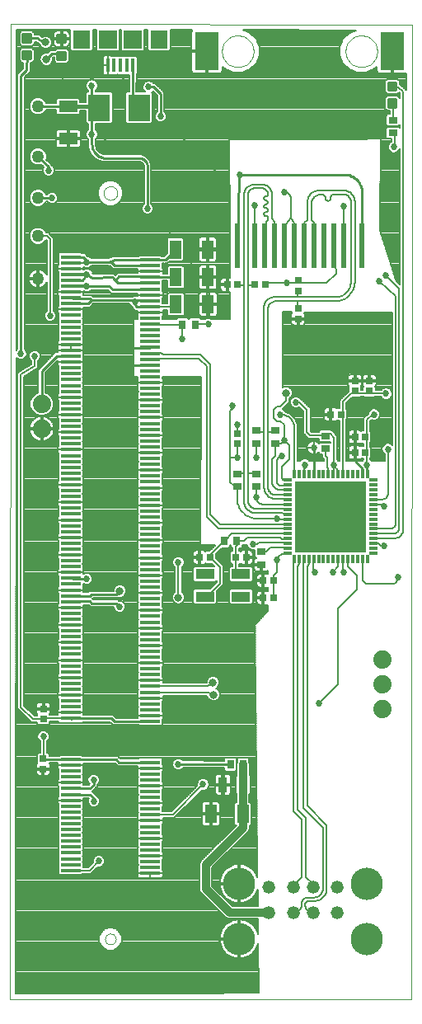
<source format=gtl>
G75*
%MOIN*%
%OFA0B0*%
%FSLAX24Y24*%
%IPPOS*%
%LPD*%
%AMOC8*
5,1,8,0,0,1.08239X$1,22.5*
%
%ADD10C,0.0000*%
%ADD11R,0.0900X0.1100*%
%ADD12C,0.0118*%
%ADD13R,0.0748X0.0433*%
%ADD14R,0.0740X0.0480*%
%ADD15R,0.0480X0.0740*%
%ADD16R,0.0276X0.0354*%
%ADD17C,0.0520*%
%ADD18C,0.1306*%
%ADD19R,0.0138X0.0551*%
%ADD20R,0.0709X0.0748*%
%ADD21R,0.0748X0.0748*%
%ADD22R,0.0354X0.0276*%
%ADD23R,0.0300X0.0270*%
%ADD24R,0.0270X0.0300*%
%ADD25R,0.0120X0.0320*%
%ADD26R,0.0320X0.0120*%
%ADD27R,0.2910X0.2910*%
%ADD28C,0.0436*%
%ADD29C,0.0500*%
%ADD30C,0.0740*%
%ADD31R,0.0240X0.1810*%
%ADD32R,0.0980X0.1540*%
%ADD33R,0.0380X0.0600*%
%ADD34R,0.0787X0.0138*%
%ADD35C,0.0100*%
%ADD36C,0.0060*%
%ADD37C,0.0070*%
%ADD38C,0.0080*%
%ADD39C,0.0270*%
%ADD40C,0.0317*%
%ADD41C,0.0160*%
%ADD42C,0.0120*%
%ADD43C,0.0320*%
D10*
X002495Y003425D02*
X002515Y042865D01*
X018747Y042855D01*
X018717Y003425D01*
X002495Y003425D01*
X006338Y005873D02*
X006340Y005902D01*
X006346Y005930D01*
X006355Y005958D01*
X006368Y005984D01*
X006385Y006007D01*
X006404Y006029D01*
X006426Y006048D01*
X006451Y006063D01*
X006477Y006076D01*
X006505Y006084D01*
X006533Y006089D01*
X006562Y006090D01*
X006591Y006087D01*
X006619Y006080D01*
X006646Y006070D01*
X006672Y006056D01*
X006695Y006039D01*
X006716Y006019D01*
X006734Y005996D01*
X006749Y005971D01*
X006760Y005944D01*
X006768Y005916D01*
X006772Y005887D01*
X006772Y005859D01*
X006768Y005830D01*
X006760Y005802D01*
X006749Y005775D01*
X006734Y005750D01*
X006716Y005727D01*
X006695Y005707D01*
X006672Y005690D01*
X006646Y005676D01*
X006619Y005666D01*
X006591Y005659D01*
X006562Y005656D01*
X006533Y005657D01*
X006505Y005662D01*
X006477Y005670D01*
X006451Y005683D01*
X006426Y005698D01*
X006404Y005717D01*
X006385Y005739D01*
X006368Y005762D01*
X006355Y005788D01*
X006346Y005816D01*
X006340Y005844D01*
X006338Y005873D01*
X006279Y036031D02*
X006281Y036064D01*
X006287Y036096D01*
X006296Y036127D01*
X006309Y036157D01*
X006326Y036185D01*
X006346Y036211D01*
X006369Y036235D01*
X006394Y036255D01*
X006422Y036273D01*
X006451Y036287D01*
X006482Y036297D01*
X006514Y036304D01*
X006547Y036307D01*
X006580Y036306D01*
X006612Y036301D01*
X006643Y036292D01*
X006674Y036280D01*
X006702Y036264D01*
X006729Y036245D01*
X006753Y036223D01*
X006774Y036198D01*
X006793Y036171D01*
X006808Y036142D01*
X006819Y036112D01*
X006827Y036080D01*
X006831Y036047D01*
X006831Y036015D01*
X006827Y035982D01*
X006819Y035950D01*
X006808Y035920D01*
X006793Y035891D01*
X006774Y035864D01*
X006753Y035839D01*
X006729Y035817D01*
X006702Y035798D01*
X006674Y035782D01*
X006643Y035770D01*
X006612Y035761D01*
X006580Y035756D01*
X006547Y035755D01*
X006514Y035758D01*
X006482Y035765D01*
X006451Y035775D01*
X006422Y035789D01*
X006394Y035807D01*
X006369Y035827D01*
X006346Y035851D01*
X006326Y035877D01*
X006309Y035905D01*
X006296Y035935D01*
X006287Y035966D01*
X006281Y035998D01*
X006279Y036031D01*
X011065Y041765D02*
X011067Y041815D01*
X011073Y041865D01*
X011083Y041914D01*
X011096Y041963D01*
X011114Y042010D01*
X011135Y042056D01*
X011159Y042099D01*
X011187Y042141D01*
X011218Y042181D01*
X011252Y042218D01*
X011289Y042252D01*
X011329Y042283D01*
X011371Y042311D01*
X011414Y042335D01*
X011460Y042356D01*
X011507Y042374D01*
X011556Y042387D01*
X011605Y042397D01*
X011655Y042403D01*
X011705Y042405D01*
X011755Y042403D01*
X011805Y042397D01*
X011854Y042387D01*
X011903Y042374D01*
X011950Y042356D01*
X011996Y042335D01*
X012039Y042311D01*
X012081Y042283D01*
X012121Y042252D01*
X012158Y042218D01*
X012192Y042181D01*
X012223Y042141D01*
X012251Y042099D01*
X012275Y042056D01*
X012296Y042010D01*
X012314Y041963D01*
X012327Y041914D01*
X012337Y041865D01*
X012343Y041815D01*
X012345Y041765D01*
X012343Y041715D01*
X012337Y041665D01*
X012327Y041616D01*
X012314Y041567D01*
X012296Y041520D01*
X012275Y041474D01*
X012251Y041431D01*
X012223Y041389D01*
X012192Y041349D01*
X012158Y041312D01*
X012121Y041278D01*
X012081Y041247D01*
X012039Y041219D01*
X011996Y041195D01*
X011950Y041174D01*
X011903Y041156D01*
X011854Y041143D01*
X011805Y041133D01*
X011755Y041127D01*
X011705Y041125D01*
X011655Y041127D01*
X011605Y041133D01*
X011556Y041143D01*
X011507Y041156D01*
X011460Y041174D01*
X011414Y041195D01*
X011371Y041219D01*
X011329Y041247D01*
X011289Y041278D01*
X011252Y041312D01*
X011218Y041349D01*
X011187Y041389D01*
X011159Y041431D01*
X011135Y041474D01*
X011114Y041520D01*
X011096Y041567D01*
X011083Y041616D01*
X011073Y041665D01*
X011067Y041715D01*
X011065Y041765D01*
X016065Y041765D02*
X016067Y041815D01*
X016073Y041865D01*
X016083Y041914D01*
X016096Y041963D01*
X016114Y042010D01*
X016135Y042056D01*
X016159Y042099D01*
X016187Y042141D01*
X016218Y042181D01*
X016252Y042218D01*
X016289Y042252D01*
X016329Y042283D01*
X016371Y042311D01*
X016414Y042335D01*
X016460Y042356D01*
X016507Y042374D01*
X016556Y042387D01*
X016605Y042397D01*
X016655Y042403D01*
X016705Y042405D01*
X016755Y042403D01*
X016805Y042397D01*
X016854Y042387D01*
X016903Y042374D01*
X016950Y042356D01*
X016996Y042335D01*
X017039Y042311D01*
X017081Y042283D01*
X017121Y042252D01*
X017158Y042218D01*
X017192Y042181D01*
X017223Y042141D01*
X017251Y042099D01*
X017275Y042056D01*
X017296Y042010D01*
X017314Y041963D01*
X017327Y041914D01*
X017337Y041865D01*
X017343Y041815D01*
X017345Y041765D01*
X017343Y041715D01*
X017337Y041665D01*
X017327Y041616D01*
X017314Y041567D01*
X017296Y041520D01*
X017275Y041474D01*
X017251Y041431D01*
X017223Y041389D01*
X017192Y041349D01*
X017158Y041312D01*
X017121Y041278D01*
X017081Y041247D01*
X017039Y041219D01*
X016996Y041195D01*
X016950Y041174D01*
X016903Y041156D01*
X016854Y041143D01*
X016805Y041133D01*
X016755Y041127D01*
X016705Y041125D01*
X016655Y041127D01*
X016605Y041133D01*
X016556Y041143D01*
X016507Y041156D01*
X016460Y041174D01*
X016414Y041195D01*
X016371Y041219D01*
X016329Y041247D01*
X016289Y041278D01*
X016252Y041312D01*
X016218Y041349D01*
X016187Y041389D01*
X016159Y041431D01*
X016135Y041474D01*
X016114Y041520D01*
X016096Y041567D01*
X016083Y041616D01*
X016073Y041665D01*
X016067Y041715D01*
X016065Y041765D01*
D11*
X007711Y039485D03*
X006099Y039485D03*
D12*
X004713Y041442D02*
X004437Y041442D01*
X004437Y041718D01*
X004713Y041718D01*
X004713Y041442D01*
X004713Y041559D02*
X004437Y041559D01*
X004437Y041676D02*
X004713Y041676D01*
X004713Y042132D02*
X004437Y042132D01*
X004437Y042408D01*
X004713Y042408D01*
X004713Y042132D01*
X004713Y042249D02*
X004437Y042249D01*
X004437Y042366D02*
X004713Y042366D01*
X003313Y042428D02*
X003037Y042428D01*
X003313Y042428D02*
X003313Y042152D01*
X003037Y042152D01*
X003037Y042428D01*
X003037Y042269D02*
X003313Y042269D01*
X003313Y042386D02*
X003037Y042386D01*
X003037Y041738D02*
X003313Y041738D01*
X003313Y041462D01*
X003037Y041462D01*
X003037Y041738D01*
X003037Y041579D02*
X003313Y041579D01*
X003313Y041696D02*
X003037Y041696D01*
X017827Y040212D02*
X018103Y040212D01*
X017827Y040212D02*
X017827Y040488D01*
X018103Y040488D01*
X018103Y040212D01*
X018103Y040329D02*
X017827Y040329D01*
X017827Y040446D02*
X018103Y040446D01*
X018103Y039522D02*
X017827Y039522D01*
X017827Y039798D01*
X018103Y039798D01*
X018103Y039522D01*
X018103Y039639D02*
X017827Y039639D01*
X017827Y039756D02*
X018103Y039756D01*
D13*
X011833Y020628D03*
X011833Y019722D03*
X010377Y019722D03*
X010377Y020628D03*
D14*
X004845Y038235D03*
X004845Y039535D03*
D15*
X009185Y033755D03*
X009195Y032635D03*
X009205Y031535D03*
X010505Y031535D03*
X010495Y032635D03*
X010485Y033755D03*
X010615Y010935D03*
X011915Y010935D03*
D16*
X011921Y012935D03*
X011409Y012935D03*
X011661Y021965D03*
X011149Y021965D03*
X009981Y030715D03*
X009469Y030715D03*
D17*
X012967Y007976D03*
X012967Y006945D03*
X013951Y006945D03*
X013951Y007976D03*
X014739Y007976D03*
X014739Y006945D03*
X015723Y006945D03*
X015723Y007976D03*
D18*
X016932Y008114D03*
X016932Y005878D03*
X011758Y005878D03*
X011758Y008114D03*
D19*
X007467Y041202D03*
X007211Y041202D03*
X006955Y041202D03*
X006699Y041202D03*
X006443Y041202D03*
D20*
X005380Y042245D03*
X008530Y042245D03*
D21*
X007455Y042245D03*
X006455Y042245D03*
D22*
X012455Y026431D03*
X012455Y025919D03*
X013235Y025919D03*
X013235Y026431D03*
X012455Y024681D03*
X012455Y024169D03*
X011675Y024169D03*
X011675Y024681D03*
X012665Y021531D03*
X012665Y021019D03*
X015255Y025709D03*
X015255Y026221D03*
X017975Y038469D03*
X017975Y038981D03*
D23*
X014145Y032495D03*
X014145Y032075D03*
X014145Y031375D03*
X014145Y030955D03*
X016445Y028445D03*
X016445Y028025D03*
X017025Y028025D03*
X017025Y028445D03*
X011685Y026315D03*
X011685Y025895D03*
X003845Y015185D03*
X003845Y014765D03*
X003835Y013175D03*
X003835Y012755D03*
D24*
X010165Y021305D03*
X010585Y021305D03*
X011625Y021305D03*
X012045Y021305D03*
X012735Y020365D03*
X013155Y020365D03*
X013155Y019665D03*
X012735Y019665D03*
X016445Y025545D03*
X016865Y025545D03*
X016865Y026175D03*
X016445Y026175D03*
X015885Y027085D03*
X015465Y027085D03*
X012815Y032325D03*
X012395Y032325D03*
X011695Y032325D03*
X011275Y032325D03*
D25*
X013985Y024685D03*
X014185Y024685D03*
X014385Y024685D03*
X014575Y024685D03*
X014775Y024685D03*
X014975Y024685D03*
X015165Y024685D03*
X015365Y024685D03*
X015565Y024685D03*
X015765Y024685D03*
X015955Y024685D03*
X016155Y024685D03*
X016355Y024685D03*
X016545Y024685D03*
X016745Y024685D03*
X016945Y024685D03*
X016945Y021225D03*
X016745Y021225D03*
X016545Y021225D03*
X016355Y021225D03*
X016155Y021225D03*
X015955Y021225D03*
X015765Y021225D03*
X015565Y021225D03*
X015365Y021225D03*
X015165Y021225D03*
X014975Y021225D03*
X014775Y021225D03*
X014575Y021225D03*
X014385Y021225D03*
X014185Y021225D03*
X013985Y021225D03*
D26*
X013735Y021475D03*
X013735Y021675D03*
X013735Y021875D03*
X013735Y022065D03*
X013735Y022265D03*
X013735Y022465D03*
X013735Y022655D03*
X013735Y022855D03*
X013735Y023055D03*
X013735Y023255D03*
X013735Y023445D03*
X013735Y023645D03*
X013735Y023845D03*
X013735Y024035D03*
X013735Y024235D03*
X013735Y024435D03*
X017195Y024435D03*
X017195Y024235D03*
X017195Y024035D03*
X017195Y023845D03*
X017195Y023645D03*
X017195Y023445D03*
X017195Y023255D03*
X017195Y023055D03*
X017195Y022855D03*
X017195Y022655D03*
X017195Y022465D03*
X017195Y022265D03*
X017195Y022065D03*
X017195Y021875D03*
X017195Y021675D03*
X017195Y021475D03*
D27*
X015465Y022955D03*
D28*
X015465Y022955D03*
X015465Y023955D03*
X014465Y023955D03*
X014465Y022955D03*
X014465Y021955D03*
X015465Y021955D03*
X016465Y021955D03*
X016465Y022955D03*
X016465Y023955D03*
D29*
X003625Y032575D03*
X003635Y034295D03*
X003635Y035835D03*
X003635Y037515D03*
X003635Y039545D03*
D30*
X003775Y027505D03*
X003775Y026505D03*
X017545Y017175D03*
X017545Y016175D03*
X017545Y015175D03*
D31*
X016725Y033915D03*
X016005Y033915D03*
X015605Y033915D03*
X015205Y033915D03*
X014805Y033915D03*
X014405Y033915D03*
X014005Y033915D03*
X013605Y033915D03*
X013205Y033915D03*
X012805Y033915D03*
X012405Y033915D03*
X011685Y033915D03*
D32*
X010455Y041765D03*
X017955Y041765D03*
D33*
X011925Y012115D03*
X011105Y012115D03*
D34*
X008169Y012074D03*
X008169Y012310D03*
X008169Y012546D03*
X008169Y012783D03*
X008169Y013019D03*
X008169Y011838D03*
X008169Y011602D03*
X008169Y011365D03*
X008169Y011129D03*
X008169Y010893D03*
X008169Y010657D03*
X008169Y010420D03*
X008169Y010184D03*
X008169Y009948D03*
X008169Y009712D03*
X008169Y009476D03*
X008169Y009239D03*
X008169Y009003D03*
X008169Y008767D03*
X008169Y008531D03*
X004941Y008649D03*
X004941Y008885D03*
X004941Y009121D03*
X004941Y009357D03*
X004941Y009594D03*
X004941Y009830D03*
X004941Y010066D03*
X004941Y010302D03*
X004941Y010539D03*
X004941Y010775D03*
X004941Y011011D03*
X004941Y011247D03*
X004941Y011483D03*
X004941Y011720D03*
X004941Y011956D03*
X004941Y012192D03*
X004941Y012428D03*
X004941Y012665D03*
X004941Y012901D03*
X004941Y013137D03*
X004941Y014791D03*
X004941Y015027D03*
X004941Y015263D03*
X004941Y015499D03*
X004941Y015735D03*
X004941Y015972D03*
X004941Y016208D03*
X004941Y016444D03*
X004941Y016680D03*
X004941Y016916D03*
X004941Y017153D03*
X004941Y017389D03*
X004941Y017625D03*
X004941Y017861D03*
X004941Y018098D03*
X004941Y018334D03*
X004941Y018570D03*
X004941Y018806D03*
X004941Y019042D03*
X004941Y019279D03*
X004941Y019515D03*
X004941Y019751D03*
X004941Y019987D03*
X004941Y020224D03*
X004941Y020460D03*
X004941Y020696D03*
X004941Y020932D03*
X004941Y021168D03*
X004941Y021405D03*
X004941Y021641D03*
X004941Y021877D03*
X004941Y022113D03*
X004941Y022350D03*
X004941Y022586D03*
X004941Y022822D03*
X004941Y023058D03*
X004941Y023294D03*
X004941Y023531D03*
X004941Y023767D03*
X004941Y024003D03*
X004941Y024239D03*
X004941Y024476D03*
X004941Y024712D03*
X004941Y024948D03*
X004941Y025184D03*
X004941Y025420D03*
X004941Y025657D03*
X004941Y025893D03*
X004941Y026129D03*
X004941Y026365D03*
X004941Y026602D03*
X004941Y026838D03*
X004941Y027074D03*
X004941Y027310D03*
X004941Y027546D03*
X004941Y027783D03*
X004941Y028019D03*
X004941Y028255D03*
X004941Y028491D03*
X004941Y028728D03*
X004941Y028964D03*
X004941Y029200D03*
X004941Y029436D03*
X004941Y029672D03*
X004941Y029909D03*
X004941Y030145D03*
X004941Y030381D03*
X004941Y030617D03*
X004941Y030854D03*
X004941Y031090D03*
X004941Y031326D03*
X004941Y031562D03*
X004941Y031798D03*
X004941Y032035D03*
X004941Y032271D03*
X004941Y032507D03*
X004941Y032743D03*
X004941Y032979D03*
X004941Y033216D03*
X004941Y033452D03*
X008169Y033334D03*
X008169Y033098D03*
X008169Y032861D03*
X008169Y032625D03*
X008169Y032389D03*
X008169Y032153D03*
X008169Y031916D03*
X008169Y031680D03*
X008169Y031444D03*
X008169Y031208D03*
X008169Y030972D03*
X008169Y030735D03*
X008169Y030499D03*
X008169Y030263D03*
X008169Y030027D03*
X008169Y029791D03*
X008169Y029554D03*
X008169Y029318D03*
X008169Y029082D03*
X008169Y028846D03*
X008169Y028609D03*
X008169Y028373D03*
X008169Y028137D03*
X008169Y027901D03*
X008169Y027665D03*
X008169Y027428D03*
X008169Y027192D03*
X008169Y026956D03*
X008169Y026720D03*
X008169Y026483D03*
X008169Y026247D03*
X008169Y026011D03*
X008169Y025775D03*
X008169Y025539D03*
X008169Y025302D03*
X008169Y025066D03*
X008169Y024830D03*
X008169Y024594D03*
X008169Y024357D03*
X008169Y024121D03*
X008169Y023885D03*
X008169Y023649D03*
X008169Y023413D03*
X008169Y023176D03*
X008169Y022940D03*
X008169Y022704D03*
X008169Y022468D03*
X008169Y022231D03*
X008169Y021995D03*
X008169Y021759D03*
X008169Y021523D03*
X008169Y021287D03*
X008169Y021050D03*
X008169Y020814D03*
X008169Y020578D03*
X008169Y020342D03*
X008169Y020105D03*
X008169Y019869D03*
X008169Y019633D03*
X008169Y019397D03*
X008169Y019161D03*
X008169Y018924D03*
X008169Y018688D03*
X008169Y018452D03*
X008169Y018216D03*
X008169Y017979D03*
X008169Y017743D03*
X008169Y017507D03*
X008169Y017271D03*
X008169Y017035D03*
X008169Y016798D03*
X008169Y016562D03*
X008169Y016326D03*
X008169Y016090D03*
X008169Y015854D03*
X008169Y015617D03*
X008169Y015381D03*
X008169Y015145D03*
X008169Y014909D03*
X008169Y014672D03*
D35*
X006718Y014672D01*
X006595Y014795D01*
X004995Y014795D01*
X004965Y014765D01*
X004940Y014767D02*
X004940Y014790D01*
X004941Y014791D01*
X004941Y013137D02*
X003847Y013137D01*
X003845Y013135D01*
X004941Y013137D02*
X004953Y013125D01*
X006795Y013125D01*
X006901Y013019D01*
X008169Y013019D01*
X009305Y012945D02*
X011409Y012935D01*
X011921Y012935D02*
X012005Y012951D01*
X008201Y010895D02*
X008199Y010893D01*
X008169Y010893D01*
X005885Y011445D02*
X005885Y011565D01*
X005735Y011715D01*
X005025Y011715D01*
X005020Y011720D01*
X004941Y011720D01*
X004941Y011956D02*
X004950Y011965D01*
X005735Y011965D01*
X005875Y012105D01*
X005875Y012315D01*
X006925Y019315D02*
X006785Y019455D01*
X005805Y019455D01*
X005735Y019525D01*
X005035Y019525D01*
X004977Y019745D02*
X005725Y019745D01*
X005785Y019805D01*
X006785Y019805D01*
X006925Y019945D01*
X006935Y019945D01*
X005595Y020435D02*
X005035Y020435D01*
X003775Y027505D02*
X003775Y028835D01*
X004395Y029455D01*
X004952Y029455D01*
X004952Y029447D01*
X004941Y029436D01*
X004968Y031562D02*
X004941Y031562D01*
X004968Y031562D02*
X004971Y031565D01*
X005665Y031565D01*
X005805Y031705D01*
X005735Y031775D01*
X005035Y031775D01*
X005012Y031798D01*
X004941Y031798D01*
X004941Y032271D02*
X005029Y032271D01*
X005035Y032265D01*
X004943Y032505D02*
X004941Y032507D01*
X004943Y032505D02*
X005415Y032505D01*
X005605Y032745D01*
X005825Y032615D01*
X006635Y032625D01*
X006645Y032625D01*
X006645Y032615D01*
X006745Y032515D01*
X006755Y032515D01*
X006905Y032665D01*
X008189Y032665D01*
X008169Y032625D01*
X008219Y032635D01*
X009195Y032635D01*
X009215Y032625D01*
X008784Y033334D02*
X009185Y033755D01*
X008783Y033335D02*
X008425Y033335D01*
X008396Y033364D01*
X008169Y033334D01*
X006724Y033334D01*
X006505Y033245D01*
X006575Y033245D01*
X006715Y033105D01*
X008192Y033105D01*
X008199Y033112D01*
X008169Y033098D01*
X008197Y032419D02*
X008169Y032389D01*
X008183Y032405D02*
X008197Y032419D01*
X008183Y032405D02*
X006855Y032405D01*
X006745Y032515D01*
X006505Y032265D02*
X006645Y032125D01*
X008185Y032125D01*
X008185Y031705D02*
X007625Y031705D01*
X007555Y031635D01*
X007555Y031495D01*
X007625Y031425D01*
X008180Y031425D01*
X007555Y031635D02*
X007555Y031705D01*
X005805Y031705D01*
X005595Y032265D02*
X006505Y032265D01*
X006505Y033245D02*
X005595Y033245D01*
X005595Y033315D01*
X005455Y033455D01*
X004974Y033455D01*
X004971Y033452D01*
X004941Y033452D01*
X004941Y033216D02*
X004952Y033205D01*
X005165Y033205D01*
X005045Y032745D02*
X005043Y032743D01*
X004941Y032743D01*
X004195Y035835D02*
X003635Y035835D01*
X004055Y036955D02*
X004055Y037095D01*
X003635Y037515D01*
X003645Y039535D02*
X004845Y039535D01*
X004895Y039485D01*
X005805Y039425D02*
X005805Y038405D01*
X005805Y038005D01*
X005807Y037959D01*
X005813Y037913D01*
X005822Y037868D01*
X005835Y037823D01*
X005852Y037780D01*
X005872Y037738D01*
X005896Y037699D01*
X005923Y037661D01*
X005953Y037626D01*
X005986Y037593D01*
X006021Y037563D01*
X006059Y037536D01*
X006098Y037512D01*
X006140Y037492D01*
X006183Y037475D01*
X006228Y037462D01*
X006273Y037453D01*
X006319Y037447D01*
X006365Y037445D01*
X007705Y037445D01*
X007742Y037443D01*
X007778Y037437D01*
X007813Y037428D01*
X007847Y037415D01*
X007880Y037398D01*
X007911Y037378D01*
X007939Y037355D01*
X007965Y037329D01*
X007988Y037301D01*
X008008Y037270D01*
X008025Y037237D01*
X008038Y037203D01*
X008047Y037168D01*
X008053Y037132D01*
X008055Y037095D01*
X008055Y035405D01*
X008783Y033335D02*
X008784Y033334D01*
X009205Y031535D02*
X009174Y031444D01*
X008169Y029791D02*
X008164Y029785D01*
X007325Y029785D01*
X007315Y029085D02*
X008166Y029085D01*
X008169Y029082D01*
X011685Y033915D02*
X011765Y036775D01*
X011775Y036785D01*
X016005Y036785D01*
X016056Y036783D01*
X016107Y036778D01*
X016158Y036769D01*
X016208Y036756D01*
X016257Y036740D01*
X016304Y036720D01*
X016350Y036697D01*
X016394Y036671D01*
X016436Y036641D01*
X016476Y036609D01*
X016514Y036574D01*
X016549Y036536D01*
X016581Y036496D01*
X016611Y036454D01*
X016637Y036410D01*
X016660Y036364D01*
X016680Y036317D01*
X016696Y036268D01*
X016709Y036218D01*
X016718Y036167D01*
X016723Y036116D01*
X016725Y036065D01*
X016725Y033915D01*
X014775Y025745D02*
X014775Y024685D01*
X016445Y025195D02*
X016445Y025545D01*
X016445Y025195D02*
X016745Y024885D01*
X016745Y024685D01*
X016935Y024665D02*
X016935Y025055D01*
X008585Y039135D02*
X008585Y040045D01*
X008305Y040325D01*
X008105Y040325D01*
X007457Y039739D02*
X007711Y039485D01*
X007457Y039739D02*
X007467Y041202D01*
X006099Y039485D02*
X006039Y039425D01*
X005805Y039425D01*
X005805Y040385D01*
X004575Y041580D02*
X004480Y041675D01*
X004195Y041675D01*
X003965Y041445D01*
X003935Y042125D02*
X003655Y042255D01*
X003615Y042295D01*
X003175Y042295D01*
X003175Y042290D01*
X003175Y041600D02*
X003170Y041020D01*
X002935Y040785D01*
X002935Y029535D01*
X003645Y039535D02*
X003635Y039545D01*
D36*
X011695Y032325D02*
X011697Y032317D01*
X011701Y032311D01*
X011707Y032307D01*
X011715Y032305D01*
X011965Y032305D01*
X011965Y035985D01*
X012125Y035985D02*
X012125Y032305D01*
X012375Y032305D01*
X012383Y032307D01*
X012389Y032311D01*
X012393Y032317D01*
X012395Y032325D01*
X012125Y032305D02*
X012125Y024705D01*
X012455Y024705D01*
X012455Y024681D01*
X012765Y024145D02*
X012765Y026385D01*
X012455Y026385D01*
X012455Y026431D01*
X012765Y026385D02*
X012765Y031425D01*
X012925Y031345D02*
X012925Y026385D01*
X013235Y026385D01*
X013235Y026431D01*
X012925Y026385D02*
X012925Y024145D01*
X013085Y024385D02*
X013085Y025265D01*
X013235Y025415D01*
X013235Y025919D01*
X013995Y024705D02*
X013995Y024695D01*
X013985Y024685D01*
X013735Y024035D02*
X013435Y024035D01*
X013245Y023825D02*
X013212Y023827D01*
X013178Y023832D01*
X013146Y023841D01*
X013115Y023853D01*
X013085Y023868D01*
X013057Y023886D01*
X013031Y023907D01*
X013007Y023931D01*
X012986Y023957D01*
X012968Y023985D01*
X012953Y024015D01*
X012941Y024046D01*
X012932Y024078D01*
X012927Y024112D01*
X012925Y024145D01*
X012765Y024145D02*
X012767Y024103D01*
X012772Y024062D01*
X012781Y024021D01*
X012794Y023981D01*
X012810Y023942D01*
X012829Y023905D01*
X012852Y023870D01*
X012877Y023836D01*
X012906Y023806D01*
X012936Y023777D01*
X012970Y023752D01*
X013005Y023729D01*
X013042Y023710D01*
X013081Y023694D01*
X013121Y023681D01*
X013162Y023672D01*
X013203Y023667D01*
X013245Y023665D01*
X013715Y023665D01*
X013723Y023663D01*
X013729Y023659D01*
X013733Y023653D01*
X013735Y023645D01*
X013715Y023825D02*
X013245Y023825D01*
X013485Y023105D02*
X012365Y023105D01*
X012445Y023265D02*
X013725Y023265D01*
X013735Y023255D01*
X013735Y023055D02*
X013705Y023025D01*
X013645Y023025D01*
X013485Y023105D01*
X013715Y023825D02*
X013735Y023845D01*
X013435Y024035D02*
X013398Y024037D01*
X013362Y024043D01*
X013327Y024052D01*
X013293Y024065D01*
X013260Y024082D01*
X013229Y024102D01*
X013201Y024125D01*
X013175Y024151D01*
X013152Y024179D01*
X013132Y024210D01*
X013115Y024243D01*
X013102Y024277D01*
X013093Y024312D01*
X013087Y024348D01*
X013085Y024385D01*
X012125Y023585D02*
X012127Y023552D01*
X012132Y023518D01*
X012141Y023486D01*
X012153Y023455D01*
X012168Y023425D01*
X012186Y023397D01*
X012207Y023371D01*
X012231Y023347D01*
X012257Y023326D01*
X012285Y023308D01*
X012315Y023293D01*
X012346Y023281D01*
X012378Y023272D01*
X012412Y023267D01*
X012445Y023265D01*
X012365Y023105D02*
X012325Y023110D01*
X012285Y023120D01*
X012246Y023133D01*
X012209Y023149D01*
X012173Y023169D01*
X012139Y023192D01*
X012108Y023218D01*
X012079Y023247D01*
X012053Y023278D01*
X012030Y023312D01*
X012010Y023347D01*
X011993Y023385D01*
X011980Y023423D01*
X011971Y023463D01*
X011965Y023503D01*
X011963Y023544D01*
X011965Y023585D01*
X011965Y024705D01*
X011675Y024705D01*
X011675Y024681D01*
X011965Y024705D02*
X011965Y032305D01*
X012805Y033915D02*
X012845Y033955D01*
X012845Y034865D01*
X012915Y034945D01*
X012926Y034960D01*
X012933Y034977D01*
X012937Y034994D01*
X012938Y035012D01*
X012935Y035030D01*
X012930Y035047D01*
X012921Y035063D01*
X012910Y035077D01*
X012896Y035089D01*
X012880Y035097D01*
X012863Y035103D01*
X012845Y035106D01*
X012845Y035105D02*
X012828Y035107D01*
X012812Y035112D01*
X012798Y035120D01*
X012786Y035131D01*
X012776Y035145D01*
X012769Y035160D01*
X012765Y035177D01*
X012765Y035193D01*
X012769Y035210D01*
X012776Y035225D01*
X012786Y035239D01*
X012798Y035250D01*
X012812Y035258D01*
X012828Y035263D01*
X012845Y035265D01*
X012862Y035267D01*
X012878Y035272D01*
X012892Y035280D01*
X012904Y035291D01*
X012914Y035305D01*
X012921Y035320D01*
X012925Y035337D01*
X012925Y035353D01*
X012921Y035370D01*
X012914Y035385D01*
X012904Y035399D01*
X012892Y035410D01*
X012878Y035418D01*
X012862Y035423D01*
X012845Y035425D01*
X012828Y035427D01*
X012812Y035432D01*
X012798Y035440D01*
X012786Y035451D01*
X012776Y035465D01*
X012769Y035480D01*
X012765Y035497D01*
X012765Y035513D01*
X012769Y035530D01*
X012776Y035545D01*
X012786Y035559D01*
X012798Y035570D01*
X012812Y035578D01*
X012828Y035583D01*
X012845Y035585D01*
X012862Y035587D01*
X012878Y035592D01*
X012892Y035600D01*
X012904Y035611D01*
X012914Y035625D01*
X012921Y035640D01*
X012925Y035657D01*
X012925Y035673D01*
X012921Y035690D01*
X012914Y035705D01*
X012904Y035719D01*
X012892Y035730D01*
X012878Y035738D01*
X012862Y035743D01*
X012845Y035745D01*
X012828Y035747D01*
X012812Y035752D01*
X012798Y035760D01*
X012786Y035771D01*
X012776Y035785D01*
X012769Y035800D01*
X012765Y035817D01*
X012765Y035833D01*
X012769Y035850D01*
X012776Y035865D01*
X012786Y035879D01*
X012798Y035890D01*
X012812Y035898D01*
X012828Y035903D01*
X012845Y035905D01*
X012861Y035907D01*
X012876Y035911D01*
X012889Y035918D01*
X012902Y035928D01*
X012912Y035941D01*
X012919Y035954D01*
X012923Y035969D01*
X012925Y035985D01*
X013085Y035985D02*
X013085Y034995D01*
X013205Y034875D01*
X013205Y033915D01*
X013211Y033925D01*
X013220Y033933D01*
X013231Y033938D01*
X013242Y033940D01*
X013254Y033939D01*
X013265Y033935D01*
X012925Y035985D02*
X012923Y036014D01*
X012918Y036042D01*
X012909Y036070D01*
X012898Y036097D01*
X012883Y036121D01*
X012865Y036144D01*
X012844Y036165D01*
X012821Y036183D01*
X012797Y036198D01*
X012770Y036209D01*
X012742Y036218D01*
X012714Y036223D01*
X012685Y036225D01*
X012365Y036225D01*
X012365Y036385D02*
X012685Y036385D01*
X012724Y036383D01*
X012763Y036377D01*
X012801Y036368D01*
X012838Y036355D01*
X012874Y036338D01*
X012907Y036318D01*
X012939Y036294D01*
X012968Y036268D01*
X012994Y036239D01*
X013018Y036207D01*
X013038Y036174D01*
X013055Y036138D01*
X013068Y036101D01*
X013077Y036063D01*
X013083Y036024D01*
X013085Y035985D01*
X012365Y036225D02*
X012336Y036223D01*
X012308Y036218D01*
X012280Y036209D01*
X012253Y036198D01*
X012229Y036183D01*
X012206Y036165D01*
X012185Y036144D01*
X012167Y036121D01*
X012152Y036097D01*
X012141Y036070D01*
X012132Y036042D01*
X012127Y036014D01*
X012125Y035985D01*
X011965Y035985D02*
X011967Y036024D01*
X011973Y036063D01*
X011982Y036101D01*
X011995Y036138D01*
X012012Y036174D01*
X012032Y036207D01*
X012056Y036239D01*
X012082Y036268D01*
X012111Y036294D01*
X012143Y036318D01*
X012176Y036338D01*
X012212Y036355D01*
X012249Y036368D01*
X012287Y036377D01*
X012326Y036383D01*
X012365Y036385D01*
X014525Y035665D02*
X014525Y034945D01*
X014405Y034825D01*
X014405Y033915D01*
X014805Y033915D02*
X014805Y034825D01*
X014685Y034945D01*
X014685Y035585D01*
X014525Y035665D02*
X014527Y035707D01*
X014532Y035748D01*
X014541Y035789D01*
X014554Y035829D01*
X014570Y035868D01*
X014589Y035905D01*
X014612Y035940D01*
X014637Y035974D01*
X014666Y036004D01*
X014696Y036033D01*
X014730Y036058D01*
X014765Y036081D01*
X014802Y036100D01*
X014841Y036116D01*
X014881Y036129D01*
X014922Y036138D01*
X014963Y036143D01*
X015005Y036145D01*
X015965Y036145D01*
X015965Y035985D02*
X015575Y035985D01*
X015554Y035981D01*
X015534Y035973D01*
X015515Y035963D01*
X015499Y035950D01*
X015484Y035934D01*
X015472Y035917D01*
X015463Y035897D01*
X015457Y035877D01*
X015454Y035856D01*
X015455Y035835D01*
X015455Y035815D01*
X015451Y035795D01*
X015443Y035777D01*
X015433Y035760D01*
X015419Y035746D01*
X015402Y035734D01*
X015384Y035726D01*
X015365Y035721D01*
X015345Y035720D01*
X015325Y035723D01*
X015306Y035729D01*
X015289Y035739D01*
X015274Y035753D01*
X015262Y035768D01*
X015253Y035786D01*
X015247Y035805D01*
X015245Y035825D01*
X015243Y035848D01*
X015239Y035870D01*
X015231Y035891D01*
X015220Y035912D01*
X015206Y035930D01*
X015190Y035946D01*
X015172Y035960D01*
X015151Y035971D01*
X015130Y035979D01*
X015108Y035983D01*
X015085Y035985D01*
X015046Y035983D01*
X015007Y035977D01*
X014969Y035968D01*
X014932Y035955D01*
X014896Y035938D01*
X014863Y035918D01*
X014831Y035894D01*
X014802Y035868D01*
X014776Y035839D01*
X014752Y035807D01*
X014732Y035774D01*
X014715Y035738D01*
X014702Y035701D01*
X014693Y035663D01*
X014687Y035624D01*
X014685Y035585D01*
X015965Y036145D02*
X016007Y036143D01*
X016048Y036138D01*
X016089Y036129D01*
X016129Y036116D01*
X016168Y036100D01*
X016205Y036081D01*
X016240Y036058D01*
X016274Y036033D01*
X016304Y036004D01*
X016333Y035974D01*
X016358Y035940D01*
X016381Y035905D01*
X016400Y035868D01*
X016416Y035829D01*
X016429Y035789D01*
X016438Y035748D01*
X016443Y035707D01*
X016445Y035665D01*
X016445Y032465D01*
X016285Y032465D02*
X016285Y035665D01*
X016283Y035698D01*
X016278Y035732D01*
X016269Y035764D01*
X016257Y035795D01*
X016242Y035825D01*
X016224Y035853D01*
X016203Y035879D01*
X016179Y035903D01*
X016153Y035924D01*
X016125Y035942D01*
X016095Y035957D01*
X016064Y035969D01*
X016032Y035978D01*
X015998Y035983D01*
X015965Y035985D01*
X016445Y032465D02*
X016443Y032410D01*
X016438Y032356D01*
X016428Y032302D01*
X016415Y032249D01*
X016399Y032197D01*
X016379Y032146D01*
X016355Y032097D01*
X016329Y032049D01*
X016299Y032004D01*
X016266Y031960D01*
X016230Y031919D01*
X016191Y031880D01*
X016150Y031844D01*
X016106Y031811D01*
X016061Y031781D01*
X016013Y031755D01*
X015964Y031731D01*
X015913Y031711D01*
X015861Y031695D01*
X015808Y031682D01*
X015754Y031672D01*
X015700Y031667D01*
X015645Y031665D01*
X014125Y031665D01*
X014125Y031395D01*
X014145Y031375D01*
X014125Y031665D02*
X013245Y031665D01*
X013165Y031825D02*
X014125Y031825D01*
X014125Y032055D01*
X014145Y032075D01*
X014125Y031825D02*
X015645Y031825D01*
X015693Y031827D01*
X015740Y031832D01*
X015787Y031841D01*
X015834Y031853D01*
X015879Y031869D01*
X015923Y031888D01*
X015965Y031911D01*
X016006Y031936D01*
X016044Y031965D01*
X016080Y031996D01*
X016114Y032030D01*
X016145Y032066D01*
X016174Y032104D01*
X016199Y032145D01*
X016222Y032187D01*
X016241Y032231D01*
X016257Y032276D01*
X016269Y032323D01*
X016278Y032370D01*
X016283Y032417D01*
X016285Y032465D01*
X013245Y031665D02*
X013212Y031663D01*
X013178Y031658D01*
X013146Y031649D01*
X013115Y031637D01*
X013085Y031622D01*
X013057Y031604D01*
X013031Y031583D01*
X013007Y031559D01*
X012986Y031533D01*
X012968Y031505D01*
X012953Y031475D01*
X012941Y031444D01*
X012932Y031412D01*
X012927Y031378D01*
X012925Y031345D01*
X012765Y031425D02*
X012767Y031464D01*
X012773Y031503D01*
X012782Y031541D01*
X012795Y031578D01*
X012812Y031614D01*
X012832Y031647D01*
X012856Y031679D01*
X012882Y031708D01*
X012911Y031734D01*
X012943Y031758D01*
X012976Y031778D01*
X013012Y031795D01*
X013049Y031808D01*
X013087Y031817D01*
X013126Y031823D01*
X013165Y031825D01*
X014415Y025055D02*
X014415Y024915D01*
X014385Y024885D01*
X014385Y024685D01*
X012125Y024705D02*
X012125Y023585D01*
X005505Y017925D02*
X005485Y017700D01*
D37*
X005443Y017710D02*
X005460Y017740D01*
X005470Y017775D01*
X005470Y017861D01*
X004941Y017861D01*
X004941Y017861D01*
X004412Y017861D01*
X004412Y017775D01*
X004421Y017740D01*
X004439Y017710D01*
X004442Y017707D01*
X004442Y017513D01*
X004448Y017507D01*
X004442Y017501D01*
X004442Y017308D01*
X004439Y017305D01*
X004421Y017274D01*
X004412Y017239D01*
X004412Y017153D01*
X004941Y017153D01*
X005470Y017153D01*
X005470Y017239D01*
X005460Y017274D01*
X005443Y017305D01*
X005440Y017308D01*
X005440Y017501D01*
X005434Y017507D01*
X005440Y017513D01*
X005440Y017707D01*
X005443Y017710D01*
X005461Y017742D02*
X007640Y017742D01*
X007640Y017743D02*
X007640Y017657D01*
X007650Y017622D01*
X007667Y017591D01*
X007670Y017588D01*
X007670Y017395D01*
X007676Y017389D01*
X007670Y017383D01*
X007670Y017189D01*
X007667Y017186D01*
X007650Y017156D01*
X007640Y017121D01*
X007640Y017035D01*
X008169Y017035D01*
X008169Y017035D01*
X008698Y017035D01*
X008698Y017121D01*
X008689Y017156D01*
X008671Y017186D01*
X008668Y017189D01*
X008668Y017383D01*
X008662Y017389D01*
X008668Y017395D01*
X008668Y017588D01*
X008671Y017591D01*
X008689Y017622D01*
X008698Y017657D01*
X008698Y017743D01*
X008169Y017743D01*
X007640Y017743D01*
X008169Y017743D01*
X008169Y017743D01*
X008169Y017743D01*
X008698Y017743D01*
X008698Y017830D01*
X008689Y017864D01*
X008671Y017895D01*
X008668Y017898D01*
X008668Y018092D01*
X008662Y018098D01*
X008668Y018103D01*
X008668Y018297D01*
X008671Y018300D01*
X008689Y018331D01*
X008698Y018365D01*
X008698Y018452D01*
X008698Y018539D01*
X008689Y018573D01*
X008671Y018604D01*
X008668Y018607D01*
X008668Y018801D01*
X008662Y018806D01*
X008668Y018812D01*
X008668Y019006D01*
X008671Y019009D01*
X008689Y019040D01*
X008698Y019074D01*
X008698Y019161D01*
X008698Y019247D01*
X008689Y019282D01*
X008671Y019312D01*
X008668Y019315D01*
X008668Y019509D01*
X008662Y019515D01*
X008668Y019521D01*
X008668Y019714D01*
X008671Y019717D01*
X008689Y019748D01*
X008698Y019783D01*
X008698Y019869D01*
X008169Y019869D01*
X007640Y019869D01*
X007640Y019783D01*
X007650Y019748D01*
X007667Y019717D01*
X007670Y019714D01*
X007670Y019521D01*
X007676Y019515D01*
X007670Y019509D01*
X007670Y019315D01*
X007667Y019312D01*
X007650Y019282D01*
X007640Y019247D01*
X007640Y019161D01*
X008169Y019161D01*
X008169Y019161D01*
X008698Y019161D01*
X008169Y019161D01*
X008169Y019161D01*
X007640Y019161D01*
X007640Y019074D01*
X007650Y019040D01*
X007667Y019009D01*
X007670Y019006D01*
X007670Y018812D01*
X007676Y018806D01*
X007670Y018801D01*
X007670Y018607D01*
X007667Y018604D01*
X007650Y018573D01*
X007640Y018539D01*
X007640Y018452D01*
X008169Y018452D01*
X008169Y018452D01*
X007640Y018452D01*
X007640Y018365D01*
X007650Y018331D01*
X007667Y018300D01*
X007670Y018297D01*
X007670Y018103D01*
X007676Y018098D01*
X007670Y018092D01*
X007670Y017898D01*
X007667Y017895D01*
X007650Y017864D01*
X007640Y017830D01*
X007640Y017743D01*
X007640Y017810D02*
X005470Y017810D01*
X005470Y017861D02*
X005470Y017948D01*
X005460Y017982D01*
X005443Y018013D01*
X005440Y018016D01*
X007670Y018016D01*
X007670Y018084D02*
X005440Y018084D01*
X005440Y018016D02*
X005440Y018210D01*
X005434Y018216D01*
X005440Y018221D01*
X005440Y018415D01*
X005443Y018418D01*
X005460Y018449D01*
X005470Y018483D01*
X005470Y018570D01*
X004941Y018570D01*
X004941Y018570D01*
X005470Y018570D01*
X005470Y018657D01*
X005460Y018691D01*
X005443Y018722D01*
X005440Y018725D01*
X005440Y018919D01*
X005434Y018924D01*
X005440Y018930D01*
X005440Y019124D01*
X005443Y019127D01*
X005460Y019158D01*
X005470Y019192D01*
X005470Y019279D01*
X005470Y019365D01*
X005466Y019380D01*
X005675Y019380D01*
X005745Y019310D01*
X006685Y019310D01*
X006685Y019267D01*
X006722Y019179D01*
X006789Y019112D01*
X005440Y019112D01*
X005440Y019043D02*
X007649Y019043D01*
X007640Y019112D02*
X007061Y019112D01*
X007128Y019179D01*
X007165Y019267D01*
X007165Y019363D01*
X007128Y019451D01*
X007061Y019518D01*
X006973Y019555D01*
X006890Y019555D01*
X006845Y019600D01*
X005865Y019600D01*
X005825Y019640D01*
X005845Y019660D01*
X006845Y019660D01*
X006871Y019686D01*
X006883Y019682D01*
X006987Y019682D01*
X007084Y019722D01*
X007158Y019796D01*
X007198Y019893D01*
X007198Y019997D01*
X007158Y020094D01*
X007084Y020168D01*
X006987Y020208D01*
X006883Y020208D01*
X006786Y020168D01*
X006712Y020094D01*
X006672Y019997D01*
X006672Y019950D01*
X005725Y019950D01*
X005665Y019890D01*
X005467Y019890D01*
X005470Y019901D01*
X005470Y019987D01*
X004941Y019987D01*
X004941Y019987D01*
X004412Y019987D01*
X004412Y019901D01*
X004421Y019866D01*
X004439Y019836D01*
X004442Y019833D01*
X004442Y019639D01*
X004448Y019633D01*
X004442Y019627D01*
X004442Y019434D01*
X004439Y019430D01*
X004421Y019400D01*
X004412Y019365D01*
X004412Y019279D01*
X004941Y019279D01*
X005470Y019279D01*
X004941Y019279D01*
X004941Y019279D01*
X004941Y019279D01*
X004412Y019279D01*
X004412Y019192D01*
X004421Y019158D01*
X004439Y019127D01*
X004442Y019124D01*
X004442Y018930D01*
X004448Y018924D01*
X004442Y018919D01*
X004442Y018725D01*
X004439Y018722D01*
X004421Y018691D01*
X004412Y018657D01*
X004412Y018570D01*
X004412Y018483D01*
X004421Y018449D01*
X004439Y018418D01*
X004442Y018415D01*
X004442Y018221D01*
X004448Y018216D01*
X004442Y018210D01*
X004442Y018016D01*
X004439Y018013D01*
X004421Y017982D01*
X004412Y017948D01*
X004412Y017861D01*
X004941Y017861D01*
X004941Y017861D01*
X005470Y017861D01*
X005470Y017879D02*
X007658Y017879D01*
X007670Y017947D02*
X005470Y017947D01*
X005440Y018153D02*
X007670Y018153D01*
X007670Y018221D02*
X005439Y018221D01*
X005440Y018290D02*
X007670Y018290D01*
X007642Y018358D02*
X005440Y018358D01*
X005447Y018427D02*
X007640Y018427D01*
X007640Y018495D02*
X005470Y018495D01*
X005470Y018564D02*
X007647Y018564D01*
X007670Y018632D02*
X005470Y018632D01*
X005455Y018701D02*
X007670Y018701D01*
X007670Y018769D02*
X005440Y018769D01*
X005440Y018838D02*
X007670Y018838D01*
X007670Y018906D02*
X005440Y018906D01*
X005440Y018975D02*
X007670Y018975D01*
X007640Y019180D02*
X007129Y019180D01*
X007157Y019249D02*
X007641Y019249D01*
X007670Y019317D02*
X007165Y019317D01*
X007156Y019386D02*
X007670Y019386D01*
X007670Y019454D02*
X007125Y019454D01*
X007051Y019523D02*
X007670Y019523D01*
X007670Y019591D02*
X006854Y019591D01*
X007091Y019728D02*
X007661Y019728D01*
X007670Y019660D02*
X005845Y019660D01*
X005708Y019934D02*
X005470Y019934D01*
X005470Y019987D02*
X005470Y020074D01*
X005460Y020108D01*
X005443Y020139D01*
X006757Y020139D01*
X006702Y020071D02*
X005470Y020071D01*
X005470Y020002D02*
X006674Y020002D01*
X006881Y020208D02*
X005673Y020208D01*
X005643Y020195D02*
X005731Y020232D01*
X005798Y020299D01*
X005835Y020387D01*
X005835Y020483D01*
X005798Y020571D01*
X005731Y020638D01*
X005643Y020675D01*
X005547Y020675D01*
X005470Y020643D01*
X005470Y020696D01*
X005470Y020783D01*
X005460Y020817D01*
X005443Y020848D01*
X005440Y020851D01*
X005440Y021045D01*
X005434Y021050D01*
X005440Y021056D01*
X005440Y021250D01*
X005443Y021253D01*
X005460Y021284D01*
X005470Y021318D01*
X005470Y021405D01*
X005470Y021491D01*
X005460Y021526D01*
X005443Y021556D01*
X005440Y021560D01*
X005440Y021753D01*
X005434Y021759D01*
X005440Y021765D01*
X005440Y021959D01*
X005443Y021962D01*
X005460Y021992D01*
X005470Y022027D01*
X005470Y022113D01*
X004941Y022113D01*
X004941Y022113D01*
X005470Y022113D01*
X005470Y022200D01*
X005460Y022234D01*
X005443Y022265D01*
X005440Y022268D01*
X005440Y022462D01*
X005434Y022468D01*
X007670Y022468D01*
X007670Y022400D02*
X005440Y022400D01*
X005434Y022468D02*
X005440Y022473D01*
X005440Y022667D01*
X005443Y022670D01*
X005460Y022701D01*
X005470Y022735D01*
X005470Y022822D01*
X005470Y022909D01*
X005460Y022943D01*
X005443Y022974D01*
X005440Y022977D01*
X005440Y023171D01*
X005434Y023176D01*
X005440Y023182D01*
X005440Y023376D01*
X005443Y023379D01*
X005460Y023410D01*
X005470Y023444D01*
X005470Y023531D01*
X005470Y023617D01*
X005460Y023652D01*
X005443Y023682D01*
X005440Y023685D01*
X005440Y023879D01*
X005434Y023885D01*
X005440Y023891D01*
X005440Y024085D01*
X005443Y024088D01*
X005460Y024118D01*
X005470Y024153D01*
X005470Y024239D01*
X004941Y024239D01*
X004941Y024239D01*
X005470Y024239D01*
X005470Y024326D01*
X005460Y024360D01*
X005443Y024391D01*
X005440Y024394D01*
X005440Y024588D01*
X005434Y024594D01*
X005440Y024599D01*
X005440Y024824D01*
X005434Y024830D01*
X005440Y024836D01*
X005440Y025060D01*
X005434Y025066D01*
X005440Y025072D01*
X005440Y025297D01*
X005434Y025302D01*
X005440Y025308D01*
X005440Y025502D01*
X005443Y025505D01*
X005460Y025536D01*
X005470Y025570D01*
X005470Y025657D01*
X005470Y025743D01*
X005460Y025778D01*
X005443Y025808D01*
X005440Y025811D01*
X005440Y026005D01*
X005434Y026011D01*
X005440Y026017D01*
X005440Y026210D01*
X005443Y026214D01*
X005460Y026244D01*
X005470Y026279D01*
X005470Y026365D01*
X004941Y026365D01*
X004941Y026365D01*
X005470Y026365D01*
X005470Y026452D01*
X005460Y026486D01*
X005443Y026517D01*
X005440Y026520D01*
X005440Y026714D01*
X005434Y026720D01*
X005440Y026725D01*
X005440Y026919D01*
X005443Y026922D01*
X005460Y026953D01*
X005470Y026987D01*
X005470Y027074D01*
X005470Y027161D01*
X005460Y027195D01*
X005443Y027226D01*
X005440Y027229D01*
X005440Y027423D01*
X005434Y027428D01*
X005440Y027434D01*
X005440Y027628D01*
X005443Y027631D01*
X005460Y027662D01*
X005470Y027696D01*
X005470Y027783D01*
X005470Y027869D01*
X005460Y027904D01*
X005443Y027934D01*
X005440Y027937D01*
X005440Y028131D01*
X005434Y028137D01*
X005440Y028143D01*
X005440Y028367D01*
X005434Y028373D01*
X005440Y028379D01*
X005440Y028604D01*
X005434Y028609D01*
X005440Y028615D01*
X005440Y028840D01*
X005434Y028846D01*
X005440Y028851D01*
X005440Y029045D01*
X005443Y029048D01*
X005460Y029079D01*
X005470Y029113D01*
X005470Y029200D01*
X005470Y029287D01*
X005460Y029321D01*
X005443Y029352D01*
X005440Y029355D01*
X005440Y029518D01*
X005443Y029521D01*
X005460Y029551D01*
X005470Y029586D01*
X005470Y029672D01*
X004941Y029672D01*
X004941Y029672D01*
X004412Y029672D01*
X004412Y029600D01*
X004335Y029600D01*
X003715Y028980D01*
X003630Y028895D01*
X003630Y028546D01*
X003335Y028545D01*
X003070Y028545D01*
X003070Y028620D01*
X003534Y028910D01*
X003551Y028910D01*
X003580Y028939D01*
X003614Y028960D01*
X003618Y028977D01*
X003630Y028989D01*
X003630Y029030D01*
X003639Y029069D01*
X003630Y029084D01*
X003630Y029241D01*
X003631Y029242D01*
X003698Y029309D01*
X003735Y029397D01*
X003735Y029493D01*
X003698Y029581D01*
X003631Y029648D01*
X003543Y029685D01*
X003447Y029685D01*
X003359Y029648D01*
X003292Y029581D01*
X003255Y029493D01*
X003255Y029397D01*
X003292Y029309D01*
X003359Y029242D01*
X003360Y029241D01*
X003360Y029120D01*
X002896Y028830D01*
X002879Y028830D01*
X002850Y028801D01*
X002816Y028780D01*
X002812Y028763D01*
X002800Y028751D01*
X002800Y028710D01*
X002791Y028671D01*
X002800Y028656D01*
X002800Y028545D01*
X002743Y028545D01*
X002743Y029387D01*
X002744Y029387D01*
X002743Y029387D02*
X002799Y029332D01*
X002887Y029295D01*
X002983Y029295D01*
X003071Y029332D01*
X003138Y029399D01*
X003175Y029487D01*
X003175Y029583D01*
X003138Y029671D01*
X003080Y029729D01*
X004412Y029729D01*
X004412Y029759D02*
X004412Y029672D01*
X004941Y029672D01*
X004941Y029672D01*
X005470Y029672D01*
X005470Y029759D01*
X005461Y029791D01*
X005470Y029822D01*
X005470Y029909D01*
X005470Y029995D01*
X005460Y030030D01*
X005443Y030060D01*
X005440Y030063D01*
X005440Y030257D01*
X005434Y030263D01*
X005440Y030269D01*
X005440Y030493D01*
X005434Y030499D01*
X005440Y030505D01*
X005440Y030730D01*
X005434Y030735D01*
X005440Y030741D01*
X005440Y030966D01*
X005434Y030972D01*
X005440Y030977D01*
X005440Y031171D01*
X005443Y031174D01*
X005460Y031205D01*
X005470Y031239D01*
X005470Y031326D01*
X005470Y031413D01*
X005468Y031420D01*
X005725Y031420D01*
X005865Y031560D01*
X007326Y031560D01*
X007352Y031499D01*
X007410Y031441D01*
X007410Y031435D01*
X007495Y031350D01*
X007565Y031280D01*
X007640Y031280D01*
X007640Y031208D01*
X008169Y031208D01*
X008169Y031208D01*
X007640Y031208D01*
X007640Y031121D01*
X007650Y031087D01*
X007667Y031056D01*
X007670Y031053D01*
X007670Y030935D01*
X007485Y030935D01*
X007485Y028565D01*
X005440Y028555D01*
X005440Y028604D01*
X005434Y028609D01*
X005439Y028615D01*
X007670Y028615D01*
X007670Y028528D01*
X007667Y028525D01*
X007650Y028494D01*
X007640Y028460D01*
X007640Y028373D01*
X007640Y028287D01*
X007650Y028252D01*
X007667Y028221D01*
X007670Y028218D01*
X007670Y028025D01*
X007676Y028019D01*
X007670Y028013D01*
X007670Y027819D01*
X007667Y027816D01*
X007650Y027786D01*
X007640Y027751D01*
X007640Y027665D01*
X008169Y027665D01*
X008169Y027665D01*
X008698Y027665D01*
X008698Y027751D01*
X008689Y027786D01*
X008671Y027816D01*
X008668Y027819D01*
X008668Y028013D01*
X008662Y028019D01*
X008668Y028025D01*
X008668Y028218D01*
X008671Y028221D01*
X008689Y028252D01*
X008698Y028287D01*
X008698Y028373D01*
X008169Y028373D01*
X007640Y028373D01*
X008169Y028373D01*
X008169Y028373D01*
X008169Y028373D01*
X008698Y028373D01*
X008698Y028460D01*
X008689Y028494D01*
X008671Y028525D01*
X008668Y028528D01*
X008668Y028615D01*
X010215Y028615D01*
X010195Y021815D01*
X010804Y021811D01*
X010553Y021560D01*
X010407Y021560D01*
X010396Y021550D01*
X010383Y021563D01*
X010352Y021581D01*
X010318Y021590D01*
X010198Y021590D01*
X010198Y021338D01*
X010132Y021338D01*
X010132Y021590D01*
X010012Y021590D01*
X009978Y021581D01*
X009947Y021563D01*
X009922Y021538D01*
X009904Y021507D01*
X009895Y021473D01*
X009895Y021338D01*
X010132Y021338D01*
X010132Y021272D01*
X010198Y021272D01*
X010198Y021020D01*
X010318Y021020D01*
X010352Y021029D01*
X010383Y021047D01*
X010396Y021060D01*
X010407Y021050D01*
X010649Y021050D01*
X010750Y020949D01*
X009959Y020949D01*
X009898Y020888D01*
X009898Y020368D01*
X009959Y020306D01*
X010794Y020306D01*
X010850Y020362D01*
X010850Y020311D01*
X010583Y020044D01*
X009959Y020044D01*
X009898Y019982D01*
X009898Y019462D01*
X009959Y019401D01*
X010794Y019401D01*
X010856Y019462D01*
X010856Y019935D01*
X011120Y020199D01*
X011120Y020961D01*
X011041Y021040D01*
X010825Y021256D01*
X010825Y021450D01*
X011058Y021683D01*
X011330Y021683D01*
X011392Y021744D01*
X011392Y021806D01*
X011418Y021806D01*
X011418Y021744D01*
X011480Y021683D01*
X011490Y021683D01*
X011490Y021560D01*
X011447Y021560D01*
X011385Y021498D01*
X011385Y021112D01*
X011447Y021050D01*
X011490Y021050D01*
X011490Y020949D01*
X011416Y020949D01*
X011354Y020888D01*
X011354Y020368D01*
X011416Y020306D01*
X012251Y020306D01*
X012312Y020368D01*
X012312Y020888D01*
X012251Y020949D01*
X011760Y020949D01*
X011760Y021050D01*
X011803Y021050D01*
X011814Y021060D01*
X011827Y021047D01*
X011858Y021029D01*
X011892Y021020D01*
X012012Y021020D01*
X012012Y021272D01*
X012078Y021272D01*
X012078Y021338D01*
X012012Y021338D01*
X012012Y021590D01*
X011892Y021590D01*
X011858Y021581D01*
X011827Y021563D01*
X011814Y021550D01*
X011803Y021560D01*
X011760Y021560D01*
X011760Y021679D01*
X011764Y021683D01*
X011842Y021683D01*
X011904Y021744D01*
X011904Y021803D01*
X012095Y021801D01*
X012095Y021787D01*
X012132Y021699D01*
X012199Y021632D01*
X012287Y021595D01*
X012383Y021595D01*
X012383Y021350D01*
X012444Y021288D01*
X012456Y021288D01*
X012436Y021283D01*
X012405Y021265D01*
X012380Y021240D01*
X012362Y021209D01*
X012353Y021175D01*
X012353Y021053D01*
X012631Y021053D01*
X012631Y020985D01*
X012699Y020985D01*
X012699Y020746D01*
X012860Y020746D01*
X012894Y020755D01*
X012925Y020773D01*
X012934Y020782D01*
X012932Y020635D01*
X012922Y020641D01*
X012888Y020650D01*
X012768Y020650D01*
X012768Y020398D01*
X012702Y020398D01*
X012702Y020650D01*
X012582Y020650D01*
X012548Y020641D01*
X012517Y020623D01*
X012492Y020598D01*
X012474Y020567D01*
X012465Y020533D01*
X012465Y020398D01*
X012702Y020398D01*
X012702Y020332D01*
X012768Y020332D01*
X012768Y020080D01*
X012888Y020080D01*
X012922Y020089D01*
X012926Y020091D01*
X012924Y019940D01*
X012922Y019941D01*
X012888Y019950D01*
X012768Y019950D01*
X012768Y019698D01*
X012702Y019698D01*
X012702Y019950D01*
X012582Y019950D01*
X012548Y019941D01*
X012517Y019923D01*
X012492Y019898D01*
X012474Y019867D01*
X012465Y019833D01*
X012465Y019698D01*
X012702Y019698D01*
X012702Y019632D01*
X012768Y019632D01*
X012768Y019380D01*
X012888Y019380D01*
X012918Y019388D01*
X012915Y019135D01*
X012405Y018575D01*
X012501Y008380D01*
X012466Y008463D01*
X012415Y008553D01*
X012352Y008635D01*
X012279Y008708D01*
X012197Y008771D01*
X012108Y008822D01*
X012012Y008862D01*
X011912Y008889D01*
X011810Y008902D01*
X011793Y008902D01*
X011793Y008149D01*
X011723Y008149D01*
X011723Y008079D01*
X010971Y008079D01*
X010971Y008063D01*
X010984Y007960D01*
X011011Y007861D01*
X011050Y007765D01*
X011102Y007676D01*
X011165Y007594D01*
X011238Y007521D01*
X011320Y007458D01*
X011409Y007406D01*
X011505Y007367D01*
X011604Y007340D01*
X011707Y007327D01*
X011723Y007327D01*
X011723Y008079D01*
X011793Y008079D01*
X011793Y007327D01*
X011810Y007327D01*
X011912Y007340D01*
X012012Y007367D01*
X012108Y007406D01*
X012197Y007458D01*
X012279Y007521D01*
X012352Y007594D01*
X012415Y007676D01*
X012466Y007765D01*
X012506Y007860D01*
X012512Y007200D01*
X011481Y007200D01*
X010670Y008011D01*
X010670Y008769D01*
X012141Y010241D01*
X012180Y010334D01*
X012180Y010460D01*
X012198Y010460D01*
X012260Y010522D01*
X012260Y011348D01*
X012198Y011410D01*
X012170Y011410D01*
X012170Y011722D01*
X012220Y011772D01*
X012220Y012458D01*
X012180Y012498D01*
X012180Y012982D01*
X012164Y013021D01*
X012164Y013156D01*
X012102Y013217D01*
X011740Y013217D01*
X011678Y013156D01*
X011678Y013015D01*
X011652Y013015D01*
X011678Y013015D02*
X011666Y012986D01*
X011666Y012884D01*
X011670Y012874D01*
X011670Y012498D01*
X011630Y012458D01*
X011630Y011772D01*
X011660Y011742D01*
X011660Y011410D01*
X011632Y011410D01*
X011570Y011348D01*
X011570Y010522D01*
X011632Y010460D01*
X011639Y010460D01*
X010271Y009091D01*
X010199Y009019D01*
X010160Y008926D01*
X010160Y007854D01*
X010199Y007761D01*
X011159Y006801D01*
X011231Y006729D01*
X011324Y006690D01*
X012517Y006690D01*
X012523Y006069D01*
X012506Y006132D01*
X012466Y006227D01*
X012415Y006317D01*
X012352Y006399D01*
X012279Y006472D01*
X012197Y006534D01*
X012108Y006586D01*
X012012Y006626D01*
X011912Y006652D01*
X011810Y006666D01*
X011793Y006666D01*
X011793Y005913D01*
X011723Y005913D01*
X011723Y005843D01*
X010971Y005843D01*
X010971Y005826D01*
X010984Y005724D01*
X011011Y005624D01*
X011050Y005529D01*
X011102Y005439D01*
X011165Y005358D01*
X011238Y005285D01*
X011320Y005222D01*
X011409Y005170D01*
X011505Y005131D01*
X011604Y005104D01*
X011707Y005090D01*
X011723Y005090D01*
X011723Y005843D01*
X011793Y005843D01*
X011793Y005090D01*
X011810Y005090D01*
X011912Y005104D01*
X012012Y005131D01*
X012108Y005170D01*
X012197Y005222D01*
X012279Y005285D01*
X012352Y005358D01*
X012415Y005439D01*
X012466Y005529D01*
X012506Y005624D01*
X012526Y005700D01*
X012545Y003705D01*
X009741Y003660D01*
X002730Y003660D01*
X002743Y028615D01*
X002800Y028615D01*
X002800Y015199D01*
X002879Y015120D01*
X003369Y014630D01*
X003590Y014630D01*
X003590Y014587D01*
X003652Y014525D01*
X004038Y014525D01*
X004100Y014587D01*
X004100Y014660D01*
X004460Y014660D01*
X004504Y014617D01*
X005378Y014617D01*
X005411Y014650D01*
X006535Y014650D01*
X006573Y014612D01*
X006658Y014527D01*
X007703Y014527D01*
X007732Y014499D01*
X008606Y014499D01*
X008668Y014560D01*
X008668Y014754D01*
X008671Y014757D01*
X008689Y014788D01*
X008698Y014822D01*
X008698Y014909D01*
X008698Y014995D01*
X008689Y015030D01*
X008671Y015060D01*
X008668Y015063D01*
X008668Y015257D01*
X008662Y015263D01*
X008668Y015269D01*
X008668Y015462D01*
X008671Y015465D01*
X008689Y015496D01*
X008698Y015531D01*
X008698Y015617D01*
X008169Y015617D01*
X007640Y015617D01*
X007640Y015531D01*
X007650Y015496D01*
X007667Y015465D01*
X007670Y015462D01*
X007670Y015269D01*
X007676Y015263D01*
X007670Y015257D01*
X007670Y015063D01*
X007667Y015060D01*
X007650Y015030D01*
X007640Y014995D01*
X007640Y014909D01*
X008169Y014909D01*
X008169Y014909D01*
X008698Y014909D01*
X008169Y014909D01*
X008169Y014909D01*
X007640Y014909D01*
X007640Y014822D01*
X007642Y014817D01*
X006778Y014817D01*
X006655Y014940D01*
X005470Y014940D01*
X005470Y015027D01*
X005470Y015113D01*
X005460Y015148D01*
X005443Y015179D01*
X005440Y015182D01*
X005440Y015375D01*
X005434Y015381D01*
X005440Y015387D01*
X005440Y015581D01*
X005443Y015584D01*
X005460Y015614D01*
X005470Y015649D01*
X005470Y015735D01*
X004941Y015735D01*
X004941Y015735D01*
X004412Y015735D01*
X004412Y015649D01*
X004421Y015614D01*
X004439Y015584D01*
X004442Y015581D01*
X004442Y015387D01*
X004448Y015381D01*
X004442Y015375D01*
X004442Y015182D01*
X004439Y015179D01*
X004421Y015148D01*
X004412Y015113D01*
X004412Y015027D01*
X004941Y015027D01*
X005470Y015027D01*
X004941Y015027D01*
X004941Y015027D01*
X004941Y015027D01*
X004412Y015027D01*
X004412Y014940D01*
X004415Y014930D01*
X004100Y014930D01*
X004100Y014943D01*
X004090Y014954D01*
X004103Y014967D01*
X004121Y014998D01*
X004130Y015032D01*
X004130Y015152D01*
X003878Y015152D01*
X003878Y015218D01*
X003812Y015218D01*
X003812Y015455D01*
X003677Y015455D01*
X003643Y015446D01*
X003612Y015428D01*
X003587Y015403D01*
X003569Y015372D01*
X003560Y015338D01*
X003560Y015218D01*
X003812Y015218D01*
X003812Y015152D01*
X003560Y015152D01*
X003560Y015032D01*
X003569Y014998D01*
X003587Y014967D01*
X003600Y014954D01*
X003590Y014943D01*
X003590Y014900D01*
X003481Y014900D01*
X003070Y015311D01*
X003070Y028615D01*
X003630Y028615D01*
X003630Y027959D01*
X003506Y027908D01*
X003372Y027774D01*
X003300Y027599D01*
X003300Y027411D01*
X003372Y027236D01*
X003506Y027102D01*
X003681Y027030D01*
X003869Y027030D01*
X004044Y027102D01*
X004178Y027236D01*
X004250Y027411D01*
X004250Y027599D01*
X004178Y027774D01*
X004044Y027908D01*
X003920Y027959D01*
X003920Y028615D01*
X004442Y028615D01*
X004448Y028609D01*
X004442Y028604D01*
X004442Y028550D01*
X003920Y028548D01*
X003920Y028775D01*
X004412Y029267D01*
X004412Y029200D01*
X004941Y029200D01*
X005470Y029200D01*
X004941Y029200D01*
X004941Y029200D01*
X004941Y029200D01*
X004412Y029200D01*
X004412Y029113D01*
X004421Y029079D01*
X004439Y029048D01*
X004442Y029045D01*
X004442Y028851D01*
X004448Y028846D01*
X004442Y028840D01*
X004442Y028615D01*
X004448Y028609D01*
X004442Y028604D01*
X004442Y028379D01*
X004448Y028373D01*
X004442Y028367D01*
X004442Y028143D01*
X004448Y028137D01*
X004442Y028131D01*
X004442Y027937D01*
X004439Y027934D01*
X004421Y027904D01*
X004412Y027869D01*
X004412Y027783D01*
X004941Y027783D01*
X005470Y027783D01*
X004941Y027783D01*
X004941Y027783D01*
X004941Y027783D01*
X004412Y027783D01*
X004412Y027696D01*
X004421Y027662D01*
X004439Y027631D01*
X004442Y027628D01*
X004442Y027434D01*
X004448Y027428D01*
X004442Y027423D01*
X004442Y027229D01*
X004439Y027226D01*
X004421Y027195D01*
X004412Y027161D01*
X004412Y027074D01*
X004941Y027074D01*
X005470Y027074D01*
X004941Y027074D01*
X004941Y027074D01*
X004941Y027074D01*
X004412Y027074D01*
X004412Y026987D01*
X004421Y026953D01*
X004439Y026922D01*
X004442Y026919D01*
X004442Y026725D01*
X004448Y026720D01*
X004442Y026714D01*
X004442Y026520D01*
X004439Y026517D01*
X004421Y026486D01*
X004412Y026452D01*
X004412Y026365D01*
X004412Y026279D01*
X004421Y026244D01*
X004439Y026214D01*
X004442Y026210D01*
X004442Y026017D01*
X004448Y026011D01*
X004442Y026005D01*
X004442Y025811D01*
X004439Y025808D01*
X004421Y025778D01*
X004412Y025743D01*
X004412Y025657D01*
X004941Y025657D01*
X005470Y025657D01*
X004941Y025657D01*
X004941Y025657D01*
X004941Y025657D01*
X004412Y025657D01*
X004412Y025570D01*
X004421Y025536D01*
X004439Y025505D01*
X004442Y025502D01*
X004442Y025308D01*
X004448Y025302D01*
X004442Y025297D01*
X004442Y025072D01*
X004448Y025066D01*
X004442Y025060D01*
X004442Y024836D01*
X004448Y024830D01*
X004442Y024824D01*
X004442Y024599D01*
X004448Y024594D01*
X004442Y024588D01*
X004442Y024394D01*
X004439Y024391D01*
X004421Y024360D01*
X004412Y024326D01*
X004412Y024239D01*
X004412Y024153D01*
X004421Y024118D01*
X004439Y024088D01*
X004442Y024085D01*
X004442Y023891D01*
X004448Y023885D01*
X004442Y023879D01*
X004442Y023685D01*
X004439Y023682D01*
X004421Y023652D01*
X004412Y023617D01*
X004412Y023531D01*
X004941Y023531D01*
X005470Y023531D01*
X004941Y023531D01*
X004941Y023531D01*
X004941Y023531D01*
X004412Y023531D01*
X004412Y023444D01*
X004421Y023410D01*
X004439Y023379D01*
X004442Y023376D01*
X004442Y023182D01*
X004448Y023176D01*
X004442Y023171D01*
X004442Y022977D01*
X004439Y022974D01*
X004421Y022943D01*
X004412Y022909D01*
X004412Y022822D01*
X004412Y022735D01*
X004421Y022701D01*
X004439Y022670D01*
X004442Y022667D01*
X004442Y022473D01*
X004448Y022468D01*
X004442Y022462D01*
X004442Y022268D01*
X004439Y022265D01*
X004421Y022234D01*
X004412Y022200D01*
X004412Y022113D01*
X004412Y022027D01*
X004421Y021992D01*
X004439Y021962D01*
X004442Y021959D01*
X004442Y021765D01*
X004448Y021759D01*
X004442Y021753D01*
X004442Y021560D01*
X004439Y021556D01*
X004421Y021526D01*
X004412Y021491D01*
X004412Y021405D01*
X004941Y021405D01*
X005470Y021405D01*
X004941Y021405D01*
X004941Y021405D01*
X004941Y021405D01*
X004412Y021405D01*
X004412Y021318D01*
X004421Y021284D01*
X004439Y021253D01*
X004442Y021250D01*
X004442Y021056D01*
X004448Y021050D01*
X004442Y021045D01*
X004442Y020851D01*
X004439Y020848D01*
X004421Y020817D01*
X004412Y020783D01*
X004412Y020696D01*
X004412Y020609D01*
X004421Y020575D01*
X004439Y020544D01*
X004442Y020541D01*
X004442Y020347D01*
X004448Y020342D01*
X004442Y020336D01*
X004442Y020142D01*
X004439Y020139D01*
X003070Y020139D01*
X003070Y020071D02*
X004412Y020071D01*
X004412Y020074D02*
X004412Y019987D01*
X004941Y019987D01*
X004941Y019987D01*
X005470Y019987D01*
X005443Y020139D02*
X005440Y020142D01*
X005440Y020251D01*
X005459Y020232D01*
X005547Y020195D01*
X005643Y020195D01*
X005517Y020208D02*
X005440Y020208D01*
X005775Y020276D02*
X007670Y020276D01*
X007670Y020229D02*
X007676Y020224D01*
X007670Y020218D01*
X007670Y020024D01*
X007667Y020021D01*
X007650Y019990D01*
X007640Y019956D01*
X007640Y019869D01*
X008169Y019869D01*
X008169Y019869D01*
X008169Y019869D01*
X008698Y019869D01*
X008698Y019956D01*
X008689Y019990D01*
X008671Y020021D01*
X008668Y020024D01*
X008668Y020218D01*
X008662Y020224D01*
X008668Y020229D01*
X008668Y020423D01*
X008671Y020426D01*
X008689Y020457D01*
X008698Y020491D01*
X008698Y020578D01*
X008698Y020665D01*
X008689Y020699D01*
X008671Y020730D01*
X008668Y020733D01*
X008668Y020927D01*
X008662Y020932D01*
X008668Y020938D01*
X008668Y021132D01*
X008671Y021135D01*
X008689Y021166D01*
X008698Y021200D01*
X008698Y021287D01*
X008698Y021373D01*
X008689Y021408D01*
X008671Y021438D01*
X008668Y021441D01*
X008668Y021635D01*
X008662Y021641D01*
X008668Y021647D01*
X008668Y021840D01*
X008671Y021843D01*
X008689Y021874D01*
X008698Y021909D01*
X008698Y021995D01*
X008169Y021995D01*
X007640Y021995D01*
X007640Y021909D01*
X007650Y021874D01*
X007667Y021843D01*
X007670Y021840D01*
X007670Y021647D01*
X007676Y021641D01*
X007670Y021635D01*
X007670Y021441D01*
X005470Y021441D01*
X005465Y021509D02*
X007670Y021509D01*
X007670Y021441D02*
X007667Y021438D01*
X007650Y021408D01*
X007640Y021373D01*
X007640Y021287D01*
X008169Y021287D01*
X008169Y021287D01*
X008698Y021287D01*
X008169Y021287D01*
X008169Y021287D01*
X007640Y021287D01*
X007640Y021200D01*
X007650Y021166D01*
X007667Y021135D01*
X007670Y021132D01*
X007670Y020938D01*
X007676Y020932D01*
X007670Y020927D01*
X007670Y020733D01*
X007667Y020730D01*
X007650Y020699D01*
X007640Y020665D01*
X007640Y020578D01*
X008169Y020578D01*
X008169Y020578D01*
X007640Y020578D01*
X007640Y020491D01*
X007650Y020457D01*
X007667Y020426D01*
X007670Y020423D01*
X007670Y020229D01*
X007670Y020208D02*
X006989Y020208D01*
X007113Y020139D02*
X007670Y020139D01*
X007670Y020071D02*
X007168Y020071D01*
X007196Y020002D02*
X007656Y020002D01*
X007640Y019934D02*
X007198Y019934D01*
X007187Y019865D02*
X007640Y019865D01*
X007640Y019797D02*
X007159Y019797D01*
X007061Y019112D02*
X006973Y019075D01*
X006877Y019075D01*
X006789Y019112D01*
X006721Y019180D02*
X005466Y019180D01*
X005470Y019249D02*
X006693Y019249D01*
X005738Y019317D02*
X005470Y019317D01*
X004941Y018570D02*
X004941Y018570D01*
X004412Y018570D01*
X004941Y018570D01*
X005440Y017673D02*
X007640Y017673D01*
X007660Y017605D02*
X005440Y017605D01*
X005440Y017536D02*
X007670Y017536D01*
X007670Y017468D02*
X005440Y017468D01*
X005440Y017399D02*
X007670Y017399D01*
X007670Y017331D02*
X005440Y017331D01*
X005463Y017262D02*
X007670Y017262D01*
X007670Y017194D02*
X005470Y017194D01*
X005470Y017153D02*
X004941Y017153D01*
X004941Y017153D01*
X004941Y017153D01*
X004412Y017153D01*
X004412Y017066D01*
X004421Y017032D01*
X004439Y017001D01*
X004442Y016998D01*
X004442Y016804D01*
X004448Y016798D01*
X004442Y016793D01*
X004442Y016599D01*
X004439Y016596D01*
X004421Y016565D01*
X004412Y016531D01*
X004412Y016444D01*
X004412Y016357D01*
X004421Y016323D01*
X004439Y016292D01*
X004442Y016289D01*
X004442Y016095D01*
X004448Y016090D01*
X004442Y016084D01*
X004442Y015890D01*
X004439Y015887D01*
X004421Y015856D01*
X004412Y015822D01*
X004412Y015735D01*
X004941Y015735D01*
X004941Y015735D01*
X005470Y015735D01*
X005470Y015822D01*
X005460Y015856D01*
X005443Y015887D01*
X005440Y015890D01*
X005440Y016084D01*
X005434Y016090D01*
X005440Y016095D01*
X005440Y016289D01*
X005443Y016292D01*
X005460Y016323D01*
X005470Y016357D01*
X005470Y016444D01*
X004941Y016444D01*
X004941Y016444D01*
X005470Y016444D01*
X005470Y016531D01*
X005460Y016565D01*
X005443Y016596D01*
X005440Y016599D01*
X005440Y016793D01*
X005434Y016798D01*
X005440Y016804D01*
X005440Y016998D01*
X005443Y017001D01*
X005460Y017032D01*
X005470Y017066D01*
X005470Y017153D01*
X005470Y017125D02*
X007641Y017125D01*
X007640Y017057D02*
X005467Y017057D01*
X005440Y016988D02*
X007640Y016988D01*
X007640Y016948D02*
X007640Y017035D01*
X008169Y017035D01*
X008169Y017035D01*
X008698Y017035D01*
X008698Y016948D01*
X008689Y016914D01*
X008671Y016883D01*
X008668Y016880D01*
X008668Y016686D01*
X008662Y016680D01*
X008668Y016675D01*
X008668Y016481D01*
X008671Y016478D01*
X008689Y016447D01*
X008698Y016413D01*
X008698Y016326D01*
X008169Y016326D01*
X008169Y016326D01*
X007640Y016326D01*
X007640Y016413D01*
X007650Y016447D01*
X007667Y016478D01*
X007670Y016481D01*
X007670Y016675D01*
X007676Y016680D01*
X007670Y016686D01*
X007670Y016880D01*
X007667Y016883D01*
X007650Y016914D01*
X007640Y016948D01*
X007648Y016920D02*
X005440Y016920D01*
X005440Y016851D02*
X007670Y016851D01*
X007670Y016783D02*
X005440Y016783D01*
X005440Y016714D02*
X007670Y016714D01*
X007670Y016646D02*
X005440Y016646D01*
X005453Y016577D02*
X007670Y016577D01*
X007670Y016509D02*
X005470Y016509D01*
X005470Y016440D02*
X007648Y016440D01*
X007640Y016372D02*
X005470Y016372D01*
X005449Y016303D02*
X007640Y016303D01*
X007640Y016326D02*
X007640Y016239D01*
X007650Y016205D01*
X007667Y016174D01*
X007670Y016171D01*
X007670Y015977D01*
X007676Y015972D01*
X007670Y015966D01*
X007670Y015772D01*
X007667Y015769D01*
X007650Y015738D01*
X007640Y015704D01*
X007640Y015617D01*
X008169Y015617D01*
X008169Y015617D01*
X008169Y015617D01*
X008698Y015617D01*
X008698Y015704D01*
X008694Y015719D01*
X010462Y015719D01*
X010462Y015703D01*
X010502Y015606D01*
X010576Y015532D01*
X010673Y015492D01*
X010777Y015492D01*
X010874Y015532D01*
X010948Y015606D01*
X010988Y015703D01*
X010988Y015807D01*
X010948Y015904D01*
X010874Y015978D01*
X010812Y016004D01*
X010854Y016022D01*
X010928Y016096D01*
X010968Y016193D01*
X010968Y016297D01*
X010928Y016394D01*
X010854Y016468D01*
X010757Y016508D01*
X010653Y016508D01*
X010556Y016468D01*
X010482Y016394D01*
X010442Y016297D01*
X010442Y016230D01*
X009029Y016230D01*
X009024Y016225D01*
X008694Y016225D01*
X008698Y016239D01*
X008698Y016326D01*
X008169Y016326D01*
X007640Y016326D01*
X007642Y016235D02*
X005440Y016235D01*
X005440Y016166D02*
X007670Y016166D01*
X007670Y016098D02*
X005440Y016098D01*
X005440Y016029D02*
X007670Y016029D01*
X007670Y015961D02*
X005440Y015961D01*
X005440Y015892D02*
X007670Y015892D01*
X007670Y015824D02*
X005469Y015824D01*
X005470Y015755D02*
X007659Y015755D01*
X007640Y015687D02*
X005470Y015687D01*
X005461Y015618D02*
X007640Y015618D01*
X007640Y015550D02*
X005440Y015550D01*
X005440Y015481D02*
X007658Y015481D01*
X007670Y015413D02*
X005440Y015413D01*
X005440Y015344D02*
X007670Y015344D01*
X007670Y015276D02*
X005440Y015276D01*
X005440Y015207D02*
X007670Y015207D01*
X007670Y015139D02*
X005463Y015139D01*
X005470Y015070D02*
X007670Y015070D01*
X007642Y015002D02*
X005470Y015002D01*
X005470Y014940D02*
X005470Y014940D01*
X004941Y016444D02*
X004412Y016444D01*
X004941Y016444D01*
X004941Y016444D01*
X004433Y016303D02*
X003070Y016303D01*
X003070Y016235D02*
X004442Y016235D01*
X004442Y016166D02*
X003070Y016166D01*
X003070Y016098D02*
X004442Y016098D01*
X004442Y016029D02*
X003070Y016029D01*
X003070Y015961D02*
X004442Y015961D01*
X004442Y015892D02*
X003070Y015892D01*
X003070Y015824D02*
X004413Y015824D01*
X004412Y015755D02*
X003070Y015755D01*
X003070Y015687D02*
X004412Y015687D01*
X004420Y015618D02*
X003070Y015618D01*
X003070Y015550D02*
X004442Y015550D01*
X004442Y015481D02*
X003070Y015481D01*
X003070Y015413D02*
X003597Y015413D01*
X003562Y015344D02*
X003070Y015344D01*
X003105Y015276D02*
X003560Y015276D01*
X003560Y015139D02*
X003242Y015139D01*
X003174Y015207D02*
X003812Y015207D01*
X003878Y015207D02*
X004442Y015207D01*
X004442Y015276D02*
X004130Y015276D01*
X004130Y015218D02*
X004130Y015338D01*
X004121Y015372D01*
X004103Y015403D01*
X004078Y015428D01*
X004047Y015446D01*
X004013Y015455D01*
X003878Y015455D01*
X003878Y015218D01*
X004130Y015218D01*
X004130Y015139D02*
X004419Y015139D01*
X004412Y015070D02*
X004130Y015070D01*
X004122Y015002D02*
X004412Y015002D01*
X004414Y014933D02*
X004100Y014933D01*
X004100Y014659D02*
X004461Y014659D01*
X004100Y014591D02*
X006594Y014591D01*
X006731Y014865D02*
X007640Y014865D01*
X007640Y014933D02*
X006662Y014933D01*
X007708Y014522D02*
X002736Y014522D01*
X002736Y014454D02*
X012444Y014454D01*
X012443Y014522D02*
X008630Y014522D01*
X008668Y014591D02*
X012443Y014591D01*
X012442Y014659D02*
X008668Y014659D01*
X008668Y014728D02*
X012441Y014728D01*
X012441Y014796D02*
X008691Y014796D01*
X008698Y014865D02*
X012440Y014865D01*
X012439Y014933D02*
X008698Y014933D01*
X008696Y015002D02*
X012439Y015002D01*
X012438Y015070D02*
X008668Y015070D01*
X008668Y015139D02*
X012437Y015139D01*
X012437Y015207D02*
X008668Y015207D01*
X008668Y015276D02*
X012436Y015276D01*
X012435Y015344D02*
X008668Y015344D01*
X008668Y015413D02*
X012435Y015413D01*
X012434Y015481D02*
X008680Y015481D01*
X008698Y015550D02*
X010558Y015550D01*
X010497Y015618D02*
X008698Y015618D01*
X008698Y015687D02*
X010468Y015687D01*
X010442Y016235D02*
X008697Y016235D01*
X008698Y016303D02*
X010444Y016303D01*
X010472Y016372D02*
X008698Y016372D01*
X008691Y016440D02*
X010528Y016440D01*
X010882Y016440D02*
X012425Y016440D01*
X012426Y016372D02*
X010938Y016372D01*
X010966Y016303D02*
X012426Y016303D01*
X012427Y016235D02*
X010968Y016235D01*
X010957Y016166D02*
X012428Y016166D01*
X012428Y016098D02*
X010929Y016098D01*
X010862Y016029D02*
X012429Y016029D01*
X012430Y015961D02*
X010892Y015961D01*
X010953Y015892D02*
X012430Y015892D01*
X012431Y015824D02*
X010982Y015824D01*
X010988Y015755D02*
X012432Y015755D01*
X012432Y015687D02*
X010982Y015687D01*
X010953Y015618D02*
X012433Y015618D01*
X012433Y015550D02*
X010892Y015550D01*
X011228Y013217D02*
X011166Y013156D01*
X011166Y013081D01*
X009500Y013089D01*
X009441Y013148D01*
X009353Y013185D01*
X009257Y013185D01*
X009169Y013148D01*
X009102Y013081D01*
X009065Y012993D01*
X009065Y012897D01*
X009102Y012809D01*
X009169Y012742D01*
X009257Y012705D01*
X009353Y012705D01*
X009441Y012742D01*
X009498Y012799D01*
X011166Y012791D01*
X011166Y012714D01*
X011228Y012653D01*
X011590Y012653D01*
X011652Y012714D01*
X011652Y013156D01*
X011590Y013217D01*
X011228Y013217D01*
X011166Y013152D02*
X009432Y013152D01*
X009178Y013152D02*
X008647Y013152D01*
X008668Y013131D02*
X008606Y013193D01*
X007732Y013193D01*
X007703Y013164D01*
X006961Y013164D01*
X006855Y013270D01*
X005419Y013270D01*
X005378Y013311D01*
X004504Y013311D01*
X004475Y013282D01*
X004090Y013282D01*
X004090Y013353D01*
X004028Y013415D01*
X003980Y013415D01*
X003980Y013443D01*
X003982Y013496D01*
X003980Y013498D01*
X003980Y013861D01*
X003981Y013862D01*
X004048Y013929D01*
X004085Y014017D01*
X004085Y014113D01*
X004048Y014201D01*
X003981Y014268D01*
X003893Y014305D01*
X003797Y014305D01*
X003709Y014268D01*
X003642Y014201D01*
X003605Y014113D01*
X003605Y014017D01*
X003642Y013929D01*
X003709Y013862D01*
X003710Y013861D01*
X003710Y013448D01*
X003709Y013415D01*
X003642Y013415D01*
X003580Y013353D01*
X003580Y012997D01*
X003590Y012986D01*
X003577Y012973D01*
X003559Y012942D01*
X003550Y012908D01*
X003550Y012788D01*
X003802Y012788D01*
X003802Y012722D01*
X003868Y012722D01*
X003868Y012788D01*
X004120Y012788D01*
X004120Y012908D01*
X004111Y012942D01*
X004093Y012973D01*
X004080Y012986D01*
X004085Y012992D01*
X004413Y012992D01*
X004412Y012987D01*
X004412Y012901D01*
X004941Y012901D01*
X005470Y012901D01*
X005470Y012980D01*
X006735Y012980D01*
X006756Y012959D01*
X006841Y012874D01*
X007642Y012874D01*
X007640Y012869D01*
X007640Y012783D01*
X008169Y012783D01*
X008169Y012783D01*
X008698Y012783D01*
X008698Y012869D01*
X008689Y012904D01*
X008671Y012934D01*
X008668Y012937D01*
X008668Y013131D01*
X008668Y013084D02*
X009104Y013084D01*
X009074Y013015D02*
X008668Y013015D01*
X008668Y012947D02*
X009065Y012947D01*
X009073Y012878D02*
X008696Y012878D01*
X008698Y012810D02*
X009101Y012810D01*
X009170Y012741D02*
X008698Y012741D01*
X008698Y012783D02*
X008169Y012783D01*
X008169Y012783D01*
X007640Y012783D01*
X007640Y012696D01*
X007650Y012662D01*
X007667Y012631D01*
X007670Y012628D01*
X007670Y012434D01*
X007676Y012428D01*
X007670Y012423D01*
X007670Y012229D01*
X007667Y012226D01*
X007650Y012195D01*
X007640Y012161D01*
X007640Y012074D01*
X007640Y011987D01*
X007650Y011953D01*
X007667Y011922D01*
X007670Y011919D01*
X005894Y011919D01*
X005880Y011905D02*
X005935Y011960D01*
X006020Y012045D01*
X006020Y012121D01*
X006078Y012179D01*
X006115Y012267D01*
X006115Y012363D01*
X006078Y012451D01*
X006011Y012518D01*
X005923Y012555D01*
X005827Y012555D01*
X005739Y012518D01*
X005672Y012451D01*
X005635Y012363D01*
X005635Y012267D01*
X005672Y012179D01*
X005708Y012143D01*
X005675Y012110D01*
X005470Y012110D01*
X005470Y012192D01*
X004941Y012192D01*
X004941Y012192D01*
X005470Y012192D01*
X005470Y012279D01*
X005460Y012313D01*
X005443Y012344D01*
X005440Y012347D01*
X005440Y012541D01*
X005434Y012546D01*
X005440Y012552D01*
X005440Y012746D01*
X005443Y012749D01*
X005460Y012780D01*
X005470Y012814D01*
X005470Y012901D01*
X004941Y012901D01*
X004941Y012901D01*
X004941Y012901D01*
X004412Y012901D01*
X004412Y012814D01*
X004421Y012780D01*
X004439Y012749D01*
X004442Y012746D01*
X004442Y012552D01*
X004448Y012546D01*
X004442Y012541D01*
X004442Y012347D01*
X004439Y012344D01*
X004421Y012313D01*
X004412Y012279D01*
X004412Y012192D01*
X004412Y012105D01*
X004421Y012071D01*
X004439Y012040D01*
X004442Y012037D01*
X004442Y011843D01*
X004448Y011838D01*
X004442Y011832D01*
X004442Y011638D01*
X004439Y011635D01*
X004421Y011604D01*
X004412Y011570D01*
X004412Y011483D01*
X004412Y011397D01*
X004421Y011362D01*
X004439Y011332D01*
X004442Y011329D01*
X004442Y011135D01*
X004448Y011129D01*
X004442Y011123D01*
X004442Y010899D01*
X004448Y010893D01*
X004442Y010887D01*
X004442Y010662D01*
X004448Y010657D01*
X004442Y010651D01*
X004442Y010426D01*
X004448Y010420D01*
X004442Y010415D01*
X004442Y010190D01*
X004448Y010184D01*
X004442Y010178D01*
X004442Y009954D01*
X004448Y009948D01*
X004442Y009942D01*
X004442Y009717D01*
X004448Y009712D01*
X004442Y009706D01*
X004442Y009481D01*
X004448Y009476D01*
X004442Y009470D01*
X004442Y009245D01*
X004448Y009239D01*
X004442Y009234D01*
X004442Y009009D01*
X004448Y009003D01*
X004442Y008997D01*
X004442Y008773D01*
X004448Y008767D01*
X004442Y008761D01*
X004442Y008536D01*
X004504Y008475D01*
X005378Y008475D01*
X005417Y008514D01*
X005765Y008514D01*
X005844Y008593D01*
X006036Y008785D01*
X006037Y008785D01*
X006133Y008785D01*
X006221Y008822D01*
X006288Y008889D01*
X006325Y008977D01*
X006325Y009073D01*
X006288Y009161D01*
X006221Y009228D01*
X006133Y009265D01*
X006037Y009265D01*
X005949Y009228D01*
X005882Y009161D01*
X005845Y009073D01*
X005845Y008977D01*
X005845Y008976D01*
X005653Y008784D01*
X005440Y008784D01*
X005440Y008997D01*
X005434Y009003D01*
X005440Y009009D01*
X005440Y009234D01*
X005434Y009239D01*
X005440Y009245D01*
X005440Y009470D01*
X005434Y009476D01*
X005440Y009481D01*
X005440Y009706D01*
X005434Y009712D01*
X005440Y009717D01*
X005440Y009942D01*
X005434Y009948D01*
X005440Y009954D01*
X005440Y010178D01*
X005434Y010184D01*
X005440Y010190D01*
X005440Y010415D01*
X005434Y010420D01*
X005440Y010426D01*
X005440Y010651D01*
X005434Y010657D01*
X005440Y010662D01*
X005440Y010887D01*
X005434Y010893D01*
X005440Y010899D01*
X005440Y011123D01*
X005434Y011129D01*
X005440Y011135D01*
X005440Y011329D01*
X005443Y011332D01*
X005460Y011362D01*
X005470Y011397D01*
X005470Y011483D01*
X004941Y011483D01*
X004941Y011483D01*
X004412Y011483D01*
X004941Y011483D01*
X004941Y011483D01*
X005470Y011483D01*
X005470Y011570D01*
X005675Y011570D01*
X005676Y011569D01*
X005645Y011493D01*
X005645Y011397D01*
X005682Y011309D01*
X005749Y011242D01*
X005837Y011205D01*
X005933Y011205D01*
X006021Y011242D01*
X006088Y011309D01*
X006125Y011397D01*
X006125Y011493D01*
X006088Y011581D01*
X006021Y011648D01*
X005996Y011659D01*
X005945Y011710D01*
X005815Y011840D01*
X005880Y011905D01*
X005826Y011851D02*
X007670Y011851D01*
X007670Y011919D02*
X007670Y011725D01*
X007676Y011720D01*
X007670Y011714D01*
X007670Y011520D01*
X007667Y011517D01*
X007650Y011486D01*
X007640Y011452D01*
X007640Y011365D01*
X007640Y011279D01*
X007650Y011244D01*
X007667Y011214D01*
X007670Y011210D01*
X007670Y011017D01*
X007676Y011011D01*
X007670Y011005D01*
X007670Y010811D01*
X007667Y010808D01*
X007650Y010778D01*
X007640Y010743D01*
X007640Y010657D01*
X008169Y010657D01*
X008169Y010657D01*
X007640Y010657D01*
X007640Y010570D01*
X007650Y010536D01*
X007667Y010505D01*
X007670Y010502D01*
X007670Y010308D01*
X007676Y010302D01*
X007670Y010297D01*
X007670Y010103D01*
X007667Y010100D01*
X007650Y010069D01*
X007640Y010035D01*
X007640Y009948D01*
X007640Y009861D01*
X007650Y009827D01*
X007667Y009796D01*
X007670Y009793D01*
X007670Y009599D01*
X007676Y009594D01*
X007670Y009588D01*
X007670Y009394D01*
X007667Y009391D01*
X007650Y009360D01*
X007640Y009326D01*
X007640Y009239D01*
X007640Y009153D01*
X007650Y009118D01*
X007667Y009088D01*
X007670Y009085D01*
X007670Y008891D01*
X007676Y008885D01*
X007670Y008879D01*
X007670Y008685D01*
X007667Y008682D01*
X007650Y008652D01*
X007640Y008617D01*
X007640Y008531D01*
X008169Y008531D01*
X008169Y008531D01*
X007640Y008531D01*
X007640Y008444D01*
X007650Y008410D01*
X007667Y008379D01*
X007693Y008354D01*
X007723Y008336D01*
X007758Y008327D01*
X008169Y008327D01*
X008169Y008531D01*
X008698Y008531D01*
X008698Y008617D01*
X008689Y008652D01*
X008671Y008682D01*
X008668Y008685D01*
X008668Y008879D01*
X008662Y008885D01*
X008668Y008891D01*
X008668Y009085D01*
X008671Y009088D01*
X008689Y009118D01*
X008698Y009153D01*
X008698Y009239D01*
X008169Y009239D01*
X007640Y009239D01*
X008169Y009239D01*
X008169Y009239D01*
X008169Y009239D01*
X008698Y009239D01*
X008698Y009326D01*
X008689Y009360D01*
X008671Y009391D01*
X008668Y009394D01*
X008668Y009588D01*
X008662Y009594D01*
X008668Y009599D01*
X008668Y009793D01*
X008671Y009796D01*
X008689Y009827D01*
X008698Y009861D01*
X008698Y009948D01*
X008698Y010035D01*
X008689Y010069D01*
X008671Y010100D01*
X008668Y010103D01*
X008668Y010297D01*
X008662Y010302D01*
X008668Y010308D01*
X008668Y010502D01*
X008671Y010505D01*
X008689Y010536D01*
X008698Y010570D01*
X008698Y010657D01*
X008698Y010743D01*
X008692Y010765D01*
X009129Y010765D01*
X010251Y011887D01*
X010257Y011885D01*
X010353Y011885D01*
X010441Y011922D01*
X010508Y011989D01*
X010545Y012077D01*
X010545Y012173D01*
X010508Y012261D01*
X010441Y012328D01*
X010353Y012365D01*
X010257Y012365D01*
X010169Y012328D01*
X010102Y012261D01*
X010065Y012173D01*
X010065Y012077D01*
X010067Y012071D01*
X009021Y011025D01*
X008668Y011025D01*
X008668Y011210D01*
X008671Y011214D01*
X008689Y011244D01*
X008698Y011279D01*
X008698Y011365D01*
X008169Y011365D01*
X007640Y011365D01*
X008169Y011365D01*
X008169Y011365D01*
X008169Y011365D01*
X008698Y011365D01*
X008698Y011452D01*
X008689Y011486D01*
X008671Y011517D01*
X008668Y011520D01*
X008668Y011714D01*
X008662Y011720D01*
X008668Y011725D01*
X008668Y011919D01*
X009915Y011919D01*
X009847Y011851D02*
X008668Y011851D01*
X008668Y011919D02*
X008671Y011922D01*
X008689Y011953D01*
X008698Y011987D01*
X008698Y012074D01*
X008698Y012161D01*
X008689Y012195D01*
X008671Y012226D01*
X008668Y012229D01*
X008668Y012423D01*
X008662Y012428D01*
X008668Y012434D01*
X008668Y012628D01*
X008671Y012631D01*
X008689Y012662D01*
X008698Y012696D01*
X008698Y012783D01*
X008692Y012673D02*
X011208Y012673D01*
X011166Y012741D02*
X009440Y012741D01*
X010073Y012193D02*
X008689Y012193D01*
X008698Y012125D02*
X010065Y012125D01*
X010052Y012056D02*
X008698Y012056D01*
X008698Y012074D02*
X008169Y012074D01*
X008169Y012074D01*
X007640Y012074D01*
X008169Y012074D01*
X008698Y012074D01*
X008698Y011988D02*
X009984Y011988D01*
X010146Y011782D02*
X010784Y011782D01*
X010780Y011797D02*
X010789Y011763D01*
X010807Y011732D01*
X010832Y011707D01*
X010863Y011689D01*
X010897Y011680D01*
X011070Y011680D01*
X011070Y012080D01*
X010780Y012080D01*
X010780Y011797D01*
X010780Y011851D02*
X010214Y011851D01*
X010077Y011714D02*
X010826Y011714D01*
X010780Y011919D02*
X010435Y011919D01*
X010507Y011988D02*
X010780Y011988D01*
X010780Y012056D02*
X010536Y012056D01*
X010545Y012125D02*
X011070Y012125D01*
X011070Y012150D02*
X011070Y012080D01*
X011140Y012080D01*
X011140Y012150D01*
X011070Y012150D01*
X011070Y012550D01*
X010897Y012550D01*
X010863Y012541D01*
X010832Y012523D01*
X010807Y012498D01*
X010789Y012467D01*
X008668Y012467D01*
X008668Y012399D02*
X010780Y012399D01*
X010780Y012433D02*
X010780Y012150D01*
X011070Y012150D01*
X011070Y012193D02*
X011140Y012193D01*
X011140Y012150D02*
X011140Y012550D01*
X011313Y012550D01*
X011347Y012541D01*
X011378Y012523D01*
X011403Y012498D01*
X011421Y012467D01*
X011639Y012467D01*
X011630Y012399D02*
X011430Y012399D01*
X011430Y012433D02*
X011421Y012467D01*
X011430Y012433D02*
X011430Y012150D01*
X011140Y012150D01*
X011140Y012125D02*
X011630Y012125D01*
X011630Y012193D02*
X011430Y012193D01*
X011430Y012262D02*
X011630Y012262D01*
X011630Y012330D02*
X011430Y012330D01*
X011356Y012536D02*
X011670Y012536D01*
X011670Y012604D02*
X008668Y012604D01*
X008668Y012536D02*
X010854Y012536D01*
X010789Y012467D02*
X010780Y012433D01*
X010780Y012330D02*
X010437Y012330D01*
X010508Y012262D02*
X010780Y012262D01*
X010780Y012193D02*
X010537Y012193D01*
X010305Y012125D02*
X009075Y010895D01*
X008201Y010895D01*
X008169Y010657D02*
X008698Y010657D01*
X008169Y010657D01*
X008169Y010657D01*
X007670Y010823D02*
X005440Y010823D01*
X005440Y010755D02*
X007643Y010755D01*
X007640Y010686D02*
X005440Y010686D01*
X005440Y010618D02*
X007640Y010618D01*
X007646Y010549D02*
X005440Y010549D01*
X005440Y010481D02*
X007670Y010481D01*
X007670Y010412D02*
X005440Y010412D01*
X005440Y010344D02*
X007670Y010344D01*
X007670Y010275D02*
X005440Y010275D01*
X005440Y010207D02*
X007670Y010207D01*
X007670Y010138D02*
X005440Y010138D01*
X005440Y010070D02*
X007650Y010070D01*
X007640Y010001D02*
X005440Y010001D01*
X005440Y009933D02*
X007640Y009933D01*
X007640Y009948D02*
X008169Y009948D01*
X008169Y009948D01*
X007640Y009948D01*
X007640Y009864D02*
X005440Y009864D01*
X005440Y009796D02*
X007668Y009796D01*
X007670Y009727D02*
X005440Y009727D01*
X005440Y009659D02*
X007670Y009659D01*
X007673Y009590D02*
X005440Y009590D01*
X005440Y009522D02*
X007670Y009522D01*
X007670Y009453D02*
X005440Y009453D01*
X005440Y009385D02*
X007664Y009385D01*
X007640Y009316D02*
X005440Y009316D01*
X005440Y009248D02*
X005995Y009248D01*
X005900Y009179D02*
X005440Y009179D01*
X005440Y009111D02*
X005861Y009111D01*
X005845Y009042D02*
X005440Y009042D01*
X005440Y008974D02*
X005843Y008974D01*
X005774Y008905D02*
X005440Y008905D01*
X005440Y008837D02*
X005706Y008837D01*
X005882Y008631D02*
X007644Y008631D01*
X007640Y008563D02*
X005813Y008563D01*
X005950Y008700D02*
X007670Y008700D01*
X007670Y008768D02*
X006019Y008768D01*
X006236Y008837D02*
X007670Y008837D01*
X007670Y008905D02*
X006295Y008905D01*
X006323Y008974D02*
X007670Y008974D01*
X007670Y009042D02*
X006325Y009042D01*
X006309Y009111D02*
X007654Y009111D01*
X007640Y009179D02*
X006270Y009179D01*
X006175Y009248D02*
X007640Y009248D01*
X007640Y008494D02*
X005397Y008494D01*
X004484Y008494D02*
X002733Y008494D01*
X002733Y008426D02*
X007645Y008426D01*
X007689Y008357D02*
X002732Y008357D01*
X002732Y008289D02*
X010160Y008289D01*
X010160Y008357D02*
X008649Y008357D01*
X008646Y008354D02*
X008671Y008379D01*
X008689Y008410D01*
X008698Y008444D01*
X008698Y008531D01*
X008169Y008531D01*
X008169Y008531D01*
X008169Y008531D01*
X008169Y008327D01*
X008581Y008327D01*
X008615Y008336D01*
X008646Y008354D01*
X008693Y008426D02*
X010160Y008426D01*
X010160Y008494D02*
X008698Y008494D01*
X008698Y008563D02*
X010160Y008563D01*
X010160Y008631D02*
X008694Y008631D01*
X008668Y008700D02*
X010160Y008700D01*
X010160Y008768D02*
X008668Y008768D01*
X008668Y008837D02*
X010160Y008837D01*
X010160Y008905D02*
X008668Y008905D01*
X008668Y008974D02*
X010180Y008974D01*
X010221Y009042D02*
X008668Y009042D01*
X008684Y009111D02*
X010290Y009111D01*
X010358Y009179D02*
X008698Y009179D01*
X008698Y009248D02*
X010427Y009248D01*
X010495Y009316D02*
X008698Y009316D01*
X008675Y009385D02*
X010564Y009385D01*
X010632Y009453D02*
X008668Y009453D01*
X008668Y009522D02*
X010701Y009522D01*
X010769Y009590D02*
X008666Y009590D01*
X008668Y009659D02*
X010838Y009659D01*
X010906Y009727D02*
X008668Y009727D01*
X008670Y009796D02*
X010975Y009796D01*
X011043Y009864D02*
X008698Y009864D01*
X008698Y009933D02*
X011112Y009933D01*
X011180Y010001D02*
X008698Y010001D01*
X008698Y009948D02*
X008169Y009948D01*
X008169Y009948D01*
X008698Y009948D01*
X008688Y010070D02*
X011249Y010070D01*
X011317Y010138D02*
X008668Y010138D01*
X008668Y010207D02*
X011386Y010207D01*
X011454Y010275D02*
X008668Y010275D01*
X008668Y010344D02*
X011523Y010344D01*
X011591Y010412D02*
X008668Y010412D01*
X008668Y010481D02*
X010269Y010481D01*
X010267Y010482D02*
X010292Y010457D01*
X010323Y010439D01*
X010357Y010430D01*
X010580Y010430D01*
X010580Y010900D01*
X010240Y010900D01*
X010240Y010547D01*
X010249Y010513D01*
X010267Y010482D01*
X010240Y010549D02*
X008692Y010549D01*
X008698Y010618D02*
X010240Y010618D01*
X010240Y010686D02*
X008698Y010686D01*
X008695Y010755D02*
X010240Y010755D01*
X010240Y010823D02*
X009187Y010823D01*
X009255Y010892D02*
X010240Y010892D01*
X010240Y010970D02*
X010580Y010970D01*
X010580Y011440D01*
X010357Y011440D01*
X010323Y011431D01*
X010292Y011413D01*
X010267Y011388D01*
X010249Y011357D01*
X010240Y011323D01*
X010240Y010970D01*
X010240Y011029D02*
X009392Y011029D01*
X009461Y011097D02*
X010240Y011097D01*
X010240Y011166D02*
X009529Y011166D01*
X009598Y011234D02*
X010240Y011234D01*
X010240Y011303D02*
X009666Y011303D01*
X009735Y011371D02*
X010257Y011371D01*
X010355Y011440D02*
X009803Y011440D01*
X009872Y011508D02*
X011660Y011508D01*
X011660Y011440D02*
X010875Y011440D01*
X010873Y011440D02*
X010650Y011440D01*
X010650Y010970D01*
X010580Y010970D01*
X010580Y010900D01*
X010650Y010900D01*
X010650Y010970D01*
X010990Y010970D01*
X010990Y011323D01*
X010981Y011357D01*
X010963Y011388D01*
X010938Y011413D01*
X010907Y011431D01*
X010873Y011440D01*
X010973Y011371D02*
X011593Y011371D01*
X011570Y011303D02*
X010990Y011303D01*
X010990Y011234D02*
X011570Y011234D01*
X011570Y011166D02*
X010990Y011166D01*
X010990Y011097D02*
X011570Y011097D01*
X011570Y011029D02*
X010990Y011029D01*
X010990Y010900D02*
X010650Y010900D01*
X010650Y010430D01*
X010873Y010430D01*
X010907Y010439D01*
X010938Y010457D01*
X010963Y010482D01*
X010981Y010513D01*
X010990Y010547D01*
X010990Y010900D01*
X010990Y010892D02*
X011570Y010892D01*
X011570Y010960D02*
X010650Y010960D01*
X010650Y010892D02*
X010580Y010892D01*
X010580Y010960D02*
X009324Y010960D01*
X009162Y011166D02*
X008668Y011166D01*
X008668Y011097D02*
X009093Y011097D01*
X009025Y011029D02*
X008668Y011029D01*
X008683Y011234D02*
X009230Y011234D01*
X009299Y011303D02*
X008698Y011303D01*
X008698Y011371D02*
X009367Y011371D01*
X009436Y011440D02*
X008698Y011440D01*
X008676Y011508D02*
X009504Y011508D01*
X009573Y011577D02*
X008668Y011577D01*
X008668Y011645D02*
X009641Y011645D01*
X009710Y011714D02*
X008668Y011714D01*
X008668Y011782D02*
X009778Y011782D01*
X009940Y011577D02*
X011660Y011577D01*
X011660Y011645D02*
X010009Y011645D01*
X010102Y012262D02*
X008668Y012262D01*
X008668Y012330D02*
X010173Y012330D01*
X010665Y013084D02*
X011166Y013084D01*
X011140Y012536D02*
X011070Y012536D01*
X011070Y012467D02*
X011140Y012467D01*
X011140Y012399D02*
X011070Y012399D01*
X011070Y012330D02*
X011140Y012330D01*
X011140Y012262D02*
X011070Y012262D01*
X011140Y012080D02*
X011430Y012080D01*
X011430Y011797D01*
X011421Y011763D01*
X011403Y011732D01*
X011378Y011707D01*
X011347Y011689D01*
X011313Y011680D01*
X011140Y011680D01*
X011140Y012080D01*
X011140Y012056D02*
X011070Y012056D01*
X011070Y011988D02*
X011140Y011988D01*
X011140Y011919D02*
X011070Y011919D01*
X011070Y011851D02*
X011140Y011851D01*
X011140Y011782D02*
X011070Y011782D01*
X011070Y011714D02*
X011140Y011714D01*
X011384Y011714D02*
X011660Y011714D01*
X011630Y011782D02*
X011426Y011782D01*
X011430Y011851D02*
X011630Y011851D01*
X011630Y011919D02*
X011430Y011919D01*
X011430Y011988D02*
X011630Y011988D01*
X011630Y012056D02*
X011430Y012056D01*
X011610Y012673D02*
X011670Y012673D01*
X011670Y012741D02*
X011652Y012741D01*
X011652Y012810D02*
X011670Y012810D01*
X011668Y012878D02*
X011652Y012878D01*
X011652Y012947D02*
X011666Y012947D01*
X011652Y013084D02*
X011678Y013084D01*
X011678Y013152D02*
X011652Y013152D01*
X012164Y013152D02*
X012456Y013152D01*
X012457Y013084D02*
X012164Y013084D01*
X012166Y013015D02*
X012457Y013015D01*
X012458Y012947D02*
X012180Y012947D01*
X012180Y012878D02*
X012459Y012878D01*
X012459Y012810D02*
X012180Y012810D01*
X012180Y012741D02*
X012460Y012741D01*
X012461Y012673D02*
X012180Y012673D01*
X012180Y012604D02*
X012461Y012604D01*
X012462Y012536D02*
X012180Y012536D01*
X012211Y012467D02*
X012463Y012467D01*
X012463Y012399D02*
X012220Y012399D01*
X012220Y012330D02*
X012464Y012330D01*
X012464Y012262D02*
X012220Y012262D01*
X012220Y012193D02*
X012465Y012193D01*
X012466Y012125D02*
X012220Y012125D01*
X012220Y012056D02*
X012466Y012056D01*
X012467Y011988D02*
X012220Y011988D01*
X012220Y011919D02*
X012468Y011919D01*
X012468Y011851D02*
X012220Y011851D01*
X012220Y011782D02*
X012469Y011782D01*
X012470Y011714D02*
X012170Y011714D01*
X012170Y011645D02*
X012470Y011645D01*
X012471Y011577D02*
X012170Y011577D01*
X012170Y011508D02*
X012472Y011508D01*
X012472Y011440D02*
X012170Y011440D01*
X012237Y011371D02*
X012473Y011371D01*
X012473Y011303D02*
X012260Y011303D01*
X012260Y011234D02*
X012474Y011234D01*
X012475Y011166D02*
X012260Y011166D01*
X012260Y011097D02*
X012475Y011097D01*
X012476Y011029D02*
X012260Y011029D01*
X012260Y010960D02*
X012477Y010960D01*
X012477Y010892D02*
X012260Y010892D01*
X012260Y010823D02*
X012478Y010823D01*
X012479Y010755D02*
X012260Y010755D01*
X012260Y010686D02*
X012479Y010686D01*
X012480Y010618D02*
X012260Y010618D01*
X012260Y010549D02*
X012481Y010549D01*
X012481Y010481D02*
X012219Y010481D01*
X012180Y010412D02*
X012482Y010412D01*
X012482Y010344D02*
X012180Y010344D01*
X012155Y010275D02*
X012483Y010275D01*
X012484Y010207D02*
X012107Y010207D01*
X012039Y010138D02*
X012484Y010138D01*
X012485Y010070D02*
X011970Y010070D01*
X011902Y010001D02*
X012486Y010001D01*
X012486Y009933D02*
X011833Y009933D01*
X011765Y009864D02*
X012487Y009864D01*
X012488Y009796D02*
X011696Y009796D01*
X011628Y009727D02*
X012488Y009727D01*
X012489Y009659D02*
X011559Y009659D01*
X011491Y009590D02*
X012490Y009590D01*
X012490Y009522D02*
X011422Y009522D01*
X011354Y009453D02*
X012491Y009453D01*
X012492Y009385D02*
X011285Y009385D01*
X011217Y009316D02*
X012492Y009316D01*
X012493Y009248D02*
X011148Y009248D01*
X011080Y009179D02*
X012493Y009179D01*
X012494Y009111D02*
X011011Y009111D01*
X010943Y009042D02*
X012495Y009042D01*
X012495Y008974D02*
X010874Y008974D01*
X010806Y008905D02*
X012496Y008905D01*
X012497Y008837D02*
X012073Y008837D01*
X012200Y008768D02*
X012497Y008768D01*
X012498Y008700D02*
X012287Y008700D01*
X012355Y008631D02*
X012499Y008631D01*
X012499Y008563D02*
X012407Y008563D01*
X012449Y008494D02*
X012500Y008494D01*
X012501Y008426D02*
X012482Y008426D01*
X012485Y007809D02*
X012506Y007809D01*
X012507Y007741D02*
X012452Y007741D01*
X012412Y007672D02*
X012508Y007672D01*
X012508Y007604D02*
X012359Y007604D01*
X012293Y007535D02*
X012509Y007535D01*
X012510Y007467D02*
X012208Y007467D01*
X012088Y007398D02*
X012510Y007398D01*
X012511Y007330D02*
X011833Y007330D01*
X011793Y007330D02*
X011723Y007330D01*
X011684Y007330D02*
X011351Y007330D01*
X011283Y007398D02*
X011429Y007398D01*
X011420Y007261D02*
X012512Y007261D01*
X012517Y006645D02*
X011942Y006645D01*
X011793Y006645D02*
X011723Y006645D01*
X011723Y006666D02*
X011707Y006666D01*
X011604Y006652D01*
X011505Y006626D01*
X011409Y006586D01*
X011320Y006534D01*
X011238Y006472D01*
X011165Y006399D01*
X011102Y006317D01*
X011050Y006227D01*
X011011Y006132D01*
X010984Y006032D01*
X010971Y005930D01*
X010971Y005913D01*
X011723Y005913D01*
X011723Y006666D01*
X011723Y006576D02*
X011793Y006576D01*
X011793Y006508D02*
X011723Y006508D01*
X011723Y006439D02*
X011793Y006439D01*
X011793Y006371D02*
X011723Y006371D01*
X011723Y006302D02*
X011793Y006302D01*
X011793Y006234D02*
X011723Y006234D01*
X011723Y006165D02*
X011793Y006165D01*
X011793Y006097D02*
X011723Y006097D01*
X011723Y006028D02*
X011793Y006028D01*
X011793Y005960D02*
X011723Y005960D01*
X011723Y005891D02*
X007007Y005891D01*
X007007Y005823D02*
X010971Y005823D01*
X010980Y005754D02*
X006994Y005754D01*
X007007Y005783D02*
X006938Y005617D01*
X006811Y005490D01*
X006645Y005422D01*
X006465Y005422D01*
X006299Y005490D01*
X006172Y005617D01*
X006103Y005783D01*
X006103Y005963D01*
X006172Y006129D01*
X006299Y006256D01*
X006465Y006325D01*
X006645Y006325D01*
X006811Y006256D01*
X006938Y006129D01*
X007007Y005963D01*
X007007Y005783D01*
X006966Y005686D02*
X010994Y005686D01*
X011014Y005617D02*
X006937Y005617D01*
X006869Y005549D02*
X011042Y005549D01*
X011079Y005480D02*
X006786Y005480D01*
X006324Y005480D02*
X002731Y005480D01*
X002731Y005412D02*
X011123Y005412D01*
X011179Y005343D02*
X002731Y005343D01*
X002731Y005275D02*
X011251Y005275D01*
X011347Y005206D02*
X002731Y005206D01*
X002731Y005138D02*
X011488Y005138D01*
X011723Y005138D02*
X011793Y005138D01*
X011793Y005206D02*
X011723Y005206D01*
X011723Y005275D02*
X011793Y005275D01*
X011793Y005343D02*
X011723Y005343D01*
X011723Y005412D02*
X011793Y005412D01*
X011793Y005480D02*
X011723Y005480D01*
X011723Y005549D02*
X011793Y005549D01*
X011793Y005617D02*
X011723Y005617D01*
X011723Y005686D02*
X011793Y005686D01*
X011793Y005754D02*
X011723Y005754D01*
X011723Y005823D02*
X011793Y005823D01*
X012170Y005206D02*
X012531Y005206D01*
X012532Y005138D02*
X012029Y005138D01*
X012266Y005275D02*
X012530Y005275D01*
X012530Y005343D02*
X012337Y005343D01*
X012393Y005412D02*
X012529Y005412D01*
X012528Y005480D02*
X012438Y005480D01*
X012475Y005549D02*
X012528Y005549D01*
X012527Y005617D02*
X012503Y005617D01*
X012522Y005686D02*
X012526Y005686D01*
X012515Y006097D02*
X012522Y006097D01*
X012522Y006165D02*
X012492Y006165D01*
X012463Y006234D02*
X012521Y006234D01*
X012521Y006302D02*
X012423Y006302D01*
X012373Y006371D02*
X012520Y006371D01*
X012519Y006439D02*
X012311Y006439D01*
X012232Y006508D02*
X012519Y006508D01*
X012518Y006576D02*
X012125Y006576D01*
X011575Y006645D02*
X002732Y006645D01*
X002732Y006713D02*
X011269Y006713D01*
X011178Y006782D02*
X002732Y006782D01*
X002732Y006850D02*
X011109Y006850D01*
X011041Y006919D02*
X002732Y006919D01*
X002732Y006987D02*
X010972Y006987D01*
X010904Y007056D02*
X002732Y007056D01*
X002732Y007124D02*
X010835Y007124D01*
X010767Y007193D02*
X002732Y007193D01*
X002732Y007261D02*
X010698Y007261D01*
X010630Y007330D02*
X002732Y007330D01*
X002732Y007398D02*
X010561Y007398D01*
X010493Y007467D02*
X002732Y007467D01*
X002732Y007535D02*
X010424Y007535D01*
X010356Y007604D02*
X002732Y007604D01*
X002732Y007672D02*
X010287Y007672D01*
X010219Y007741D02*
X002732Y007741D01*
X002732Y007809D02*
X010179Y007809D01*
X010160Y007878D02*
X002732Y007878D01*
X002732Y007946D02*
X010160Y007946D01*
X010160Y008015D02*
X002732Y008015D01*
X002732Y008083D02*
X010160Y008083D01*
X010160Y008152D02*
X002732Y008152D01*
X002732Y008220D02*
X010160Y008220D01*
X010670Y008220D02*
X010978Y008220D01*
X010984Y008268D02*
X010971Y008166D01*
X010971Y008149D01*
X011723Y008149D01*
X011723Y008902D01*
X011707Y008902D01*
X011604Y008889D01*
X011505Y008862D01*
X011409Y008822D01*
X011320Y008771D01*
X011238Y008708D01*
X011165Y008635D01*
X011102Y008553D01*
X011050Y008463D01*
X011011Y008368D01*
X010984Y008268D01*
X010990Y008289D02*
X010670Y008289D01*
X010670Y008357D02*
X011008Y008357D01*
X011035Y008426D02*
X010670Y008426D01*
X010670Y008494D02*
X011068Y008494D01*
X011109Y008563D02*
X010670Y008563D01*
X010670Y008631D02*
X011162Y008631D01*
X011230Y008700D02*
X010670Y008700D01*
X010670Y008768D02*
X011316Y008768D01*
X011443Y008837D02*
X010737Y008837D01*
X010670Y008152D02*
X010971Y008152D01*
X010977Y008015D02*
X010670Y008015D01*
X010670Y008083D02*
X011723Y008083D01*
X011723Y008015D02*
X011793Y008015D01*
X011793Y007946D02*
X011723Y007946D01*
X011723Y007878D02*
X011793Y007878D01*
X011793Y007809D02*
X011723Y007809D01*
X011723Y007741D02*
X011793Y007741D01*
X011793Y007672D02*
X011723Y007672D01*
X011723Y007604D02*
X011793Y007604D01*
X011793Y007535D02*
X011723Y007535D01*
X011723Y007467D02*
X011793Y007467D01*
X011793Y007398D02*
X011723Y007398D01*
X011723Y008152D02*
X011793Y008152D01*
X011793Y008220D02*
X011723Y008220D01*
X011723Y008289D02*
X011793Y008289D01*
X011793Y008357D02*
X011723Y008357D01*
X011723Y008426D02*
X011793Y008426D01*
X011793Y008494D02*
X011723Y008494D01*
X011723Y008563D02*
X011793Y008563D01*
X011793Y008631D02*
X011723Y008631D01*
X011723Y008700D02*
X011793Y008700D01*
X011793Y008768D02*
X011723Y008768D01*
X011723Y008837D02*
X011793Y008837D01*
X011032Y007809D02*
X010872Y007809D01*
X010940Y007741D02*
X011065Y007741D01*
X011105Y007672D02*
X011009Y007672D01*
X011077Y007604D02*
X011157Y007604D01*
X011146Y007535D02*
X011224Y007535D01*
X011214Y007467D02*
X011309Y007467D01*
X011006Y007878D02*
X010803Y007878D01*
X010735Y007946D02*
X010988Y007946D01*
X011392Y006576D02*
X002732Y006576D01*
X002732Y006508D02*
X011285Y006508D01*
X011205Y006439D02*
X002732Y006439D01*
X002731Y006371D02*
X011143Y006371D01*
X011094Y006302D02*
X006700Y006302D01*
X006833Y006234D02*
X011054Y006234D01*
X011025Y006165D02*
X006902Y006165D01*
X006951Y006097D02*
X011001Y006097D01*
X010984Y006028D02*
X006980Y006028D01*
X007007Y005960D02*
X010975Y005960D01*
X012171Y003699D02*
X002730Y003699D01*
X002730Y003768D02*
X012544Y003768D01*
X012544Y003836D02*
X002730Y003836D01*
X002730Y003905D02*
X012543Y003905D01*
X012542Y003973D02*
X002730Y003973D01*
X002730Y004042D02*
X012542Y004042D01*
X012541Y004110D02*
X002730Y004110D01*
X002730Y004179D02*
X012541Y004179D01*
X012540Y004247D02*
X002730Y004247D01*
X002730Y004316D02*
X012539Y004316D01*
X012539Y004384D02*
X002730Y004384D01*
X002731Y004453D02*
X012538Y004453D01*
X012537Y004521D02*
X002731Y004521D01*
X002731Y004590D02*
X012537Y004590D01*
X012536Y004658D02*
X002731Y004658D01*
X002731Y004727D02*
X012535Y004727D01*
X012535Y004795D02*
X002731Y004795D01*
X002731Y004864D02*
X012534Y004864D01*
X012533Y004932D02*
X002731Y004932D01*
X002731Y005001D02*
X012533Y005001D01*
X012532Y005069D02*
X002731Y005069D01*
X002731Y005549D02*
X006241Y005549D01*
X006173Y005617D02*
X002731Y005617D01*
X002731Y005686D02*
X006144Y005686D01*
X006116Y005754D02*
X002731Y005754D01*
X002731Y005823D02*
X006103Y005823D01*
X006103Y005891D02*
X002731Y005891D01*
X002731Y005960D02*
X006103Y005960D01*
X006130Y006028D02*
X002731Y006028D01*
X002731Y006097D02*
X006159Y006097D01*
X006208Y006165D02*
X002731Y006165D01*
X002731Y006234D02*
X006277Y006234D01*
X006410Y006302D02*
X002731Y006302D01*
X002733Y008563D02*
X004442Y008563D01*
X004442Y008631D02*
X002733Y008631D01*
X002733Y008700D02*
X004442Y008700D01*
X004447Y008768D02*
X002733Y008768D01*
X002733Y008837D02*
X004442Y008837D01*
X004442Y008905D02*
X002733Y008905D01*
X002733Y008974D02*
X004442Y008974D01*
X004442Y009042D02*
X002733Y009042D01*
X002733Y009111D02*
X004442Y009111D01*
X004442Y009179D02*
X002733Y009179D01*
X002733Y009248D02*
X004442Y009248D01*
X004442Y009316D02*
X002733Y009316D01*
X002733Y009385D02*
X004442Y009385D01*
X004442Y009453D02*
X002733Y009453D01*
X002733Y009522D02*
X004442Y009522D01*
X004442Y009590D02*
X002733Y009590D01*
X002733Y009659D02*
X004442Y009659D01*
X004442Y009727D02*
X002733Y009727D01*
X002733Y009796D02*
X004442Y009796D01*
X004442Y009864D02*
X002733Y009864D01*
X002733Y009933D02*
X004442Y009933D01*
X004442Y010001D02*
X002733Y010001D01*
X002733Y010070D02*
X004442Y010070D01*
X004442Y010138D02*
X002733Y010138D01*
X002733Y010207D02*
X004442Y010207D01*
X004442Y010275D02*
X002733Y010275D01*
X002734Y010344D02*
X004442Y010344D01*
X004442Y010412D02*
X002734Y010412D01*
X002734Y010481D02*
X004442Y010481D01*
X004442Y010549D02*
X002734Y010549D01*
X002734Y010618D02*
X004442Y010618D01*
X004442Y010686D02*
X002734Y010686D01*
X002734Y010755D02*
X004442Y010755D01*
X004442Y010823D02*
X002734Y010823D01*
X002734Y010892D02*
X004447Y010892D01*
X004442Y010960D02*
X002734Y010960D01*
X002734Y011029D02*
X004442Y011029D01*
X004442Y011097D02*
X002734Y011097D01*
X002734Y011166D02*
X004442Y011166D01*
X004442Y011234D02*
X002734Y011234D01*
X002734Y011303D02*
X004442Y011303D01*
X004419Y011371D02*
X002734Y011371D01*
X002734Y011440D02*
X004412Y011440D01*
X004412Y011508D02*
X002734Y011508D01*
X002734Y011577D02*
X004414Y011577D01*
X004442Y011645D02*
X002734Y011645D01*
X002734Y011714D02*
X004442Y011714D01*
X004442Y011782D02*
X002734Y011782D01*
X002734Y011851D02*
X004442Y011851D01*
X004442Y011919D02*
X002734Y011919D01*
X002734Y011988D02*
X004442Y011988D01*
X004430Y012056D02*
X002734Y012056D01*
X002734Y012125D02*
X004412Y012125D01*
X004412Y012192D02*
X004941Y012192D01*
X004941Y012192D01*
X004412Y012192D01*
X004412Y012193D02*
X002734Y012193D01*
X002734Y012262D02*
X004412Y012262D01*
X004431Y012330D02*
X002735Y012330D01*
X002735Y012399D02*
X004442Y012399D01*
X004442Y012467D02*
X002735Y012467D01*
X002735Y012536D02*
X003579Y012536D01*
X003577Y012537D02*
X003602Y012512D01*
X003633Y012494D01*
X003667Y012485D01*
X003802Y012485D01*
X003802Y012722D01*
X003550Y012722D01*
X003550Y012602D01*
X003559Y012568D01*
X003577Y012537D01*
X003550Y012604D02*
X002735Y012604D01*
X002735Y012673D02*
X003550Y012673D01*
X003550Y012810D02*
X002735Y012810D01*
X002735Y012878D02*
X003550Y012878D01*
X003562Y012947D02*
X002735Y012947D01*
X002735Y013015D02*
X003580Y013015D01*
X003580Y013084D02*
X002735Y013084D01*
X002735Y013152D02*
X003580Y013152D01*
X003580Y013221D02*
X002735Y013221D01*
X002735Y013289D02*
X003580Y013289D01*
X003584Y013358D02*
X002735Y013358D01*
X002735Y013426D02*
X003709Y013426D01*
X003710Y013495D02*
X002735Y013495D01*
X002735Y013563D02*
X003710Y013563D01*
X003710Y013632D02*
X002735Y013632D01*
X002735Y013700D02*
X003710Y013700D01*
X003710Y013769D02*
X002735Y013769D01*
X002735Y013837D02*
X003710Y013837D01*
X003665Y013906D02*
X002735Y013906D01*
X002735Y013974D02*
X003623Y013974D01*
X003605Y014043D02*
X002735Y014043D01*
X002735Y014111D02*
X003605Y014111D01*
X003633Y014180D02*
X002735Y014180D01*
X002735Y014248D02*
X003689Y014248D01*
X003590Y014591D02*
X002736Y014591D01*
X002736Y014659D02*
X003340Y014659D01*
X003272Y014728D02*
X002736Y014728D01*
X002736Y014796D02*
X003203Y014796D01*
X003135Y014865D02*
X002736Y014865D01*
X002736Y014933D02*
X003066Y014933D01*
X002998Y015002D02*
X002736Y015002D01*
X002736Y015070D02*
X002929Y015070D01*
X002861Y015139D02*
X002736Y015139D01*
X002736Y015207D02*
X002800Y015207D01*
X002800Y015276D02*
X002736Y015276D01*
X002736Y015344D02*
X002800Y015344D01*
X002800Y015413D02*
X002736Y015413D01*
X002736Y015481D02*
X002800Y015481D01*
X002800Y015550D02*
X002736Y015550D01*
X002736Y015618D02*
X002800Y015618D01*
X002800Y015687D02*
X002736Y015687D01*
X002736Y015755D02*
X002800Y015755D01*
X002800Y015824D02*
X002736Y015824D01*
X002736Y015892D02*
X002800Y015892D01*
X002800Y015961D02*
X002736Y015961D01*
X002736Y016029D02*
X002800Y016029D01*
X002800Y016098D02*
X002736Y016098D01*
X002736Y016166D02*
X002800Y016166D01*
X002800Y016235D02*
X002736Y016235D01*
X002737Y016303D02*
X002800Y016303D01*
X002800Y016372D02*
X002737Y016372D01*
X002737Y016440D02*
X002800Y016440D01*
X002800Y016509D02*
X002737Y016509D01*
X002737Y016577D02*
X002800Y016577D01*
X002800Y016646D02*
X002737Y016646D01*
X002737Y016714D02*
X002800Y016714D01*
X002800Y016783D02*
X002737Y016783D01*
X002737Y016851D02*
X002800Y016851D01*
X002800Y016920D02*
X002737Y016920D01*
X002737Y016988D02*
X002800Y016988D01*
X002800Y017057D02*
X002737Y017057D01*
X002737Y017125D02*
X002800Y017125D01*
X002800Y017194D02*
X002737Y017194D01*
X002737Y017262D02*
X002800Y017262D01*
X002800Y017331D02*
X002737Y017331D01*
X002737Y017399D02*
X002800Y017399D01*
X002800Y017468D02*
X002737Y017468D01*
X002737Y017536D02*
X002800Y017536D01*
X002800Y017605D02*
X002737Y017605D01*
X002737Y017673D02*
X002800Y017673D01*
X002800Y017742D02*
X002737Y017742D01*
X002737Y017810D02*
X002800Y017810D01*
X002800Y017879D02*
X002737Y017879D01*
X002737Y017947D02*
X002800Y017947D01*
X002800Y018016D02*
X002737Y018016D01*
X002737Y018084D02*
X002800Y018084D01*
X002800Y018153D02*
X002737Y018153D01*
X002738Y018221D02*
X002800Y018221D01*
X002800Y018290D02*
X002738Y018290D01*
X002738Y018358D02*
X002800Y018358D01*
X002800Y018427D02*
X002738Y018427D01*
X002738Y018495D02*
X002800Y018495D01*
X002800Y018564D02*
X002738Y018564D01*
X002738Y018632D02*
X002800Y018632D01*
X002800Y018701D02*
X002738Y018701D01*
X002738Y018769D02*
X002800Y018769D01*
X002800Y018838D02*
X002738Y018838D01*
X002738Y018906D02*
X002800Y018906D01*
X002800Y018975D02*
X002738Y018975D01*
X002738Y019043D02*
X002800Y019043D01*
X002800Y019112D02*
X002738Y019112D01*
X002738Y019180D02*
X002800Y019180D01*
X002800Y019249D02*
X002738Y019249D01*
X002738Y019317D02*
X002800Y019317D01*
X002800Y019386D02*
X002738Y019386D01*
X002738Y019454D02*
X002800Y019454D01*
X002800Y019523D02*
X002738Y019523D01*
X002738Y019591D02*
X002800Y019591D01*
X002800Y019660D02*
X002738Y019660D01*
X002738Y019728D02*
X002800Y019728D01*
X002800Y019797D02*
X002738Y019797D01*
X002738Y019865D02*
X002800Y019865D01*
X002800Y019934D02*
X002738Y019934D01*
X002738Y020002D02*
X002800Y020002D01*
X002800Y020071D02*
X002738Y020071D01*
X002738Y020139D02*
X002800Y020139D01*
X002800Y020208D02*
X002739Y020208D01*
X002739Y020276D02*
X002800Y020276D01*
X002800Y020345D02*
X002739Y020345D01*
X002739Y020413D02*
X002800Y020413D01*
X002800Y020482D02*
X002739Y020482D01*
X002739Y020550D02*
X002800Y020550D01*
X002800Y020619D02*
X002739Y020619D01*
X002739Y020687D02*
X002800Y020687D01*
X002800Y020756D02*
X002739Y020756D01*
X002739Y020824D02*
X002800Y020824D01*
X002800Y020893D02*
X002739Y020893D01*
X002739Y020961D02*
X002800Y020961D01*
X002800Y021030D02*
X002739Y021030D01*
X002739Y021098D02*
X002800Y021098D01*
X002800Y021167D02*
X002739Y021167D01*
X002739Y021235D02*
X002800Y021235D01*
X002800Y021304D02*
X002739Y021304D01*
X002739Y021372D02*
X002800Y021372D01*
X002800Y021441D02*
X002739Y021441D01*
X002739Y021509D02*
X002800Y021509D01*
X002800Y021578D02*
X002739Y021578D01*
X002739Y021646D02*
X002800Y021646D01*
X002800Y021715D02*
X002739Y021715D01*
X002739Y021783D02*
X002800Y021783D01*
X002800Y021852D02*
X002739Y021852D01*
X002739Y021920D02*
X002800Y021920D01*
X002800Y021989D02*
X002739Y021989D01*
X002739Y022057D02*
X002800Y022057D01*
X002800Y022126D02*
X002739Y022126D01*
X002740Y022194D02*
X002800Y022194D01*
X002800Y022263D02*
X002740Y022263D01*
X002740Y022331D02*
X002800Y022331D01*
X002800Y022400D02*
X002740Y022400D01*
X002740Y022468D02*
X002800Y022468D01*
X002800Y022537D02*
X002740Y022537D01*
X002740Y022605D02*
X002800Y022605D01*
X002800Y022674D02*
X002740Y022674D01*
X002740Y022742D02*
X002800Y022742D01*
X002800Y022811D02*
X002740Y022811D01*
X002740Y022879D02*
X002800Y022879D01*
X002800Y022948D02*
X002740Y022948D01*
X002740Y023016D02*
X002800Y023016D01*
X002800Y023085D02*
X002740Y023085D01*
X002740Y023153D02*
X002800Y023153D01*
X002800Y023222D02*
X002740Y023222D01*
X002740Y023290D02*
X002800Y023290D01*
X002800Y023359D02*
X002740Y023359D01*
X002740Y023427D02*
X002800Y023427D01*
X002800Y023496D02*
X002740Y023496D01*
X002740Y023564D02*
X002800Y023564D01*
X002800Y023633D02*
X002740Y023633D01*
X002740Y023701D02*
X002800Y023701D01*
X002800Y023770D02*
X002740Y023770D01*
X002740Y023838D02*
X002800Y023838D01*
X002800Y023907D02*
X002740Y023907D01*
X002740Y023975D02*
X002800Y023975D01*
X002800Y024044D02*
X002740Y024044D01*
X002740Y024112D02*
X002800Y024112D01*
X002800Y024181D02*
X002741Y024181D01*
X002741Y024249D02*
X002800Y024249D01*
X002800Y024318D02*
X002741Y024318D01*
X002741Y024386D02*
X002800Y024386D01*
X002800Y024455D02*
X002741Y024455D01*
X002741Y024523D02*
X002800Y024523D01*
X002800Y024592D02*
X002741Y024592D01*
X002741Y024660D02*
X002800Y024660D01*
X002800Y024729D02*
X002741Y024729D01*
X002741Y024797D02*
X002800Y024797D01*
X002800Y024866D02*
X002741Y024866D01*
X002741Y024934D02*
X002800Y024934D01*
X002800Y025003D02*
X002741Y025003D01*
X002741Y025071D02*
X002800Y025071D01*
X002800Y025140D02*
X002741Y025140D01*
X002741Y025208D02*
X002800Y025208D01*
X002800Y025277D02*
X002741Y025277D01*
X002741Y025345D02*
X002800Y025345D01*
X002800Y025414D02*
X002741Y025414D01*
X002741Y025482D02*
X002800Y025482D01*
X002800Y025551D02*
X002741Y025551D01*
X002741Y025619D02*
X002800Y025619D01*
X002800Y025688D02*
X002741Y025688D01*
X002741Y025756D02*
X002800Y025756D01*
X002800Y025825D02*
X002741Y025825D01*
X002741Y025893D02*
X002800Y025893D01*
X002800Y025962D02*
X002741Y025962D01*
X002741Y026030D02*
X002800Y026030D01*
X002800Y026099D02*
X002741Y026099D01*
X002742Y026167D02*
X002800Y026167D01*
X002800Y026236D02*
X002742Y026236D01*
X002742Y026304D02*
X002800Y026304D01*
X002800Y026373D02*
X002742Y026373D01*
X002742Y026441D02*
X002800Y026441D01*
X002800Y026510D02*
X002742Y026510D01*
X002742Y026578D02*
X002800Y026578D01*
X002800Y026647D02*
X002742Y026647D01*
X002742Y026715D02*
X002800Y026715D01*
X002800Y026784D02*
X002742Y026784D01*
X002742Y026852D02*
X002800Y026852D01*
X002800Y026921D02*
X002742Y026921D01*
X002742Y026989D02*
X002800Y026989D01*
X002800Y027058D02*
X002742Y027058D01*
X002742Y027126D02*
X002800Y027126D01*
X002800Y027195D02*
X002742Y027195D01*
X002742Y027263D02*
X002800Y027263D01*
X002800Y027332D02*
X002742Y027332D01*
X002742Y027400D02*
X002800Y027400D01*
X002800Y027469D02*
X002742Y027469D01*
X002742Y027537D02*
X002800Y027537D01*
X002800Y027606D02*
X002742Y027606D01*
X002742Y027674D02*
X002800Y027674D01*
X002800Y027743D02*
X002742Y027743D01*
X002742Y027811D02*
X002800Y027811D01*
X002800Y027880D02*
X002742Y027880D01*
X002742Y027948D02*
X002800Y027948D01*
X002800Y028017D02*
X002742Y028017D01*
X002743Y028085D02*
X002800Y028085D01*
X002800Y028154D02*
X002743Y028154D01*
X002743Y028222D02*
X002800Y028222D01*
X002800Y028291D02*
X002743Y028291D01*
X002743Y028359D02*
X002800Y028359D01*
X002800Y028428D02*
X002743Y028428D01*
X002743Y028496D02*
X002800Y028496D01*
X002800Y028565D02*
X002743Y028565D01*
X002800Y028565D01*
X002800Y028633D02*
X002743Y028633D01*
X002743Y028702D02*
X002798Y028702D01*
X002814Y028770D02*
X002743Y028770D01*
X002743Y028839D02*
X002910Y028839D01*
X003020Y028907D02*
X002743Y028907D01*
X002743Y028976D02*
X003129Y028976D01*
X003239Y029044D02*
X002743Y029044D01*
X002743Y029113D02*
X003348Y029113D01*
X003360Y029181D02*
X002743Y029181D01*
X002743Y029250D02*
X003351Y029250D01*
X003288Y029318D02*
X003038Y029318D01*
X003126Y029387D02*
X003259Y029387D01*
X003255Y029455D02*
X003162Y029455D01*
X003175Y029524D02*
X003268Y029524D01*
X003303Y029592D02*
X003171Y029592D01*
X003143Y029661D02*
X003388Y029661D01*
X003602Y029661D02*
X004412Y029661D01*
X004412Y029759D02*
X004421Y029791D01*
X004412Y029822D01*
X004412Y029909D01*
X004941Y029909D01*
X005470Y029909D01*
X004941Y029909D01*
X004941Y029909D01*
X004941Y029909D01*
X004941Y029705D01*
X004941Y029672D01*
X004941Y029672D01*
X004941Y029909D01*
X004941Y029909D01*
X004412Y029909D01*
X004412Y029995D01*
X004421Y030030D01*
X004439Y030060D01*
X004442Y030063D01*
X004442Y030257D01*
X004448Y030263D01*
X004442Y030269D01*
X004442Y030493D01*
X004448Y030499D01*
X004442Y030505D01*
X004442Y030730D01*
X004448Y030735D01*
X004442Y030741D01*
X004442Y030966D01*
X004448Y030972D01*
X004442Y030977D01*
X004442Y031171D01*
X004439Y031174D01*
X004421Y031205D01*
X004412Y031239D01*
X004412Y031326D01*
X004941Y031326D01*
X005470Y031326D01*
X004941Y031326D01*
X004941Y031326D01*
X004941Y031326D01*
X004412Y031326D01*
X004412Y031413D01*
X004421Y031447D01*
X004439Y031478D01*
X004442Y031481D01*
X004442Y031675D01*
X004448Y031680D01*
X004442Y031686D01*
X004442Y031880D01*
X004439Y031883D01*
X004421Y031914D01*
X004412Y031948D01*
X004412Y032035D01*
X004941Y032035D01*
X005470Y032035D01*
X005470Y032057D01*
X005547Y032025D01*
X005643Y032025D01*
X005731Y032062D01*
X005789Y032120D01*
X006445Y032120D01*
X006500Y032065D01*
X006585Y031980D01*
X007640Y031980D01*
X007640Y031917D01*
X008169Y031917D01*
X008169Y031916D01*
X007640Y031916D01*
X007640Y031859D01*
X007603Y031875D01*
X007507Y031875D01*
X007447Y031850D01*
X005865Y031850D01*
X005795Y031920D01*
X005462Y031920D01*
X005470Y031948D01*
X005470Y032035D01*
X004941Y032035D01*
X004941Y032035D01*
X004941Y032035D01*
X004412Y032035D01*
X004412Y032121D01*
X004421Y032156D01*
X004439Y032186D01*
X004442Y032189D01*
X004442Y032383D01*
X004448Y032389D01*
X004442Y032395D01*
X004442Y032619D01*
X004448Y032625D01*
X004442Y032631D01*
X004442Y032825D01*
X004439Y032828D01*
X004421Y032858D01*
X004412Y032893D01*
X004412Y032979D01*
X004941Y032979D01*
X004941Y032979D01*
X005470Y032979D01*
X005470Y032949D01*
X005557Y032985D01*
X005653Y032985D01*
X005741Y032948D01*
X005808Y032881D01*
X005845Y032793D01*
X005845Y032772D01*
X005864Y032760D01*
X006574Y032769D01*
X006575Y032770D01*
X006634Y032770D01*
X006693Y032771D01*
X006694Y032770D01*
X006705Y032770D01*
X006755Y032720D01*
X006845Y032810D01*
X007640Y032810D01*
X007640Y032861D01*
X008169Y032861D01*
X008169Y032861D01*
X008169Y032861D01*
X008698Y032861D01*
X008698Y032780D01*
X008850Y032780D01*
X008850Y033048D01*
X008912Y033110D01*
X009478Y033110D01*
X009540Y033048D01*
X009540Y032222D01*
X009478Y032160D01*
X008912Y032160D01*
X008850Y032222D01*
X008850Y032490D01*
X008668Y032490D01*
X008668Y032277D01*
X008662Y032271D01*
X008668Y032265D01*
X008668Y032071D01*
X008671Y032068D01*
X008689Y032038D01*
X008698Y032003D01*
X008698Y031917D01*
X008169Y031917D01*
X008169Y031916D01*
X008698Y031916D01*
X008698Y031830D01*
X008689Y031795D01*
X008671Y031765D01*
X008668Y031762D01*
X008668Y031579D01*
X008860Y031579D01*
X008860Y031948D01*
X008922Y032010D01*
X009488Y032010D01*
X009550Y031948D01*
X009550Y031122D01*
X009488Y031060D01*
X008922Y031060D01*
X008860Y031122D01*
X008860Y031309D01*
X008694Y031309D01*
X008698Y031295D01*
X008698Y031208D01*
X008169Y031208D01*
X008169Y031208D01*
X008698Y031208D01*
X008698Y031121D01*
X008689Y031087D01*
X008671Y031056D01*
X008668Y031053D01*
X008668Y030935D01*
X009226Y030935D01*
X009226Y030936D01*
X009288Y030997D01*
X009650Y030997D01*
X009712Y030936D01*
X009712Y030935D01*
X009738Y030935D01*
X009738Y030936D01*
X009800Y030997D01*
X010162Y030997D01*
X010224Y030936D01*
X010224Y030935D01*
X010395Y030935D01*
X010467Y030965D01*
X010563Y030965D01*
X010635Y030935D01*
X011395Y030935D01*
X011397Y032040D01*
X011308Y032040D01*
X011308Y032292D01*
X011242Y032292D01*
X011242Y032040D01*
X011122Y032040D01*
X011088Y032049D01*
X011057Y032067D01*
X011032Y032092D01*
X011014Y032123D01*
X011005Y032157D01*
X011005Y032292D01*
X011242Y032292D01*
X011242Y032358D01*
X011242Y032610D01*
X011122Y032610D01*
X011088Y032601D01*
X011057Y032583D01*
X011032Y032558D01*
X011014Y032527D01*
X011005Y032493D01*
X011005Y032358D01*
X011242Y032358D01*
X011308Y032358D01*
X011308Y032610D01*
X011398Y032610D01*
X011405Y036325D01*
X008760Y038970D01*
X008721Y038932D01*
X008633Y038895D01*
X008537Y038895D01*
X008449Y038932D01*
X008382Y038999D01*
X008345Y039087D01*
X008345Y039183D01*
X008382Y039271D01*
X008420Y039310D01*
X008266Y039464D01*
X008266Y038892D01*
X008204Y038830D01*
X007217Y038830D01*
X007156Y038892D01*
X007156Y040078D01*
X007217Y040140D01*
X007315Y040140D01*
X007316Y040414D01*
X006909Y040821D01*
X006843Y040821D01*
X006827Y040837D01*
X006811Y040821D01*
X006598Y040821D01*
X006595Y040818D01*
X006564Y040800D01*
X006530Y040791D01*
X006443Y040791D01*
X006443Y041202D01*
X006443Y041612D01*
X006357Y041612D01*
X006322Y041603D01*
X006291Y041585D01*
X006266Y041560D01*
X006248Y041529D01*
X006239Y041495D01*
X006239Y041202D01*
X006443Y041202D01*
X006443Y041202D01*
X006443Y041202D01*
X006443Y041202D01*
X006239Y041202D01*
X006239Y041491D01*
X005840Y041890D01*
X005840Y041827D01*
X005778Y041766D01*
X004982Y041766D01*
X004921Y041827D01*
X004921Y042564D01*
X004826Y042567D01*
X004832Y042563D01*
X004868Y042527D01*
X004894Y042483D01*
X004907Y042434D01*
X004907Y042305D01*
X004610Y042305D01*
X004610Y042235D01*
X004610Y041938D01*
X004738Y041938D01*
X004788Y041952D01*
X004832Y041977D01*
X004868Y042013D01*
X004894Y042058D01*
X004907Y042107D01*
X004907Y042235D01*
X004610Y042235D01*
X004540Y042235D01*
X004540Y041938D01*
X004412Y041938D01*
X004362Y041952D01*
X004318Y041977D01*
X004282Y042013D01*
X004256Y042058D01*
X004243Y042107D01*
X004243Y042235D01*
X004540Y042235D01*
X004610Y042235D01*
X004610Y041938D01*
X004738Y041938D01*
X004788Y041952D01*
X004832Y041977D01*
X004868Y042013D01*
X004894Y042058D01*
X004907Y042107D01*
X004907Y042235D01*
X004610Y042235D01*
X004610Y042305D01*
X004907Y042305D01*
X004907Y042434D01*
X004894Y042483D01*
X004868Y042527D01*
X004832Y042563D01*
X004788Y042589D01*
X004738Y042602D01*
X004610Y042602D01*
X004610Y042305D01*
X004540Y042305D01*
X004540Y042235D01*
X004540Y041938D01*
X004412Y041938D01*
X004362Y041952D01*
X004318Y041977D01*
X004282Y042013D01*
X004256Y042058D01*
X004243Y042107D01*
X004243Y042235D01*
X004540Y042235D01*
X004540Y042305D01*
X004243Y042305D01*
X004243Y042434D01*
X004256Y042483D01*
X004282Y042527D01*
X004318Y042563D01*
X004353Y042583D01*
X003006Y042630D01*
X002750Y042630D01*
X002743Y029683D01*
X002790Y029729D01*
X002743Y029729D01*
X002790Y029729D02*
X002790Y040845D01*
X003025Y041080D01*
X003027Y041298D01*
X002969Y041298D01*
X002873Y041394D01*
X002873Y041805D01*
X002969Y041902D01*
X003381Y041902D01*
X003477Y041805D01*
X003477Y041394D01*
X003381Y041298D01*
X003317Y041298D01*
X003315Y041019D01*
X003315Y040960D01*
X003314Y040959D01*
X003314Y040958D01*
X003272Y040917D01*
X003080Y040725D01*
X003080Y029729D01*
X003080Y029798D02*
X004419Y029798D01*
X004412Y029866D02*
X003080Y029866D01*
X003080Y029935D02*
X004412Y029935D01*
X004414Y030003D02*
X003080Y030003D01*
X003080Y030072D02*
X004442Y030072D01*
X004442Y030140D02*
X003080Y030140D01*
X003080Y030209D02*
X004442Y030209D01*
X004442Y030277D02*
X003080Y030277D01*
X003080Y030346D02*
X004442Y030346D01*
X004442Y030414D02*
X003080Y030414D01*
X003080Y030483D02*
X004442Y030483D01*
X004442Y030551D02*
X003080Y030551D01*
X003080Y030620D02*
X004442Y030620D01*
X004442Y030688D02*
X003080Y030688D01*
X003080Y030757D02*
X004442Y030757D01*
X004442Y030825D02*
X003080Y030825D01*
X003080Y030894D02*
X003957Y030894D01*
X003979Y030872D02*
X004067Y030835D01*
X004163Y030835D01*
X004251Y030872D01*
X004318Y030939D01*
X004355Y031027D01*
X004355Y031123D01*
X004318Y031211D01*
X004251Y031278D01*
X004250Y031279D01*
X004250Y034221D01*
X004120Y034351D01*
X004041Y034430D01*
X003963Y034430D01*
X003936Y034496D01*
X003836Y034596D01*
X003706Y034650D01*
X003564Y034650D01*
X003434Y034596D01*
X003334Y034496D01*
X003280Y034366D01*
X003280Y034224D01*
X003334Y034094D01*
X003434Y033994D01*
X003564Y033940D01*
X003706Y033940D01*
X003836Y033994D01*
X003936Y034094D01*
X003953Y034136D01*
X003980Y034109D01*
X003980Y032724D01*
X003966Y032757D01*
X003924Y032820D01*
X003870Y032874D01*
X003807Y032916D01*
X003737Y032945D01*
X003663Y032960D01*
X003660Y032960D01*
X003660Y032610D01*
X003590Y032610D01*
X003590Y032960D01*
X003587Y032960D01*
X003513Y032945D01*
X003443Y032916D01*
X003380Y032874D01*
X003326Y032820D01*
X003284Y032757D01*
X003255Y032687D01*
X003240Y032613D01*
X003240Y032610D01*
X003590Y032610D01*
X003590Y032540D01*
X003660Y032540D01*
X003660Y032190D01*
X003663Y032190D01*
X003737Y032205D01*
X003807Y032234D01*
X003870Y032276D01*
X003924Y032330D01*
X003966Y032393D01*
X003980Y032426D01*
X003980Y031279D01*
X003979Y031278D01*
X003912Y031211D01*
X003875Y031123D01*
X003875Y031027D01*
X003912Y030939D01*
X003979Y030872D01*
X003902Y030962D02*
X003080Y030962D01*
X003080Y031031D02*
X003875Y031031D01*
X003875Y031099D02*
X003080Y031099D01*
X003080Y031168D02*
X003894Y031168D01*
X003937Y031236D02*
X003080Y031236D01*
X003080Y031305D02*
X003980Y031305D01*
X003980Y031373D02*
X003080Y031373D01*
X003080Y031442D02*
X003980Y031442D01*
X003980Y031510D02*
X003080Y031510D01*
X003080Y031579D02*
X003980Y031579D01*
X003980Y031647D02*
X003080Y031647D01*
X003080Y031716D02*
X003980Y031716D01*
X003980Y031784D02*
X003080Y031784D01*
X003080Y031853D02*
X003980Y031853D01*
X003980Y031921D02*
X003080Y031921D01*
X003080Y031990D02*
X003980Y031990D01*
X003980Y032058D02*
X003080Y032058D01*
X003080Y032127D02*
X003980Y032127D01*
X003980Y032195D02*
X003689Y032195D01*
X003660Y032195D02*
X003590Y032195D01*
X003590Y032190D02*
X003590Y032540D01*
X003240Y032540D01*
X003240Y032537D01*
X003255Y032463D01*
X003284Y032393D01*
X003326Y032330D01*
X003380Y032276D01*
X003443Y032234D01*
X003513Y032205D01*
X003587Y032190D01*
X003590Y032190D01*
X003561Y032195D02*
X003080Y032195D01*
X003080Y032264D02*
X003398Y032264D01*
X003324Y032332D02*
X003080Y032332D01*
X003080Y032401D02*
X003281Y032401D01*
X003254Y032469D02*
X003080Y032469D01*
X003080Y032538D02*
X003240Y032538D01*
X003252Y032675D02*
X003080Y032675D01*
X003080Y032743D02*
X003278Y032743D01*
X003320Y032812D02*
X003080Y032812D01*
X003080Y032880D02*
X003389Y032880D01*
X003530Y032949D02*
X003080Y032949D01*
X003080Y033017D02*
X003980Y033017D01*
X003980Y032949D02*
X003720Y032949D01*
X003660Y032949D02*
X003590Y032949D01*
X003590Y032880D02*
X003660Y032880D01*
X003660Y032812D02*
X003590Y032812D01*
X003590Y032743D02*
X003660Y032743D01*
X003660Y032675D02*
X003590Y032675D01*
X003590Y032606D02*
X003080Y032606D01*
X003080Y033086D02*
X003980Y033086D01*
X003980Y033154D02*
X003080Y033154D01*
X003080Y033223D02*
X003980Y033223D01*
X003980Y033291D02*
X003080Y033291D01*
X003080Y033360D02*
X003980Y033360D01*
X003980Y033428D02*
X003080Y033428D01*
X003080Y033497D02*
X003980Y033497D01*
X003980Y033565D02*
X003080Y033565D01*
X003080Y033634D02*
X003980Y033634D01*
X003980Y033702D02*
X003080Y033702D01*
X003080Y033771D02*
X003980Y033771D01*
X003980Y033839D02*
X003080Y033839D01*
X003080Y033908D02*
X003980Y033908D01*
X003980Y033976D02*
X003793Y033976D01*
X003887Y034045D02*
X003980Y034045D01*
X003976Y034113D02*
X003944Y034113D01*
X004152Y034319D02*
X011401Y034319D01*
X011376Y034319D02*
X009035Y034319D01*
X008988Y034387D02*
X011376Y034387D01*
X011401Y034387D02*
X004084Y034387D01*
X003953Y034456D02*
X011402Y034456D01*
X011376Y034456D02*
X008940Y034456D01*
X008892Y034524D02*
X011375Y034524D01*
X011402Y034524D02*
X003908Y034524D01*
X003839Y034593D02*
X011402Y034593D01*
X011375Y034593D02*
X008844Y034593D01*
X008797Y034661D02*
X011375Y034661D01*
X011402Y034661D02*
X003080Y034661D01*
X003080Y034593D02*
X003431Y034593D01*
X003362Y034524D02*
X003080Y034524D01*
X003080Y034456D02*
X003317Y034456D01*
X003289Y034387D02*
X003080Y034387D01*
X003080Y034319D02*
X003280Y034319D01*
X003280Y034250D02*
X003080Y034250D01*
X003080Y034182D02*
X003298Y034182D01*
X003326Y034113D02*
X003080Y034113D01*
X003080Y034045D02*
X003383Y034045D01*
X003477Y033976D02*
X003080Y033976D01*
X003080Y034730D02*
X011402Y034730D01*
X011374Y034730D02*
X008749Y034730D01*
X008701Y034798D02*
X011374Y034798D01*
X011402Y034798D02*
X003080Y034798D01*
X003080Y034867D02*
X011402Y034867D01*
X011373Y034867D02*
X008653Y034867D01*
X008605Y034935D02*
X011373Y034935D01*
X011402Y034935D02*
X003080Y034935D01*
X003080Y035004D02*
X011403Y035004D01*
X011373Y035004D02*
X008558Y035004D01*
X008510Y035072D02*
X011372Y035072D01*
X011403Y035072D02*
X003080Y035072D01*
X003080Y035141D02*
X011403Y035141D01*
X011372Y035141D02*
X008462Y035141D01*
X008414Y035209D02*
X011372Y035209D01*
X011403Y035209D02*
X008199Y035209D01*
X008191Y035202D02*
X008258Y035269D01*
X008295Y035357D01*
X008295Y035453D01*
X008258Y035541D01*
X008200Y035599D01*
X008200Y037193D01*
X008125Y037375D01*
X007985Y037515D01*
X007803Y037590D01*
X006365Y037590D01*
X006284Y037598D01*
X006134Y037660D01*
X006020Y037774D01*
X005958Y037924D01*
X005950Y038005D01*
X005950Y038211D01*
X006008Y038269D01*
X006045Y038357D01*
X006045Y038453D01*
X006008Y038541D01*
X005950Y038599D01*
X005950Y038830D01*
X006593Y038830D01*
X006654Y038892D01*
X006654Y040078D01*
X006593Y040140D01*
X005950Y040140D01*
X005950Y040191D01*
X006008Y040249D01*
X006045Y040337D01*
X006045Y040433D01*
X006008Y040521D01*
X005941Y040588D01*
X005853Y040625D01*
X005757Y040625D01*
X005669Y040588D01*
X005602Y040521D01*
X005565Y040433D01*
X005565Y040337D01*
X005602Y040249D01*
X005660Y040191D01*
X005660Y040140D01*
X005606Y040140D01*
X005544Y040078D01*
X005544Y039710D01*
X005320Y039710D01*
X005320Y039818D01*
X005258Y039880D01*
X004432Y039880D01*
X004370Y039818D01*
X004370Y039680D01*
X003963Y039680D01*
X003936Y039746D01*
X003836Y039846D01*
X003706Y039900D01*
X003564Y039900D01*
X003434Y039846D01*
X003334Y039746D01*
X003280Y039616D01*
X003280Y039474D01*
X003334Y039344D01*
X003434Y039244D01*
X003564Y039190D01*
X003706Y039190D01*
X003836Y039244D01*
X003936Y039344D01*
X003955Y039390D01*
X004370Y039390D01*
X004370Y039252D01*
X004432Y039190D01*
X005258Y039190D01*
X005320Y039252D01*
X005320Y039360D01*
X005544Y039360D01*
X005544Y038892D01*
X005606Y038830D01*
X005660Y038830D01*
X005660Y038599D01*
X005602Y038541D01*
X005565Y038453D01*
X005565Y038357D01*
X005602Y038269D01*
X005660Y038211D01*
X005660Y037865D01*
X005767Y037606D01*
X005767Y037606D01*
X005966Y037407D01*
X006225Y037300D01*
X007705Y037300D01*
X007745Y037296D01*
X007819Y037265D01*
X007875Y037209D01*
X007906Y037135D01*
X007910Y037095D01*
X007910Y035599D01*
X007852Y035541D01*
X007815Y035453D01*
X007815Y035357D01*
X007852Y035269D01*
X007919Y035202D01*
X008007Y035165D01*
X008103Y035165D01*
X008191Y035202D01*
X008262Y035278D02*
X011403Y035278D01*
X011371Y035278D02*
X008367Y035278D01*
X008319Y035346D02*
X011371Y035346D01*
X011403Y035346D02*
X008290Y035346D01*
X008295Y035380D02*
X008295Y035453D01*
X008258Y035541D01*
X008200Y035599D01*
X008200Y037193D01*
X008125Y037375D01*
X008125Y037375D01*
X007985Y037515D01*
X007985Y037515D01*
X007803Y037590D01*
X006754Y037590D01*
X005950Y038743D01*
X005950Y038830D01*
X006593Y038830D01*
X006654Y038892D01*
X006654Y040078D01*
X006593Y040140D01*
X005950Y040140D01*
X005950Y040191D01*
X006008Y040249D01*
X006045Y040337D01*
X006045Y040433D01*
X006008Y040521D01*
X005941Y040588D01*
X005853Y040625D01*
X005757Y040625D01*
X005669Y040588D01*
X005602Y040521D01*
X005565Y040433D01*
X005565Y040337D01*
X005602Y040249D01*
X005660Y040191D01*
X005660Y040140D01*
X005606Y040140D01*
X005544Y040078D01*
X005544Y039710D01*
X005320Y039710D01*
X005320Y039818D01*
X005258Y039880D01*
X005157Y039880D01*
X004177Y041285D01*
X004188Y041296D01*
X004228Y041393D01*
X004228Y041497D01*
X004227Y041502D01*
X004255Y041530D01*
X004273Y041530D01*
X004273Y041374D01*
X004369Y041278D01*
X004781Y041278D01*
X004877Y041374D01*
X004877Y041785D01*
X004963Y041785D01*
X004877Y041785D01*
X004781Y041882D01*
X004369Y041882D01*
X004308Y041820D01*
X004135Y041820D01*
X004022Y041707D01*
X004017Y041708D01*
X003913Y041708D01*
X003816Y041668D01*
X003742Y041594D01*
X003702Y041497D01*
X003702Y041393D01*
X003742Y041296D01*
X003816Y041222D01*
X003913Y041182D01*
X004017Y041182D01*
X004114Y041222D01*
X004188Y041296D01*
X004228Y041393D01*
X004228Y041497D01*
X004227Y041502D01*
X004255Y041530D01*
X004273Y041530D01*
X004273Y041374D01*
X004369Y041278D01*
X004781Y041278D01*
X004877Y041374D01*
X004877Y041785D01*
X004781Y041882D01*
X004369Y041882D01*
X004308Y041820D01*
X004135Y041820D01*
X004022Y041707D01*
X004017Y041708D01*
X003913Y041708D01*
X003889Y041699D01*
X003602Y042110D01*
X003623Y042110D01*
X003672Y042087D01*
X003672Y042073D01*
X003712Y041976D01*
X003786Y041902D01*
X003883Y041862D01*
X003987Y041862D01*
X004084Y041902D01*
X004158Y041976D01*
X004198Y042073D01*
X004198Y042177D01*
X004158Y042274D01*
X004084Y042348D01*
X003987Y042388D01*
X003883Y042388D01*
X003792Y042351D01*
X003739Y042376D01*
X003675Y042440D01*
X003477Y042440D01*
X003477Y042496D01*
X003381Y042592D01*
X002969Y042592D01*
X002873Y042496D01*
X002873Y042085D01*
X002969Y041988D01*
X003381Y041988D01*
X003477Y042085D01*
X003477Y042150D01*
X003539Y042150D01*
X003539Y042149D01*
X003571Y042134D01*
X003595Y042110D01*
X003623Y042110D01*
X003672Y042087D01*
X003672Y042073D01*
X003712Y041976D01*
X003786Y041902D01*
X003883Y041862D01*
X003987Y041862D01*
X004084Y041902D01*
X004158Y041976D01*
X004198Y042073D01*
X004198Y042177D01*
X004158Y042274D01*
X004084Y042348D01*
X003987Y042388D01*
X003883Y042388D01*
X003792Y042351D01*
X003739Y042376D01*
X003675Y042440D01*
X003477Y042440D01*
X003477Y042496D01*
X003381Y042592D01*
X003266Y042592D01*
X003240Y042630D01*
X004921Y042629D01*
X004921Y041827D01*
X004982Y041766D01*
X005778Y041766D01*
X005840Y041827D01*
X005840Y042628D01*
X005976Y042628D01*
X005976Y041827D01*
X006037Y041766D01*
X006873Y041766D01*
X006934Y041827D01*
X006934Y042627D01*
X006976Y042627D01*
X006976Y041827D01*
X007037Y041766D01*
X007873Y041766D01*
X007934Y041827D01*
X007934Y042627D01*
X008070Y042627D01*
X008070Y041827D01*
X008132Y041766D01*
X008928Y041766D01*
X008989Y041827D01*
X008989Y042626D01*
X009865Y042626D01*
X009857Y042618D01*
X009839Y042587D01*
X009830Y042553D01*
X009830Y041800D01*
X010420Y041800D01*
X010420Y041730D01*
X010490Y041730D01*
X010490Y040860D01*
X010963Y040860D01*
X010997Y040869D01*
X011028Y040887D01*
X011053Y040912D01*
X011071Y040943D01*
X011080Y040977D01*
X011080Y041153D01*
X011209Y041023D01*
X011531Y040890D01*
X011879Y040890D01*
X012201Y041023D01*
X012447Y041269D01*
X012580Y041591D01*
X012580Y041939D01*
X012447Y042261D01*
X012201Y042507D01*
X011917Y042624D01*
X016486Y042621D01*
X016209Y042507D01*
X015963Y042261D01*
X015830Y041939D01*
X015830Y041591D01*
X015963Y041269D01*
X016209Y041023D01*
X016531Y040890D01*
X016879Y040890D01*
X017201Y041023D01*
X017330Y041153D01*
X017330Y040977D01*
X017339Y040943D01*
X017357Y040912D01*
X017382Y040887D01*
X017413Y040869D01*
X017447Y040860D01*
X017920Y040860D01*
X017920Y041730D01*
X017990Y041730D01*
X017990Y040860D01*
X018463Y040860D01*
X018497Y040869D01*
X018511Y040877D01*
X018510Y040191D01*
X018441Y040260D01*
X018441Y040260D01*
X018267Y040434D01*
X018267Y040556D01*
X018171Y040652D01*
X017759Y040652D01*
X017663Y040556D01*
X017663Y040145D01*
X017759Y040048D01*
X018171Y040048D01*
X018221Y040098D01*
X018250Y040069D01*
X018250Y039882D01*
X018171Y039962D01*
X017759Y039962D01*
X017663Y039865D01*
X017663Y039454D01*
X017759Y039358D01*
X017840Y039358D01*
X017840Y039224D01*
X017754Y039224D01*
X017693Y039162D01*
X017693Y038800D01*
X017754Y038738D01*
X018196Y038738D01*
X018250Y038792D01*
X018250Y038658D01*
X018196Y038712D01*
X017754Y038712D01*
X017693Y038650D01*
X017693Y038288D01*
X017754Y038226D01*
X017910Y038226D01*
X017910Y038111D01*
X017879Y038098D01*
X017812Y038031D01*
X017775Y037943D01*
X017775Y037847D01*
X017812Y037759D01*
X017879Y037692D01*
X017967Y037655D01*
X018063Y037655D01*
X018151Y037692D01*
X018218Y037759D01*
X018250Y037835D01*
X018250Y032335D01*
X018112Y032476D01*
X017455Y034545D01*
X017485Y038225D01*
X016975Y038225D01*
X016935Y038215D01*
X011355Y038215D01*
X011386Y032610D01*
X011308Y032610D01*
X011308Y032358D01*
X011242Y032358D01*
X011242Y032610D01*
X011122Y032610D01*
X011088Y032601D01*
X011057Y032583D01*
X011032Y032558D01*
X011014Y032527D01*
X011005Y032493D01*
X011005Y032358D01*
X011242Y032358D01*
X011242Y032292D01*
X011308Y032292D01*
X011308Y032040D01*
X011389Y032040D01*
X011395Y030935D01*
X010880Y031674D01*
X010880Y031923D01*
X010871Y031957D01*
X010853Y031988D01*
X010828Y032013D01*
X010797Y032031D01*
X010763Y032040D01*
X010540Y032040D01*
X010540Y031570D01*
X010880Y031570D01*
X010880Y031923D01*
X010871Y031957D01*
X010853Y031988D01*
X010828Y032013D01*
X010797Y032031D01*
X010763Y032040D01*
X010624Y032040D01*
X010562Y032130D01*
X010753Y032130D01*
X010787Y032139D01*
X010818Y032157D01*
X010843Y032182D01*
X010861Y032213D01*
X010870Y032247D01*
X010870Y032600D01*
X010530Y032600D01*
X010530Y032670D01*
X010870Y032670D01*
X010870Y033023D01*
X010861Y033057D01*
X010843Y033088D01*
X010818Y033113D01*
X010787Y033131D01*
X010753Y033140D01*
X010530Y033140D01*
X010530Y032670D01*
X010460Y032670D01*
X010460Y033140D01*
X010237Y033140D01*
X010203Y033131D01*
X010172Y033113D01*
X010147Y033088D01*
X010129Y033057D01*
X010120Y033023D01*
X010120Y032670D01*
X010460Y032670D01*
X010460Y033140D01*
X010237Y033140D01*
X010203Y033131D01*
X010172Y033113D01*
X010147Y033088D01*
X010129Y033057D01*
X010120Y033023D01*
X010120Y032763D01*
X009530Y033609D01*
X009530Y034168D01*
X009468Y034230D01*
X008902Y034230D01*
X008840Y034168D01*
X008840Y033603D01*
X008723Y033480D01*
X008634Y033480D01*
X008606Y033508D01*
X008457Y033508D01*
X008456Y033509D01*
X008445Y033509D01*
X008437Y033515D01*
X008387Y033509D01*
X008336Y033509D01*
X008335Y033508D01*
X007732Y033508D01*
X007703Y033479D01*
X006753Y033479D01*
X006725Y033491D01*
X006696Y033479D01*
X006664Y033479D01*
X006642Y033457D01*
X006477Y033390D01*
X005789Y033390D01*
X005731Y033448D01*
X005643Y033485D01*
X005630Y033485D01*
X005515Y033600D01*
X005404Y033600D01*
X005378Y033626D01*
X004504Y033626D01*
X004442Y033564D01*
X004442Y033340D01*
X004448Y033334D01*
X004442Y033328D01*
X004442Y033134D01*
X004439Y033131D01*
X004421Y033100D01*
X004412Y033066D01*
X004412Y032979D01*
X004941Y032979D01*
X004941Y032979D01*
X005470Y032979D01*
X005470Y033037D01*
X005547Y033005D01*
X005643Y033005D01*
X005731Y033042D01*
X005789Y033100D01*
X006476Y033100D01*
X006504Y033088D01*
X006520Y033095D01*
X006655Y032960D01*
X007644Y032960D01*
X007640Y032948D01*
X007640Y032861D01*
X008169Y032861D01*
X008698Y032861D01*
X008698Y032948D01*
X008689Y032982D01*
X008671Y033013D01*
X008668Y033016D01*
X008668Y033190D01*
X008723Y033190D01*
X008724Y033189D01*
X008726Y033189D01*
X008727Y033187D01*
X008786Y033189D01*
X008844Y033189D01*
X008845Y033190D01*
X008847Y033190D01*
X008888Y033233D01*
X008929Y033274D01*
X008929Y033276D01*
X008933Y033280D01*
X009468Y033280D01*
X009530Y033342D01*
X009530Y034168D01*
X009468Y034230D01*
X009097Y034230D01*
X008295Y035380D01*
X008295Y035415D02*
X011403Y035415D01*
X011370Y035415D02*
X008295Y035415D01*
X008282Y035483D02*
X011403Y035483D01*
X011370Y035483D02*
X008282Y035483D01*
X008248Y035552D02*
X011404Y035552D01*
X011370Y035552D02*
X008248Y035552D01*
X008200Y035620D02*
X011404Y035620D01*
X011369Y035620D02*
X008200Y035620D01*
X008200Y035689D02*
X011404Y035689D01*
X011369Y035689D02*
X008200Y035689D01*
X008200Y035757D02*
X011404Y035757D01*
X011369Y035757D02*
X008200Y035757D01*
X008200Y035826D02*
X011404Y035826D01*
X011368Y035826D02*
X008200Y035826D01*
X008200Y035894D02*
X011404Y035894D01*
X011368Y035894D02*
X008200Y035894D01*
X008200Y035963D02*
X011404Y035963D01*
X011367Y035963D02*
X008200Y035963D01*
X008200Y036031D02*
X011404Y036031D01*
X011367Y036031D02*
X008200Y036031D01*
X008200Y036100D02*
X011405Y036100D01*
X011367Y036100D02*
X008200Y036100D01*
X008200Y036168D02*
X011405Y036168D01*
X011366Y036168D02*
X008200Y036168D01*
X008200Y036237D02*
X011405Y036237D01*
X011366Y036237D02*
X008200Y036237D01*
X008200Y036305D02*
X011405Y036305D01*
X011365Y036305D02*
X008200Y036305D01*
X008200Y036374D02*
X011356Y036374D01*
X011365Y036374D02*
X008200Y036374D01*
X008200Y036442D02*
X011288Y036442D01*
X011365Y036442D02*
X008200Y036442D01*
X008200Y036511D02*
X011219Y036511D01*
X011151Y036579D02*
X008200Y036579D01*
X011364Y036579D01*
X011364Y036511D02*
X008200Y036511D01*
X008200Y036648D02*
X011082Y036648D01*
X011014Y036716D02*
X008200Y036716D01*
X011363Y036716D01*
X011364Y036648D02*
X008200Y036648D01*
X008200Y036785D02*
X010945Y036785D01*
X010877Y036853D02*
X008200Y036853D01*
X011362Y036853D01*
X011363Y036785D02*
X008200Y036785D01*
X008200Y036922D02*
X010808Y036922D01*
X010740Y036990D02*
X008200Y036990D01*
X011362Y036990D01*
X011362Y036922D02*
X008200Y036922D01*
X008200Y037059D02*
X010671Y037059D01*
X010603Y037127D02*
X008200Y037127D01*
X011361Y037127D01*
X011361Y037059D02*
X008200Y037059D01*
X008199Y037196D02*
X010534Y037196D01*
X010466Y037264D02*
X008171Y037264D01*
X011360Y037264D01*
X011361Y037196D02*
X008199Y037196D01*
X008142Y037333D02*
X010397Y037333D01*
X010329Y037401D02*
X008099Y037401D01*
X011359Y037401D01*
X011360Y037333D02*
X008142Y037333D01*
X008125Y037375D02*
X008125Y037375D01*
X008030Y037470D02*
X010260Y037470D01*
X010192Y037538D02*
X007929Y037538D01*
X011359Y037538D01*
X011359Y037470D02*
X008030Y037470D01*
X007985Y037515D02*
X007985Y037515D01*
X007820Y037264D02*
X004091Y037264D01*
X004115Y037240D02*
X003967Y037388D01*
X003990Y037444D01*
X003990Y037586D01*
X003936Y037716D01*
X003836Y037816D01*
X003706Y037870D01*
X003564Y037870D01*
X003434Y037816D01*
X003334Y037716D01*
X003280Y037586D01*
X003280Y037444D01*
X003334Y037314D01*
X003434Y037214D01*
X003564Y037160D01*
X003706Y037160D01*
X003762Y037183D01*
X003853Y037092D01*
X003852Y037091D01*
X003815Y037003D01*
X003815Y036907D01*
X003852Y036819D01*
X003919Y036752D01*
X004007Y036715D01*
X004103Y036715D01*
X004191Y036752D01*
X004258Y036819D01*
X004295Y036907D01*
X004295Y037003D01*
X004258Y037091D01*
X004200Y037149D01*
X004200Y037155D01*
X004115Y037240D01*
X004159Y037196D02*
X007881Y037196D01*
X007907Y037127D02*
X004222Y037127D01*
X004272Y037059D02*
X007910Y037059D01*
X007910Y036990D02*
X004295Y036990D01*
X004295Y036922D02*
X007910Y036922D01*
X007910Y036853D02*
X004273Y036853D01*
X004224Y036785D02*
X007910Y036785D01*
X007910Y036716D02*
X004105Y036716D01*
X004005Y036716D02*
X003080Y036716D01*
X003080Y036648D02*
X007910Y036648D01*
X007910Y036579D02*
X003080Y036579D01*
X003080Y036511D02*
X006379Y036511D01*
X006453Y036541D02*
X006266Y036464D01*
X006122Y036320D01*
X006044Y036132D01*
X006044Y035929D01*
X006122Y035741D01*
X006266Y035598D01*
X006453Y035520D01*
X006657Y035520D01*
X006844Y035598D01*
X006988Y035741D01*
X007066Y035929D01*
X007066Y036132D01*
X006988Y036320D01*
X006844Y036464D01*
X006657Y036541D01*
X006453Y036541D01*
X006244Y036442D02*
X003080Y036442D01*
X003080Y036374D02*
X006176Y036374D01*
X006116Y036305D02*
X003080Y036305D01*
X003080Y036237D02*
X006088Y036237D01*
X006059Y036168D02*
X003758Y036168D01*
X003706Y036190D02*
X003836Y036136D01*
X003936Y036036D01*
X003959Y035980D01*
X004001Y035980D01*
X004059Y036038D01*
X004147Y036075D01*
X004243Y036075D01*
X004331Y036038D01*
X004398Y035971D01*
X004435Y035883D01*
X004435Y035787D01*
X004398Y035699D01*
X004331Y035632D01*
X004243Y035595D01*
X004147Y035595D01*
X004059Y035632D01*
X004001Y035690D01*
X003959Y035690D01*
X003936Y035634D01*
X003836Y035534D01*
X003706Y035480D01*
X003564Y035480D01*
X003434Y035534D01*
X003334Y035634D01*
X003280Y035764D01*
X003280Y035906D01*
X003334Y036036D01*
X003434Y036136D01*
X003564Y036190D01*
X003706Y036190D01*
X003872Y036100D02*
X006044Y036100D01*
X006044Y036031D02*
X004338Y036031D01*
X004402Y035963D02*
X006044Y035963D01*
X006059Y035894D02*
X004430Y035894D01*
X004435Y035826D02*
X006087Y035826D01*
X006116Y035757D02*
X004423Y035757D01*
X004388Y035689D02*
X006175Y035689D01*
X006243Y035620D02*
X004303Y035620D01*
X004087Y035620D02*
X003922Y035620D01*
X003959Y035689D02*
X004002Y035689D01*
X003854Y035552D02*
X006377Y035552D01*
X006733Y035552D02*
X007862Y035552D01*
X007828Y035483D02*
X003713Y035483D01*
X003557Y035483D02*
X003080Y035483D01*
X003080Y035415D02*
X007815Y035415D01*
X007820Y035346D02*
X003080Y035346D01*
X003080Y035278D02*
X007848Y035278D01*
X007911Y035209D02*
X003080Y035209D01*
X003080Y035552D02*
X003416Y035552D01*
X003348Y035620D02*
X003080Y035620D01*
X003080Y035689D02*
X003311Y035689D01*
X003283Y035757D02*
X003080Y035757D01*
X003080Y035826D02*
X003280Y035826D01*
X003280Y035894D02*
X003080Y035894D01*
X003080Y035963D02*
X003304Y035963D01*
X003332Y036031D02*
X003080Y036031D01*
X003080Y036100D02*
X003398Y036100D01*
X003512Y036168D02*
X003080Y036168D01*
X002790Y036168D02*
X002747Y036168D01*
X002747Y036100D02*
X002790Y036100D01*
X002790Y036031D02*
X002747Y036031D01*
X002746Y035963D02*
X002790Y035963D01*
X002790Y035894D02*
X002746Y035894D01*
X002746Y035826D02*
X002790Y035826D01*
X002790Y035757D02*
X002746Y035757D01*
X002746Y035689D02*
X002790Y035689D01*
X002790Y035620D02*
X002746Y035620D01*
X002746Y035552D02*
X002790Y035552D01*
X002790Y035483D02*
X002746Y035483D01*
X002746Y035415D02*
X002790Y035415D01*
X002790Y035346D02*
X002746Y035346D01*
X002746Y035278D02*
X002790Y035278D01*
X002790Y035209D02*
X002746Y035209D01*
X002746Y035141D02*
X002790Y035141D01*
X002790Y035072D02*
X002746Y035072D01*
X002746Y035004D02*
X002790Y035004D01*
X002790Y034935D02*
X002746Y034935D01*
X002746Y034867D02*
X002790Y034867D01*
X002790Y034798D02*
X002746Y034798D01*
X002746Y034730D02*
X002790Y034730D01*
X002790Y034661D02*
X002746Y034661D01*
X002746Y034593D02*
X002790Y034593D01*
X002790Y034524D02*
X002746Y034524D01*
X002746Y034456D02*
X002790Y034456D01*
X002790Y034387D02*
X002746Y034387D01*
X002746Y034319D02*
X002790Y034319D01*
X002790Y034250D02*
X002746Y034250D01*
X002746Y034182D02*
X002790Y034182D01*
X002790Y034113D02*
X002746Y034113D01*
X002746Y034045D02*
X002790Y034045D01*
X002790Y033976D02*
X002745Y033976D01*
X002745Y033908D02*
X002790Y033908D01*
X002790Y033839D02*
X002745Y033839D01*
X002745Y033771D02*
X002790Y033771D01*
X002790Y033702D02*
X002745Y033702D01*
X002745Y033634D02*
X002790Y033634D01*
X002790Y033565D02*
X002745Y033565D01*
X002745Y033497D02*
X002790Y033497D01*
X002790Y033428D02*
X002745Y033428D01*
X002745Y033360D02*
X002790Y033360D01*
X002790Y033291D02*
X002745Y033291D01*
X002745Y033223D02*
X002790Y033223D01*
X002790Y033154D02*
X002745Y033154D01*
X002745Y033086D02*
X002790Y033086D01*
X002790Y033017D02*
X002745Y033017D01*
X002745Y032949D02*
X002790Y032949D01*
X002790Y032880D02*
X002745Y032880D01*
X002745Y032812D02*
X002790Y032812D01*
X002790Y032743D02*
X002745Y032743D01*
X002745Y032675D02*
X002790Y032675D01*
X002790Y032606D02*
X002745Y032606D01*
X002745Y032538D02*
X002790Y032538D01*
X002790Y032469D02*
X002745Y032469D01*
X002745Y032401D02*
X002790Y032401D01*
X002790Y032332D02*
X002745Y032332D01*
X002745Y032264D02*
X002790Y032264D01*
X002790Y032195D02*
X002745Y032195D01*
X002745Y032127D02*
X002790Y032127D01*
X002790Y032058D02*
X002745Y032058D01*
X002744Y031990D02*
X002790Y031990D01*
X002790Y031921D02*
X002744Y031921D01*
X002744Y031853D02*
X002790Y031853D01*
X002790Y031784D02*
X002744Y031784D01*
X002744Y031716D02*
X002790Y031716D01*
X002790Y031647D02*
X002744Y031647D01*
X002744Y031579D02*
X002790Y031579D01*
X002790Y031510D02*
X002744Y031510D01*
X002744Y031442D02*
X002790Y031442D01*
X002790Y031373D02*
X002744Y031373D01*
X002744Y031305D02*
X002790Y031305D01*
X002790Y031236D02*
X002744Y031236D01*
X002744Y031168D02*
X002790Y031168D01*
X002790Y031099D02*
X002744Y031099D01*
X002744Y031031D02*
X002790Y031031D01*
X002790Y030962D02*
X002744Y030962D01*
X002744Y030894D02*
X002790Y030894D01*
X002790Y030825D02*
X002744Y030825D01*
X002744Y030757D02*
X002790Y030757D01*
X002790Y030688D02*
X002744Y030688D01*
X002744Y030620D02*
X002790Y030620D01*
X002790Y030551D02*
X002744Y030551D01*
X002744Y030483D02*
X002790Y030483D01*
X002790Y030414D02*
X002744Y030414D01*
X002744Y030346D02*
X002790Y030346D01*
X002790Y030277D02*
X002744Y030277D01*
X002744Y030209D02*
X002790Y030209D01*
X002790Y030140D02*
X002744Y030140D01*
X002744Y030072D02*
X002790Y030072D01*
X002790Y030003D02*
X002743Y030003D01*
X002743Y029935D02*
X002790Y029935D01*
X002790Y029866D02*
X002743Y029866D01*
X002743Y029798D02*
X002790Y029798D01*
X002832Y029318D02*
X002743Y029318D01*
X003200Y028702D02*
X003630Y028702D01*
X003630Y028770D02*
X003310Y028770D01*
X003419Y028839D02*
X003630Y028839D01*
X003642Y028907D02*
X003529Y028907D01*
X003618Y028976D02*
X003711Y028976D01*
X003779Y029044D02*
X003633Y029044D01*
X003630Y029113D02*
X003848Y029113D01*
X003916Y029181D02*
X003630Y029181D01*
X003639Y029250D02*
X003985Y029250D01*
X004053Y029318D02*
X003702Y029318D01*
X003731Y029387D02*
X004122Y029387D01*
X004190Y029455D02*
X003735Y029455D01*
X003722Y029524D02*
X004259Y029524D01*
X004327Y029592D02*
X003687Y029592D01*
X004189Y029044D02*
X004442Y029044D01*
X004442Y028976D02*
X004121Y028976D01*
X004052Y028907D02*
X004442Y028907D01*
X004442Y028839D02*
X003984Y028839D01*
X003920Y028770D02*
X004442Y028770D01*
X004442Y028702D02*
X003920Y028702D01*
X003920Y028633D02*
X004442Y028633D01*
X004442Y028565D02*
X003920Y028565D01*
X004442Y028565D01*
X004442Y028496D02*
X003920Y028496D01*
X003920Y028428D02*
X004442Y028428D01*
X004442Y028359D02*
X003920Y028359D01*
X003920Y028291D02*
X004442Y028291D01*
X004442Y028222D02*
X003920Y028222D01*
X003920Y028154D02*
X004442Y028154D01*
X004442Y028085D02*
X003920Y028085D01*
X003920Y028017D02*
X004442Y028017D01*
X004442Y027948D02*
X003947Y027948D01*
X004072Y027880D02*
X004415Y027880D01*
X004412Y027811D02*
X004141Y027811D01*
X004191Y027743D02*
X004412Y027743D01*
X004418Y027674D02*
X004219Y027674D01*
X004247Y027606D02*
X004442Y027606D01*
X004442Y027537D02*
X004250Y027537D01*
X004250Y027469D02*
X004442Y027469D01*
X004442Y027400D02*
X004246Y027400D01*
X004217Y027332D02*
X004442Y027332D01*
X004442Y027263D02*
X004189Y027263D01*
X004136Y027195D02*
X004421Y027195D01*
X004412Y027126D02*
X004068Y027126D01*
X003936Y027058D02*
X004412Y027058D01*
X004412Y026989D02*
X003919Y026989D01*
X003893Y026998D02*
X003815Y027010D01*
X003810Y027010D01*
X003810Y026540D01*
X004280Y026540D01*
X004280Y026545D01*
X004268Y026623D01*
X004243Y026699D01*
X004207Y026770D01*
X004160Y026834D01*
X004104Y026890D01*
X004040Y026937D01*
X003969Y026973D01*
X003893Y026998D01*
X003810Y026989D02*
X003740Y026989D01*
X003740Y027010D02*
X003735Y027010D01*
X003657Y026998D01*
X003581Y026973D01*
X003510Y026937D01*
X003446Y026890D01*
X003390Y026834D01*
X003343Y026770D01*
X003307Y026699D01*
X003282Y026623D01*
X003270Y026545D01*
X003270Y026540D01*
X003740Y026540D01*
X003740Y027010D01*
X003740Y026921D02*
X003810Y026921D01*
X003810Y026852D02*
X003740Y026852D01*
X003740Y026784D02*
X003810Y026784D01*
X003810Y026715D02*
X003740Y026715D01*
X003740Y026647D02*
X003810Y026647D01*
X003810Y026578D02*
X003740Y026578D01*
X003740Y026540D02*
X003810Y026540D01*
X003810Y026470D01*
X004280Y026470D01*
X004280Y026465D01*
X004268Y026387D01*
X004243Y026311D01*
X004207Y026240D01*
X004160Y026176D01*
X004104Y026120D01*
X004040Y026073D01*
X003969Y026037D01*
X003893Y026012D01*
X003815Y026000D01*
X003810Y026000D01*
X003810Y026470D01*
X003740Y026470D01*
X003740Y026000D01*
X003735Y026000D01*
X003657Y026012D01*
X003581Y026037D01*
X003510Y026073D01*
X003446Y026120D01*
X003390Y026176D01*
X003343Y026240D01*
X003307Y026311D01*
X003282Y026387D01*
X003270Y026465D01*
X003270Y026470D01*
X003740Y026470D01*
X003740Y026540D01*
X003740Y026510D02*
X003070Y026510D01*
X003070Y026578D02*
X003275Y026578D01*
X003290Y026647D02*
X003070Y026647D01*
X003070Y026715D02*
X003315Y026715D01*
X003353Y026784D02*
X003070Y026784D01*
X003070Y026852D02*
X003408Y026852D01*
X003488Y026921D02*
X003070Y026921D01*
X003070Y026989D02*
X003631Y026989D01*
X003614Y027058D02*
X003070Y027058D01*
X003070Y027126D02*
X003482Y027126D01*
X003414Y027195D02*
X003070Y027195D01*
X003070Y027263D02*
X003361Y027263D01*
X003333Y027332D02*
X003070Y027332D01*
X003070Y027400D02*
X003304Y027400D01*
X003300Y027469D02*
X003070Y027469D01*
X003070Y027537D02*
X003300Y027537D01*
X003303Y027606D02*
X003070Y027606D01*
X003070Y027674D02*
X003331Y027674D01*
X003359Y027743D02*
X003070Y027743D01*
X003070Y027811D02*
X003409Y027811D01*
X003478Y027880D02*
X003070Y027880D01*
X003070Y027948D02*
X003603Y027948D01*
X003630Y028017D02*
X003070Y028017D01*
X003070Y028085D02*
X003630Y028085D01*
X003630Y028154D02*
X003070Y028154D01*
X003070Y028222D02*
X003630Y028222D01*
X003630Y028291D02*
X003070Y028291D01*
X003070Y028359D02*
X003630Y028359D01*
X003630Y028428D02*
X003070Y028428D01*
X003070Y028496D02*
X003630Y028496D01*
X003630Y028565D02*
X003070Y028565D01*
X003630Y028565D01*
X003630Y028633D02*
X003091Y028633D01*
X004062Y026921D02*
X004441Y026921D01*
X004442Y026852D02*
X004142Y026852D01*
X004197Y026784D02*
X004442Y026784D01*
X004443Y026715D02*
X004235Y026715D01*
X004260Y026647D02*
X004442Y026647D01*
X004442Y026578D02*
X004275Y026578D01*
X004276Y026441D02*
X004412Y026441D01*
X004412Y026373D02*
X004263Y026373D01*
X004239Y026304D02*
X004412Y026304D01*
X004412Y026365D02*
X004941Y026365D01*
X004941Y026365D01*
X004412Y026365D01*
X004426Y026236D02*
X004203Y026236D01*
X004151Y026167D02*
X004442Y026167D01*
X004442Y026099D02*
X004075Y026099D01*
X003948Y026030D02*
X004442Y026030D01*
X004442Y025962D02*
X003070Y025962D01*
X003070Y026030D02*
X003602Y026030D01*
X003740Y026030D02*
X003810Y026030D01*
X003810Y026099D02*
X003740Y026099D01*
X003740Y026167D02*
X003810Y026167D01*
X003810Y026236D02*
X003740Y026236D01*
X003740Y026304D02*
X003810Y026304D01*
X003810Y026373D02*
X003740Y026373D01*
X003740Y026441D02*
X003810Y026441D01*
X003810Y026510D02*
X004435Y026510D01*
X004442Y025893D02*
X003070Y025893D01*
X003070Y025825D02*
X004442Y025825D01*
X004416Y025756D02*
X003070Y025756D01*
X003070Y025688D02*
X004412Y025688D01*
X004412Y025619D02*
X003070Y025619D01*
X003070Y025551D02*
X004417Y025551D01*
X004442Y025482D02*
X003070Y025482D01*
X003070Y025414D02*
X004442Y025414D01*
X004442Y025345D02*
X003070Y025345D01*
X003070Y025277D02*
X004442Y025277D01*
X004442Y025208D02*
X003070Y025208D01*
X003070Y025140D02*
X004442Y025140D01*
X004443Y025071D02*
X003070Y025071D01*
X003070Y025003D02*
X004442Y025003D01*
X004442Y024934D02*
X003070Y024934D01*
X003070Y024866D02*
X004442Y024866D01*
X004442Y024797D02*
X003070Y024797D01*
X003070Y024729D02*
X004442Y024729D01*
X004442Y024660D02*
X003070Y024660D01*
X003070Y024592D02*
X004446Y024592D01*
X004442Y024523D02*
X003070Y024523D01*
X003070Y024455D02*
X004442Y024455D01*
X004436Y024386D02*
X003070Y024386D01*
X003070Y024318D02*
X004412Y024318D01*
X004412Y024249D02*
X003070Y024249D01*
X003070Y024181D02*
X004412Y024181D01*
X004412Y024239D02*
X004941Y024239D01*
X004941Y024239D01*
X004412Y024239D01*
X004425Y024112D02*
X003070Y024112D01*
X003070Y024044D02*
X004442Y024044D01*
X004442Y023975D02*
X003070Y023975D01*
X003070Y023907D02*
X004442Y023907D01*
X004442Y023838D02*
X003070Y023838D01*
X003070Y023770D02*
X004442Y023770D01*
X004442Y023701D02*
X003070Y023701D01*
X003070Y023633D02*
X004416Y023633D01*
X004412Y023564D02*
X003070Y023564D01*
X003070Y023496D02*
X004412Y023496D01*
X004417Y023427D02*
X003070Y023427D01*
X003070Y023359D02*
X004442Y023359D01*
X004442Y023290D02*
X003070Y023290D01*
X003070Y023222D02*
X004442Y023222D01*
X004442Y023153D02*
X003070Y023153D01*
X003070Y023085D02*
X004442Y023085D01*
X004442Y023016D02*
X003070Y023016D01*
X003070Y022948D02*
X004424Y022948D01*
X004412Y022879D02*
X003070Y022879D01*
X003070Y022811D02*
X004412Y022811D01*
X004412Y022822D02*
X004941Y022822D01*
X005470Y022822D01*
X004941Y022822D01*
X004941Y022822D01*
X004941Y022822D01*
X004412Y022822D01*
X004412Y022742D02*
X003070Y022742D01*
X003070Y022674D02*
X004437Y022674D01*
X004442Y022605D02*
X003070Y022605D01*
X003070Y022537D02*
X004442Y022537D01*
X004447Y022468D02*
X003070Y022468D01*
X003070Y022400D02*
X004442Y022400D01*
X004442Y022331D02*
X003070Y022331D01*
X003070Y022263D02*
X004438Y022263D01*
X004412Y022194D02*
X003070Y022194D01*
X003070Y022126D02*
X004412Y022126D01*
X004412Y022113D02*
X004941Y022113D01*
X004412Y022113D01*
X004412Y022057D02*
X003070Y022057D01*
X003070Y021989D02*
X004424Y021989D01*
X004442Y021920D02*
X003070Y021920D01*
X003070Y021852D02*
X004442Y021852D01*
X004442Y021783D02*
X003070Y021783D01*
X003070Y021715D02*
X004442Y021715D01*
X004442Y021646D02*
X003070Y021646D01*
X003070Y021578D02*
X004442Y021578D01*
X004417Y021509D02*
X003070Y021509D01*
X003070Y021441D02*
X004412Y021441D01*
X004412Y021372D02*
X003070Y021372D01*
X003070Y021304D02*
X004416Y021304D01*
X004442Y021235D02*
X003070Y021235D01*
X003070Y021167D02*
X004442Y021167D01*
X004442Y021098D02*
X003070Y021098D01*
X003070Y021030D02*
X004442Y021030D01*
X004442Y020961D02*
X003070Y020961D01*
X003070Y020893D02*
X004442Y020893D01*
X004425Y020824D02*
X003070Y020824D01*
X003070Y020756D02*
X004412Y020756D01*
X004412Y020696D02*
X004941Y020696D01*
X004941Y020696D01*
X005470Y020696D01*
X004941Y020696D01*
X004412Y020696D01*
X004412Y020687D02*
X003070Y020687D01*
X003070Y020619D02*
X004412Y020619D01*
X004436Y020550D02*
X003070Y020550D01*
X003070Y020482D02*
X004442Y020482D01*
X004442Y020413D02*
X003070Y020413D01*
X003070Y020345D02*
X004445Y020345D01*
X004442Y020276D02*
X003070Y020276D01*
X003070Y020208D02*
X004442Y020208D01*
X004439Y020139D02*
X004421Y020108D01*
X004412Y020074D01*
X004412Y020002D02*
X003070Y020002D01*
X003070Y019934D02*
X004412Y019934D01*
X004422Y019865D02*
X003070Y019865D01*
X003070Y019797D02*
X004442Y019797D01*
X004442Y019728D02*
X003070Y019728D01*
X003070Y019660D02*
X004442Y019660D01*
X004442Y019591D02*
X003070Y019591D01*
X003070Y019523D02*
X004442Y019523D01*
X004442Y019454D02*
X003070Y019454D01*
X003070Y019386D02*
X004418Y019386D01*
X004412Y019317D02*
X003070Y019317D01*
X003070Y019249D02*
X004412Y019249D01*
X004415Y019180D02*
X003070Y019180D01*
X003070Y019112D02*
X004442Y019112D01*
X004442Y019043D02*
X003070Y019043D01*
X003070Y018975D02*
X004442Y018975D01*
X004442Y018906D02*
X003070Y018906D01*
X003070Y018838D02*
X004442Y018838D01*
X004442Y018769D02*
X003070Y018769D01*
X003070Y018701D02*
X004427Y018701D01*
X004412Y018632D02*
X003070Y018632D01*
X003070Y018564D02*
X004412Y018564D01*
X004412Y018495D02*
X003070Y018495D01*
X003070Y018427D02*
X004434Y018427D01*
X004442Y018358D02*
X003070Y018358D01*
X003070Y018290D02*
X004442Y018290D01*
X004443Y018221D02*
X003070Y018221D01*
X003070Y018153D02*
X004442Y018153D01*
X004442Y018084D02*
X003070Y018084D01*
X003070Y018016D02*
X004441Y018016D01*
X004412Y017947D02*
X003070Y017947D01*
X003070Y017879D02*
X004412Y017879D01*
X004412Y017810D02*
X003070Y017810D01*
X003070Y017742D02*
X004421Y017742D01*
X004442Y017673D02*
X003070Y017673D01*
X003070Y017605D02*
X004442Y017605D01*
X004442Y017536D02*
X003070Y017536D01*
X003070Y017468D02*
X004442Y017468D01*
X004442Y017399D02*
X003070Y017399D01*
X003070Y017331D02*
X004442Y017331D01*
X004418Y017262D02*
X003070Y017262D01*
X003070Y017194D02*
X004412Y017194D01*
X004412Y017125D02*
X003070Y017125D01*
X003070Y017057D02*
X004415Y017057D01*
X004442Y016988D02*
X003070Y016988D01*
X003070Y016920D02*
X004442Y016920D01*
X004442Y016851D02*
X003070Y016851D01*
X003070Y016783D02*
X004442Y016783D01*
X004442Y016714D02*
X003070Y016714D01*
X003070Y016646D02*
X004442Y016646D01*
X004428Y016577D02*
X003070Y016577D01*
X003070Y016509D02*
X004412Y016509D01*
X004412Y016440D02*
X003070Y016440D01*
X003070Y016372D02*
X004412Y016372D01*
X004442Y015413D02*
X004093Y015413D01*
X004128Y015344D02*
X004442Y015344D01*
X003878Y015344D02*
X003812Y015344D01*
X003812Y015276D02*
X003878Y015276D01*
X003878Y015413D02*
X003812Y015413D01*
X003560Y015070D02*
X003311Y015070D01*
X003379Y015002D02*
X003568Y015002D01*
X003590Y014933D02*
X003448Y014933D01*
X003980Y013837D02*
X012450Y013837D01*
X012450Y013769D02*
X003980Y013769D01*
X003980Y013700D02*
X012451Y013700D01*
X012452Y013632D02*
X003980Y013632D01*
X003980Y013563D02*
X012452Y013563D01*
X012453Y013495D02*
X003982Y013495D01*
X003980Y013426D02*
X012453Y013426D01*
X012454Y013358D02*
X004086Y013358D01*
X004090Y013289D02*
X004482Y013289D01*
X004412Y012947D02*
X004108Y012947D01*
X004120Y012878D02*
X004412Y012878D01*
X004413Y012810D02*
X004120Y012810D01*
X004120Y012722D02*
X003868Y012722D01*
X003868Y012485D01*
X004003Y012485D01*
X004037Y012494D01*
X004068Y012512D01*
X004093Y012537D01*
X004111Y012568D01*
X004120Y012602D01*
X004120Y012722D01*
X004120Y012673D02*
X004442Y012673D01*
X004442Y012741D02*
X003868Y012741D01*
X003802Y012741D02*
X002735Y012741D01*
X002736Y014317D02*
X012445Y014317D01*
X012444Y014385D02*
X002736Y014385D01*
X003802Y012673D02*
X003868Y012673D01*
X003868Y012604D02*
X003802Y012604D01*
X003802Y012536D02*
X003868Y012536D01*
X004091Y012536D02*
X004442Y012536D01*
X004442Y012604D02*
X004120Y012604D01*
X004025Y013906D02*
X012449Y013906D01*
X012448Y013974D02*
X004067Y013974D01*
X004085Y014043D02*
X012448Y014043D01*
X012447Y014111D02*
X004085Y014111D01*
X004057Y014180D02*
X012446Y014180D01*
X012446Y014248D02*
X004001Y014248D01*
X005400Y013289D02*
X012455Y013289D01*
X012455Y013221D02*
X006905Y013221D01*
X006768Y012947D02*
X005470Y012947D01*
X005470Y012878D02*
X006837Y012878D01*
X007640Y012810D02*
X005468Y012810D01*
X005440Y012741D02*
X007640Y012741D01*
X007647Y012673D02*
X005440Y012673D01*
X005440Y012604D02*
X007670Y012604D01*
X007670Y012536D02*
X005970Y012536D01*
X006062Y012467D02*
X007670Y012467D01*
X007670Y012399D02*
X006100Y012399D01*
X006115Y012330D02*
X007670Y012330D01*
X007670Y012262D02*
X006113Y012262D01*
X006084Y012193D02*
X007649Y012193D01*
X007640Y012125D02*
X006024Y012125D01*
X006020Y012056D02*
X007640Y012056D01*
X007640Y011988D02*
X005963Y011988D01*
X005873Y011782D02*
X007670Y011782D01*
X007670Y011714D02*
X005942Y011714D01*
X006024Y011645D02*
X007670Y011645D01*
X007670Y011577D02*
X006090Y011577D01*
X006119Y011508D02*
X007662Y011508D01*
X007640Y011440D02*
X006125Y011440D01*
X006114Y011371D02*
X007640Y011371D01*
X007640Y011303D02*
X006082Y011303D01*
X006003Y011234D02*
X007656Y011234D01*
X007670Y011166D02*
X005440Y011166D01*
X005440Y011234D02*
X005767Y011234D01*
X005688Y011303D02*
X005440Y011303D01*
X005463Y011371D02*
X005656Y011371D01*
X005645Y011440D02*
X005470Y011440D01*
X005470Y011508D02*
X005651Y011508D01*
X005440Y011097D02*
X007670Y011097D01*
X007670Y011029D02*
X005440Y011029D01*
X005440Y010960D02*
X007670Y010960D01*
X007670Y010892D02*
X005435Y010892D01*
X005470Y012125D02*
X005689Y012125D01*
X005666Y012193D02*
X005470Y012193D01*
X005470Y012262D02*
X005637Y012262D01*
X005635Y012330D02*
X005451Y012330D01*
X005440Y012399D02*
X005650Y012399D01*
X005688Y012467D02*
X005440Y012467D01*
X005440Y012536D02*
X005780Y012536D01*
X008169Y012074D02*
X008169Y012074D01*
X008169Y008494D02*
X008169Y008494D01*
X008169Y008426D02*
X008169Y008426D01*
X008169Y008357D02*
X008169Y008357D01*
X010580Y010481D02*
X010650Y010481D01*
X010650Y010549D02*
X010580Y010549D01*
X010580Y010618D02*
X010650Y010618D01*
X010650Y010686D02*
X010580Y010686D01*
X010580Y010755D02*
X010650Y010755D01*
X010650Y010823D02*
X010580Y010823D01*
X010580Y011029D02*
X010650Y011029D01*
X010650Y011097D02*
X010580Y011097D01*
X010580Y011166D02*
X010650Y011166D01*
X010650Y011234D02*
X010580Y011234D01*
X010580Y011303D02*
X010650Y011303D01*
X010650Y011371D02*
X010580Y011371D01*
X010580Y011440D02*
X010650Y011440D01*
X010990Y010823D02*
X011570Y010823D01*
X011570Y010755D02*
X010990Y010755D01*
X010990Y010686D02*
X011570Y010686D01*
X011570Y010618D02*
X010990Y010618D01*
X010990Y010549D02*
X011570Y010549D01*
X011611Y010481D02*
X010961Y010481D01*
X013965Y011025D02*
X014285Y010705D01*
X014285Y008385D01*
X013951Y008051D01*
X013951Y007976D01*
X014445Y008385D02*
X014739Y008091D01*
X014739Y007976D01*
X014785Y007555D02*
X014822Y007557D01*
X014859Y007562D01*
X014895Y007571D01*
X014930Y007584D01*
X014964Y007600D01*
X014996Y007619D01*
X015026Y007641D01*
X015054Y007666D01*
X015079Y007694D01*
X015101Y007724D01*
X015120Y007756D01*
X015136Y007790D01*
X015149Y007825D01*
X015158Y007861D01*
X015163Y007898D01*
X015165Y007935D01*
X015165Y010385D01*
X014365Y011185D01*
X014365Y021205D01*
X014385Y021225D01*
X014205Y021205D02*
X014205Y021025D01*
X014125Y020945D01*
X014125Y011105D01*
X014445Y010785D01*
X014445Y008385D01*
X015305Y007915D02*
X015304Y007872D01*
X015298Y007829D01*
X015289Y007787D01*
X015277Y007745D01*
X015261Y007705D01*
X015241Y007667D01*
X015218Y007630D01*
X015192Y007596D01*
X015164Y007564D01*
X015132Y007534D01*
X015098Y007507D01*
X015062Y007484D01*
X015024Y007464D01*
X014984Y007447D01*
X014943Y007433D01*
X014901Y007423D01*
X014858Y007417D01*
X014815Y007415D01*
X014565Y007415D01*
X014525Y007555D02*
X014497Y007553D01*
X014470Y007548D01*
X014443Y007540D01*
X014418Y007529D01*
X014394Y007514D01*
X014372Y007497D01*
X014353Y007478D01*
X014336Y007456D01*
X014321Y007432D01*
X014310Y007407D01*
X014302Y007380D01*
X014297Y007353D01*
X014295Y007325D01*
X014295Y007289D01*
X014435Y007295D02*
X014435Y007249D01*
X014435Y007295D02*
X014437Y007314D01*
X014443Y007333D01*
X014451Y007351D01*
X014462Y007367D01*
X014475Y007382D01*
X014491Y007394D01*
X014508Y007404D01*
X014526Y007410D01*
X014545Y007414D01*
X014565Y007415D01*
X014525Y007555D02*
X014785Y007555D01*
X014435Y007249D02*
X014437Y007215D01*
X014443Y007181D01*
X014452Y007149D01*
X014465Y007117D01*
X014482Y007087D01*
X014501Y007059D01*
X014524Y007034D01*
X014549Y007011D01*
X014577Y006992D01*
X014607Y006975D01*
X014639Y006962D01*
X014671Y006953D01*
X014705Y006947D01*
X014739Y006945D01*
X014295Y007289D02*
X014293Y007253D01*
X014287Y007217D01*
X014278Y007183D01*
X014265Y007149D01*
X014249Y007117D01*
X014229Y007087D01*
X014207Y007059D01*
X014181Y007033D01*
X014153Y007011D01*
X014123Y006991D01*
X014091Y006975D01*
X014057Y006962D01*
X014023Y006953D01*
X013987Y006947D01*
X013951Y006945D01*
X015305Y007915D02*
X015305Y010475D01*
X014525Y011265D01*
X014525Y020945D01*
X014605Y021025D01*
X014605Y021195D01*
X014575Y021225D01*
X014765Y021185D02*
X014775Y021195D01*
X014775Y021225D01*
X014765Y021185D02*
X014765Y020835D01*
X014835Y020715D01*
X015545Y020715D02*
X015765Y020945D01*
X015765Y021225D01*
X015955Y021225D02*
X015955Y020955D01*
X015995Y020715D01*
X016155Y020925D02*
X016515Y020565D01*
X016515Y019995D01*
X015755Y019235D01*
X015755Y016185D01*
X014985Y015405D01*
X012894Y019112D02*
X008698Y019112D01*
X008698Y019180D02*
X012916Y019180D01*
X012916Y019249D02*
X008698Y019249D01*
X008668Y019317D02*
X012917Y019317D01*
X012909Y019386D02*
X012918Y019386D01*
X012768Y019386D02*
X012702Y019386D01*
X012702Y019380D02*
X012702Y019632D01*
X012465Y019632D01*
X012465Y019497D01*
X012474Y019463D01*
X012492Y019432D01*
X012517Y019407D01*
X012548Y019389D01*
X012582Y019380D01*
X012702Y019380D01*
X012702Y019454D02*
X012768Y019454D01*
X012768Y019523D02*
X012702Y019523D01*
X012702Y019591D02*
X012768Y019591D01*
X012702Y019660D02*
X012312Y019660D01*
X012312Y019728D02*
X012465Y019728D01*
X012465Y019797D02*
X012312Y019797D01*
X012312Y019865D02*
X012474Y019865D01*
X012535Y019934D02*
X012312Y019934D01*
X012312Y019982D02*
X012251Y020044D01*
X011416Y020044D01*
X011354Y019982D01*
X011354Y019462D01*
X011416Y019401D01*
X012251Y019401D01*
X012312Y019462D01*
X012312Y019982D01*
X012293Y020002D02*
X012925Y020002D01*
X012926Y020071D02*
X010991Y020071D01*
X010923Y020002D02*
X011374Y020002D01*
X011354Y019934D02*
X010856Y019934D01*
X010856Y019865D02*
X011354Y019865D01*
X011354Y019797D02*
X010856Y019797D01*
X010856Y019728D02*
X011354Y019728D01*
X011354Y019660D02*
X010856Y019660D01*
X010856Y019591D02*
X011354Y019591D01*
X011354Y019523D02*
X010856Y019523D01*
X010848Y019454D02*
X011362Y019454D01*
X011060Y020139D02*
X012488Y020139D01*
X012492Y020132D02*
X012517Y020107D01*
X012548Y020089D01*
X012582Y020080D01*
X012702Y020080D01*
X012702Y020332D01*
X012465Y020332D01*
X012465Y020197D01*
X012474Y020163D01*
X012492Y020132D01*
X012465Y020208D02*
X011120Y020208D01*
X011120Y020276D02*
X012465Y020276D01*
X012465Y020413D02*
X012312Y020413D01*
X012312Y020482D02*
X012465Y020482D01*
X012470Y020550D02*
X012312Y020550D01*
X012312Y020619D02*
X012513Y020619D01*
X012470Y020746D02*
X012631Y020746D01*
X012631Y020985D01*
X012353Y020985D01*
X012353Y020864D01*
X012362Y020829D01*
X012380Y020798D01*
X012405Y020773D01*
X012436Y020755D01*
X012470Y020746D01*
X012436Y020756D02*
X012312Y020756D01*
X012312Y020824D02*
X012365Y020824D01*
X012353Y020893D02*
X012308Y020893D01*
X012353Y020961D02*
X011760Y020961D01*
X011760Y021030D02*
X011857Y021030D01*
X012012Y021030D02*
X012078Y021030D01*
X012078Y021020D02*
X012198Y021020D01*
X012232Y021029D01*
X012263Y021047D01*
X012288Y021072D01*
X012306Y021103D01*
X012315Y021137D01*
X012315Y021272D01*
X012078Y021272D01*
X012078Y021020D01*
X012078Y021098D02*
X012012Y021098D01*
X012012Y021167D02*
X012078Y021167D01*
X012078Y021235D02*
X012012Y021235D01*
X012078Y021304D02*
X012429Y021304D01*
X012383Y021372D02*
X012315Y021372D01*
X012315Y021338D02*
X012315Y021473D01*
X012306Y021507D01*
X012288Y021538D01*
X012263Y021563D01*
X012232Y021581D01*
X012198Y021590D01*
X012078Y021590D01*
X012078Y021338D01*
X012315Y021338D01*
X012315Y021441D02*
X012383Y021441D01*
X012383Y021509D02*
X012305Y021509D01*
X012238Y021578D02*
X012383Y021578D01*
X012383Y021595D02*
X012383Y021595D01*
X012185Y021646D02*
X011760Y021646D01*
X011760Y021578D02*
X011852Y021578D01*
X011874Y021715D02*
X012125Y021715D01*
X012097Y021783D02*
X011904Y021783D01*
X011965Y021975D02*
X012105Y022115D01*
X013435Y022115D01*
X013505Y022045D01*
X013705Y022045D01*
X013715Y021895D02*
X012555Y021895D01*
X012495Y021835D01*
X012335Y021835D01*
X012078Y021578D02*
X012012Y021578D01*
X012012Y021509D02*
X012078Y021509D01*
X012078Y021441D02*
X012012Y021441D01*
X012012Y021372D02*
X012078Y021372D01*
X012315Y021235D02*
X012377Y021235D01*
X012353Y021167D02*
X012315Y021167D01*
X012303Y021098D02*
X012353Y021098D01*
X012233Y021030D02*
X012631Y021030D01*
X012631Y020961D02*
X012699Y020961D01*
X012699Y020893D02*
X012631Y020893D01*
X012631Y020824D02*
X012699Y020824D01*
X012699Y020756D02*
X012631Y020756D01*
X012702Y020619D02*
X012768Y020619D01*
X012768Y020550D02*
X012702Y020550D01*
X012702Y020482D02*
X012768Y020482D01*
X012768Y020413D02*
X012702Y020413D01*
X012702Y020345D02*
X012289Y020345D01*
X012312Y020687D02*
X012933Y020687D01*
X012933Y020756D02*
X012894Y020756D01*
X012768Y020276D02*
X012702Y020276D01*
X012702Y020208D02*
X012768Y020208D01*
X012768Y020139D02*
X012702Y020139D01*
X012702Y019934D02*
X012768Y019934D01*
X012768Y019865D02*
X012702Y019865D01*
X012702Y019797D02*
X012768Y019797D01*
X012768Y019728D02*
X012702Y019728D01*
X012465Y019591D02*
X012312Y019591D01*
X012312Y019523D02*
X012465Y019523D01*
X012479Y019454D02*
X012304Y019454D01*
X012561Y019386D02*
X008668Y019386D01*
X008668Y019454D02*
X009174Y019454D01*
X009156Y019462D02*
X009253Y019422D01*
X009357Y019422D01*
X009454Y019462D01*
X009528Y019536D01*
X009568Y019633D01*
X009568Y019737D01*
X009528Y019834D01*
X009454Y019908D01*
X009440Y019914D01*
X009440Y020901D01*
X009441Y020902D01*
X009508Y020969D01*
X009545Y021057D01*
X009545Y021153D01*
X009508Y021241D01*
X009441Y021308D01*
X009353Y021345D01*
X009257Y021345D01*
X009169Y021308D01*
X009102Y021241D01*
X009065Y021153D01*
X009065Y021057D01*
X009102Y020969D01*
X009169Y020902D01*
X009170Y020901D01*
X009170Y019914D01*
X009156Y019908D01*
X009082Y019834D01*
X009042Y019737D01*
X009042Y019633D01*
X009082Y019536D01*
X009156Y019462D01*
X009095Y019523D02*
X008668Y019523D01*
X008668Y019591D02*
X009059Y019591D01*
X009042Y019660D02*
X008668Y019660D01*
X008677Y019728D02*
X009042Y019728D01*
X009066Y019797D02*
X008698Y019797D01*
X008698Y019865D02*
X009113Y019865D01*
X009170Y019934D02*
X008698Y019934D01*
X008682Y020002D02*
X009170Y020002D01*
X009170Y020071D02*
X008668Y020071D01*
X008668Y020139D02*
X009170Y020139D01*
X009170Y020208D02*
X008668Y020208D01*
X008668Y020276D02*
X009170Y020276D01*
X009170Y020345D02*
X008668Y020345D01*
X008668Y020413D02*
X009170Y020413D01*
X009170Y020482D02*
X008695Y020482D01*
X008698Y020550D02*
X009170Y020550D01*
X009170Y020619D02*
X008698Y020619D01*
X008698Y020578D02*
X008169Y020578D01*
X008169Y020578D01*
X008698Y020578D01*
X008692Y020687D02*
X009170Y020687D01*
X009170Y020756D02*
X008668Y020756D01*
X008668Y020824D02*
X009170Y020824D01*
X009170Y020893D02*
X008668Y020893D01*
X008668Y020961D02*
X009110Y020961D01*
X009076Y021030D02*
X008668Y021030D01*
X008668Y021098D02*
X009065Y021098D01*
X009071Y021167D02*
X008689Y021167D01*
X008698Y021235D02*
X009099Y021235D01*
X009164Y021304D02*
X008698Y021304D01*
X008698Y021372D02*
X009895Y021372D01*
X009895Y021441D02*
X008669Y021441D01*
X008668Y021509D02*
X009905Y021509D01*
X009972Y021578D02*
X008668Y021578D01*
X008667Y021646D02*
X010639Y021646D01*
X010571Y021578D02*
X010358Y021578D01*
X010198Y021578D02*
X010132Y021578D01*
X010132Y021509D02*
X010198Y021509D01*
X010198Y021441D02*
X010132Y021441D01*
X010132Y021372D02*
X010198Y021372D01*
X010132Y021304D02*
X009446Y021304D01*
X009511Y021235D02*
X009895Y021235D01*
X009895Y021272D02*
X009895Y021137D01*
X009904Y021103D01*
X009922Y021072D01*
X009947Y021047D01*
X009978Y021029D01*
X010012Y021020D01*
X010132Y021020D01*
X010132Y021272D01*
X009895Y021272D01*
X009895Y021167D02*
X009539Y021167D01*
X009545Y021098D02*
X009907Y021098D01*
X009977Y021030D02*
X009534Y021030D01*
X009500Y020961D02*
X010738Y020961D01*
X010670Y021030D02*
X010353Y021030D01*
X010198Y021030D02*
X010132Y021030D01*
X010132Y021098D02*
X010198Y021098D01*
X010198Y021167D02*
X010132Y021167D01*
X010132Y021235D02*
X010198Y021235D01*
X009902Y020893D02*
X009440Y020893D01*
X009440Y020824D02*
X009898Y020824D01*
X009898Y020756D02*
X009440Y020756D01*
X009440Y020687D02*
X009898Y020687D01*
X009898Y020619D02*
X009440Y020619D01*
X009440Y020550D02*
X009898Y020550D01*
X009898Y020482D02*
X009440Y020482D01*
X009440Y020413D02*
X009898Y020413D01*
X009921Y020345D02*
X009440Y020345D01*
X009440Y020276D02*
X010815Y020276D01*
X010833Y020345D02*
X010850Y020345D01*
X010747Y020208D02*
X009440Y020208D01*
X009440Y020139D02*
X010678Y020139D01*
X010610Y020071D02*
X009440Y020071D01*
X009440Y020002D02*
X009917Y020002D01*
X009898Y019934D02*
X009440Y019934D01*
X009497Y019865D02*
X009898Y019865D01*
X009898Y019797D02*
X009544Y019797D01*
X009568Y019728D02*
X009898Y019728D01*
X009898Y019660D02*
X009568Y019660D01*
X009551Y019591D02*
X009898Y019591D01*
X009898Y019523D02*
X009515Y019523D01*
X009436Y019454D02*
X009906Y019454D01*
X010983Y021098D02*
X011398Y021098D01*
X011385Y021167D02*
X010914Y021167D01*
X010846Y021235D02*
X011385Y021235D01*
X011385Y021304D02*
X010825Y021304D01*
X010825Y021372D02*
X011385Y021372D01*
X011385Y021441D02*
X010825Y021441D01*
X010884Y021509D02*
X011396Y021509D01*
X011490Y021578D02*
X010953Y021578D01*
X011021Y021646D02*
X011490Y021646D01*
X011448Y021715D02*
X011362Y021715D01*
X011392Y021783D02*
X011418Y021783D01*
X011219Y021999D02*
X011455Y022265D01*
X013735Y022265D01*
X013735Y022465D02*
X010925Y022465D01*
X010445Y022945D01*
X010445Y029025D01*
X010125Y029345D01*
X008226Y029345D01*
X008230Y029585D02*
X008605Y029585D01*
X008685Y029505D01*
X010205Y029505D01*
X010605Y029105D01*
X010605Y023025D01*
X011005Y022625D01*
X013485Y022625D01*
X013515Y022655D01*
X013735Y022655D01*
X013735Y022855D02*
X013305Y022855D01*
X013300Y022856D01*
X013296Y022860D01*
X013295Y022865D01*
X013275Y022865D02*
X012585Y022865D01*
X012735Y023445D02*
X013715Y023445D01*
X013705Y024215D02*
X013445Y024215D01*
X013575Y024425D02*
X013695Y024425D01*
X013575Y024425D02*
X013559Y024427D01*
X013545Y024432D01*
X013531Y024440D01*
X013520Y024451D01*
X013512Y024465D01*
X013507Y024479D01*
X013505Y024495D01*
X013505Y024985D01*
X013785Y025265D01*
X013785Y025825D01*
X013575Y026035D01*
X013459Y025919D01*
X013235Y025919D01*
X013575Y026035D02*
X013575Y026665D01*
X013435Y026805D01*
X013295Y026805D01*
X013155Y026945D01*
X013155Y027285D01*
X013285Y027415D01*
X013435Y027415D01*
X013655Y027635D01*
X013655Y027955D01*
X013918Y027948D02*
X016117Y027948D01*
X016049Y027880D02*
X013909Y027880D01*
X013918Y027903D02*
X013918Y028007D01*
X013878Y028104D01*
X013804Y028178D01*
X013707Y028218D01*
X013603Y028218D01*
X013515Y028182D01*
X013525Y031225D01*
X013890Y031224D01*
X013890Y031197D01*
X013900Y031186D01*
X013887Y031173D01*
X013869Y031142D01*
X013860Y031108D01*
X013860Y030988D01*
X014112Y030988D01*
X014112Y030922D01*
X014178Y030922D01*
X014178Y030988D01*
X014430Y030988D01*
X014430Y031108D01*
X014421Y031142D01*
X014403Y031173D01*
X014390Y031186D01*
X014400Y031197D01*
X014400Y031221D01*
X017954Y031207D01*
X017948Y025851D01*
X017911Y025888D01*
X017823Y025925D01*
X017727Y025925D01*
X017639Y025888D01*
X017572Y025821D01*
X017535Y025733D01*
X017535Y025637D01*
X017572Y025549D01*
X017639Y025482D01*
X017640Y025481D01*
X017640Y025195D01*
X017134Y025195D01*
X017071Y025258D01*
X017070Y025259D01*
X017070Y025317D01*
X017105Y025352D01*
X017105Y025738D01*
X017070Y025773D01*
X017070Y025947D01*
X017105Y025982D01*
X017105Y026368D01*
X017070Y026403D01*
X017070Y026819D01*
X017117Y026866D01*
X017167Y026845D01*
X017263Y026845D01*
X017351Y026882D01*
X017418Y026949D01*
X017455Y027037D01*
X017455Y027133D01*
X017418Y027221D01*
X017351Y027288D01*
X017263Y027325D01*
X017167Y027325D01*
X017079Y027288D01*
X017012Y027221D01*
X016975Y027133D01*
X016975Y027106D01*
X016800Y026931D01*
X016800Y026430D01*
X016687Y026430D01*
X016676Y026420D01*
X016663Y026433D01*
X016632Y026451D01*
X016598Y026460D01*
X016478Y026460D01*
X016478Y026208D01*
X016412Y026208D01*
X016412Y026460D01*
X016292Y026460D01*
X016258Y026451D01*
X016227Y026433D01*
X016202Y026408D01*
X016184Y026377D01*
X016175Y026343D01*
X016175Y026208D01*
X016412Y026208D01*
X016412Y026142D01*
X016478Y026142D01*
X016478Y025890D01*
X016598Y025890D01*
X016632Y025899D01*
X016663Y025917D01*
X016676Y025930D01*
X016687Y025920D01*
X016800Y025920D01*
X016800Y025800D01*
X016687Y025800D01*
X016676Y025790D01*
X016663Y025803D01*
X016632Y025821D01*
X016598Y025830D01*
X016478Y025830D01*
X016478Y025578D01*
X016412Y025578D01*
X016412Y025830D01*
X016292Y025830D01*
X016258Y025821D01*
X016227Y025803D01*
X016202Y025778D01*
X016184Y025747D01*
X016175Y025713D01*
X016175Y025578D01*
X016412Y025578D01*
X016412Y025512D01*
X016478Y025512D01*
X016478Y025260D01*
X016598Y025260D01*
X016632Y025269D01*
X016663Y025287D01*
X016676Y025300D01*
X016687Y025290D01*
X016800Y025290D01*
X016800Y025259D01*
X016799Y025258D01*
X016736Y025195D01*
X016090Y025195D01*
X016090Y026857D01*
X016125Y026892D01*
X016125Y027278D01*
X016090Y027313D01*
X016090Y027539D01*
X016336Y027785D01*
X016638Y027785D01*
X016643Y027790D01*
X016827Y027790D01*
X016832Y027785D01*
X017218Y027785D01*
X017223Y027790D01*
X017501Y027790D01*
X017502Y027789D01*
X017569Y027722D01*
X017657Y027685D01*
X017753Y027685D01*
X017841Y027722D01*
X017908Y027789D01*
X017945Y027877D01*
X017945Y027973D01*
X017908Y028061D01*
X017841Y028128D01*
X017753Y028165D01*
X017657Y028165D01*
X017569Y028128D01*
X017502Y028061D01*
X017501Y028060D01*
X017280Y028060D01*
X017280Y028203D01*
X017270Y028214D01*
X017283Y028227D01*
X017301Y028258D01*
X017310Y028292D01*
X017310Y028412D01*
X017058Y028412D01*
X017058Y028478D01*
X016992Y028478D01*
X016992Y028715D01*
X016857Y028715D01*
X016823Y028706D01*
X016792Y028688D01*
X016767Y028663D01*
X016749Y028632D01*
X016740Y028598D01*
X016740Y028478D01*
X016992Y028478D01*
X016992Y028412D01*
X016740Y028412D01*
X016740Y028292D01*
X016749Y028258D01*
X016767Y028227D01*
X016780Y028214D01*
X016770Y028203D01*
X016770Y028060D01*
X016700Y028060D01*
X016700Y028203D01*
X016690Y028214D01*
X016703Y028227D01*
X016721Y028258D01*
X016730Y028292D01*
X016730Y028412D01*
X016478Y028412D01*
X016478Y028478D01*
X016412Y028478D01*
X016412Y028715D01*
X016277Y028715D01*
X016243Y028706D01*
X016212Y028688D01*
X016187Y028663D01*
X016169Y028632D01*
X016160Y028598D01*
X016160Y028478D01*
X016412Y028478D01*
X016412Y028412D01*
X016160Y028412D01*
X016160Y028292D01*
X016169Y028258D01*
X016187Y028227D01*
X016200Y028214D01*
X016190Y028203D01*
X016190Y028021D01*
X015899Y027730D01*
X015820Y027651D01*
X015820Y027340D01*
X015707Y027340D01*
X015696Y027330D01*
X015683Y027343D01*
X015652Y027361D01*
X015618Y027370D01*
X015498Y027370D01*
X015498Y027118D01*
X015432Y027118D01*
X015432Y027370D01*
X015312Y027370D01*
X015278Y027361D01*
X015247Y027343D01*
X015222Y027318D01*
X015204Y027287D01*
X015195Y027253D01*
X015195Y027118D01*
X015432Y027118D01*
X015432Y027052D01*
X015498Y027052D01*
X015498Y026800D01*
X015618Y026800D01*
X015652Y026809D01*
X015683Y026827D01*
X015696Y026840D01*
X015707Y026830D01*
X015820Y026830D01*
X015820Y025195D01*
X015784Y025195D01*
X015721Y025258D01*
X015720Y025259D01*
X015720Y026145D01*
X015727Y026191D01*
X015720Y026200D01*
X015720Y026211D01*
X015687Y026244D01*
X015600Y026360D01*
X015600Y026371D01*
X015567Y026404D01*
X015539Y026441D01*
X015529Y026442D01*
X015521Y026450D01*
X015489Y026450D01*
X015476Y026464D01*
X015034Y026464D01*
X014973Y026402D01*
X014973Y026375D01*
X014686Y026375D01*
X014640Y026421D01*
X014640Y027331D01*
X014340Y027631D01*
X014261Y027710D01*
X014259Y027710D01*
X014258Y027711D01*
X014191Y027778D01*
X014103Y027815D01*
X014007Y027815D01*
X013919Y027778D01*
X013852Y027711D01*
X013815Y027623D01*
X013815Y027527D01*
X013852Y027439D01*
X013919Y027372D01*
X014007Y027335D01*
X014103Y027335D01*
X014191Y027372D01*
X014204Y027385D01*
X014370Y027219D01*
X014370Y026309D01*
X014449Y026230D01*
X014499Y026180D01*
X014506Y026180D01*
X014571Y026115D01*
X014973Y026115D01*
X014973Y026040D01*
X015034Y025978D01*
X015450Y025978D01*
X015450Y025952D01*
X015034Y025952D01*
X014991Y025908D01*
X014985Y025917D01*
X014947Y025955D01*
X014903Y025984D01*
X014854Y026005D01*
X014802Y026015D01*
X014778Y026015D01*
X014778Y025748D01*
X014772Y025748D01*
X014772Y026015D01*
X014748Y026015D01*
X014696Y026005D01*
X014647Y025984D01*
X014603Y025955D01*
X014565Y025917D01*
X014536Y025873D01*
X014515Y025824D01*
X014505Y025772D01*
X014505Y025748D01*
X014772Y025748D01*
X014772Y025742D01*
X014778Y025742D01*
X014778Y025475D01*
X014802Y025475D01*
X014854Y025485D01*
X014903Y025506D01*
X014947Y025535D01*
X014973Y025561D01*
X014973Y025528D01*
X015034Y025466D01*
X015120Y025466D01*
X015120Y025349D01*
X015190Y025279D01*
X015190Y025195D01*
X014614Y025195D01*
X014551Y025258D01*
X014463Y025295D01*
X014367Y025295D01*
X014279Y025258D01*
X014216Y025195D01*
X014130Y025195D01*
X014130Y026663D01*
X014024Y026919D01*
X013829Y027114D01*
X013652Y027187D01*
X013638Y027221D01*
X013571Y027288D01*
X013515Y027311D01*
X013709Y027505D01*
X013785Y027581D01*
X013785Y027724D01*
X013804Y027732D01*
X013878Y027806D01*
X013918Y027903D01*
X013881Y027811D02*
X013998Y027811D01*
X014112Y027811D02*
X015980Y027811D01*
X015912Y027743D02*
X014227Y027743D01*
X014297Y027674D02*
X015843Y027674D01*
X015820Y027606D02*
X014365Y027606D01*
X014434Y027537D02*
X015820Y027537D01*
X015820Y027469D02*
X014502Y027469D01*
X014571Y027400D02*
X015820Y027400D01*
X015698Y027332D02*
X015694Y027332D01*
X015498Y027332D02*
X015432Y027332D01*
X015432Y027263D02*
X015498Y027263D01*
X015498Y027195D02*
X015432Y027195D01*
X015432Y027126D02*
X015498Y027126D01*
X015432Y027058D02*
X014640Y027058D01*
X014640Y027126D02*
X015195Y027126D01*
X015195Y027195D02*
X014640Y027195D01*
X014640Y027263D02*
X015198Y027263D01*
X015236Y027332D02*
X014639Y027332D01*
X014370Y027195D02*
X013649Y027195D01*
X013596Y027263D02*
X014326Y027263D01*
X014257Y027332D02*
X013535Y027332D01*
X013604Y027400D02*
X013891Y027400D01*
X013839Y027469D02*
X013672Y027469D01*
X013741Y027537D02*
X013815Y027537D01*
X013815Y027606D02*
X013785Y027606D01*
X013785Y027674D02*
X013836Y027674D01*
X013815Y027743D02*
X013883Y027743D01*
X013915Y028017D02*
X016186Y028017D01*
X016190Y028085D02*
X013886Y028085D01*
X013829Y028154D02*
X016190Y028154D01*
X016192Y028222D02*
X013515Y028222D01*
X013515Y028291D02*
X016160Y028291D01*
X016160Y028359D02*
X013515Y028359D01*
X013516Y028428D02*
X016412Y028428D01*
X016478Y028428D02*
X016992Y028428D01*
X017058Y028428D02*
X017951Y028428D01*
X017951Y028496D02*
X017310Y028496D01*
X017310Y028478D02*
X017310Y028598D01*
X017301Y028632D01*
X017283Y028663D01*
X017258Y028688D01*
X017227Y028706D01*
X017193Y028715D01*
X017058Y028715D01*
X017058Y028478D01*
X017310Y028478D01*
X017310Y028565D02*
X017951Y028565D01*
X017951Y028633D02*
X017300Y028633D01*
X017234Y028702D02*
X017952Y028702D01*
X017952Y028770D02*
X013517Y028770D01*
X013517Y028702D02*
X016236Y028702D01*
X016170Y028633D02*
X013516Y028633D01*
X013516Y028565D02*
X016160Y028565D01*
X016160Y028496D02*
X013516Y028496D01*
X013517Y028839D02*
X017952Y028839D01*
X017952Y028907D02*
X013517Y028907D01*
X013518Y028976D02*
X017952Y028976D01*
X017952Y029044D02*
X013518Y029044D01*
X013518Y029113D02*
X017952Y029113D01*
X017952Y029181D02*
X013518Y029181D01*
X013518Y029250D02*
X017952Y029250D01*
X017952Y029318D02*
X013519Y029318D01*
X013519Y029387D02*
X017952Y029387D01*
X017952Y029455D02*
X013519Y029455D01*
X013519Y029524D02*
X017952Y029524D01*
X017953Y029592D02*
X013520Y029592D01*
X013520Y029661D02*
X017953Y029661D01*
X017953Y029729D02*
X013520Y029729D01*
X013520Y029798D02*
X017953Y029798D01*
X017953Y029866D02*
X013520Y029866D01*
X013521Y029935D02*
X017953Y029935D01*
X017953Y030003D02*
X013521Y030003D01*
X013521Y030072D02*
X017953Y030072D01*
X017953Y030140D02*
X013521Y030140D01*
X013522Y030209D02*
X017953Y030209D01*
X017953Y030277D02*
X013522Y030277D01*
X013522Y030346D02*
X017953Y030346D01*
X017953Y030414D02*
X013522Y030414D01*
X013523Y030483D02*
X017953Y030483D01*
X017954Y030551D02*
X013523Y030551D01*
X013523Y030620D02*
X017954Y030620D01*
X017954Y030688D02*
X014324Y030688D01*
X014313Y030685D02*
X014347Y030694D01*
X014378Y030712D01*
X014403Y030737D01*
X014421Y030768D01*
X014430Y030802D01*
X014430Y030922D01*
X014178Y030922D01*
X014178Y030685D01*
X014313Y030685D01*
X014414Y030757D02*
X017954Y030757D01*
X017954Y030825D02*
X014430Y030825D01*
X014430Y030894D02*
X017954Y030894D01*
X017954Y030962D02*
X014178Y030962D01*
X014112Y030962D02*
X013524Y030962D01*
X013524Y030894D02*
X013860Y030894D01*
X013860Y030922D02*
X013860Y030802D01*
X013869Y030768D01*
X013887Y030737D01*
X013912Y030712D01*
X013943Y030694D01*
X013977Y030685D01*
X014112Y030685D01*
X014112Y030922D01*
X013860Y030922D01*
X013860Y030825D02*
X013524Y030825D01*
X013523Y030757D02*
X013876Y030757D01*
X013966Y030688D02*
X013523Y030688D01*
X013524Y031031D02*
X013860Y031031D01*
X013860Y031099D02*
X013525Y031099D01*
X013525Y031168D02*
X013884Y031168D01*
X014112Y030894D02*
X014178Y030894D01*
X014178Y030825D02*
X014112Y030825D01*
X014112Y030757D02*
X014178Y030757D01*
X014178Y030688D02*
X014112Y030688D01*
X014430Y031031D02*
X017954Y031031D01*
X017954Y031099D02*
X014430Y031099D01*
X014406Y031168D02*
X017954Y031168D01*
X018085Y031865D02*
X018075Y022675D01*
X018235Y022505D02*
X018234Y022477D01*
X018229Y022449D01*
X018221Y022421D01*
X018210Y022395D01*
X018196Y022371D01*
X018179Y022348D01*
X018160Y022327D01*
X018138Y022309D01*
X018114Y022294D01*
X018088Y022282D01*
X018061Y022273D01*
X018033Y022267D01*
X018005Y022265D01*
X017195Y022265D01*
X017195Y022465D02*
X017905Y022465D01*
X017932Y022470D01*
X017958Y022478D01*
X017982Y022491D01*
X018005Y022506D01*
X018025Y022525D01*
X018042Y022546D01*
X018056Y022569D01*
X018066Y022594D01*
X018073Y022621D01*
X018076Y022648D01*
X018075Y022675D01*
X018235Y022505D02*
X018235Y032165D01*
X017695Y032715D01*
X018005Y032812D02*
X018250Y032812D01*
X018250Y032880D02*
X017983Y032880D01*
X017962Y032949D02*
X018250Y032949D01*
X018250Y033017D02*
X017940Y033017D01*
X017918Y033086D02*
X018250Y033086D01*
X018250Y033154D02*
X017896Y033154D01*
X017875Y033223D02*
X018250Y033223D01*
X018250Y033291D02*
X017853Y033291D01*
X017831Y033360D02*
X018250Y033360D01*
X018250Y033428D02*
X017809Y033428D01*
X017788Y033497D02*
X018250Y033497D01*
X018250Y033565D02*
X017766Y033565D01*
X017744Y033634D02*
X018250Y033634D01*
X018250Y033702D02*
X017723Y033702D01*
X017701Y033771D02*
X018250Y033771D01*
X018250Y033839D02*
X017679Y033839D01*
X017657Y033908D02*
X018250Y033908D01*
X018250Y033976D02*
X017636Y033976D01*
X017614Y034045D02*
X018250Y034045D01*
X018250Y034113D02*
X017592Y034113D01*
X017570Y034182D02*
X018250Y034182D01*
X018250Y034250D02*
X017549Y034250D01*
X017527Y034319D02*
X018250Y034319D01*
X018250Y034387D02*
X017505Y034387D01*
X017483Y034456D02*
X018250Y034456D01*
X018250Y034524D02*
X017462Y034524D01*
X017455Y034593D02*
X018250Y034593D01*
X018250Y034661D02*
X017456Y034661D01*
X017457Y034730D02*
X018250Y034730D01*
X018250Y034798D02*
X017457Y034798D01*
X017458Y034867D02*
X018250Y034867D01*
X018250Y034935D02*
X017458Y034935D01*
X017459Y035004D02*
X018250Y035004D01*
X018250Y035072D02*
X017459Y035072D01*
X017460Y035141D02*
X018250Y035141D01*
X018250Y035209D02*
X017460Y035209D01*
X017461Y035278D02*
X018250Y035278D01*
X018250Y035346D02*
X017462Y035346D01*
X017462Y035415D02*
X018250Y035415D01*
X018250Y035483D02*
X017463Y035483D01*
X017463Y035552D02*
X018250Y035552D01*
X018250Y035620D02*
X017464Y035620D01*
X017464Y035689D02*
X018250Y035689D01*
X018250Y035757D02*
X017465Y035757D01*
X017465Y035826D02*
X018250Y035826D01*
X018250Y035894D02*
X017466Y035894D01*
X017467Y035963D02*
X018250Y035963D01*
X018250Y036031D02*
X017467Y036031D01*
X017468Y036100D02*
X018250Y036100D01*
X018250Y036168D02*
X017468Y036168D01*
X017469Y036237D02*
X018250Y036237D01*
X018250Y036305D02*
X017469Y036305D01*
X017470Y036374D02*
X018250Y036374D01*
X018250Y036442D02*
X017470Y036442D01*
X017471Y036511D02*
X018250Y036511D01*
X018250Y036579D02*
X017472Y036579D01*
X017472Y036648D02*
X018250Y036648D01*
X018250Y036716D02*
X017473Y036716D01*
X017473Y036785D02*
X018250Y036785D01*
X018250Y036853D02*
X017474Y036853D01*
X017474Y036922D02*
X018250Y036922D01*
X018250Y036990D02*
X017475Y036990D01*
X017475Y037059D02*
X018250Y037059D01*
X018250Y037127D02*
X017476Y037127D01*
X017477Y037196D02*
X018250Y037196D01*
X018250Y037264D02*
X017477Y037264D01*
X017478Y037333D02*
X018250Y037333D01*
X018250Y037401D02*
X017478Y037401D01*
X017479Y037470D02*
X018250Y037470D01*
X018250Y037538D02*
X017479Y037538D01*
X017480Y037607D02*
X018250Y037607D01*
X018250Y037675D02*
X018111Y037675D01*
X018203Y037744D02*
X018250Y037744D01*
X018240Y037812D02*
X018250Y037812D01*
X017919Y037675D02*
X017481Y037675D01*
X017481Y037744D02*
X017827Y037744D01*
X017790Y037812D02*
X017482Y037812D01*
X017482Y037881D02*
X017775Y037881D01*
X017778Y037949D02*
X017483Y037949D01*
X017483Y038018D02*
X017806Y038018D01*
X017867Y038086D02*
X017484Y038086D01*
X017484Y038155D02*
X017910Y038155D01*
X017910Y038223D02*
X017485Y038223D01*
X017693Y038292D02*
X006265Y038292D01*
X006217Y038360D02*
X017693Y038360D01*
X017693Y038429D02*
X006169Y038429D01*
X006121Y038497D02*
X017693Y038497D01*
X017693Y038566D02*
X006074Y038566D01*
X006026Y038634D02*
X017693Y038634D01*
X017745Y038703D02*
X005978Y038703D01*
X005950Y038703D02*
X009027Y038703D01*
X008959Y038771D02*
X005950Y038771D01*
X017721Y038771D01*
X017693Y038840D02*
X008214Y038840D01*
X008890Y038840D01*
X008822Y038908D02*
X008664Y038908D01*
X017693Y038908D01*
X017693Y038977D02*
X008766Y038977D01*
X008788Y038999D02*
X008825Y039087D01*
X008825Y039183D01*
X008788Y039271D01*
X008730Y039329D01*
X008730Y040105D01*
X008645Y040190D01*
X008365Y040470D01*
X008299Y040470D01*
X008241Y040528D01*
X008153Y040565D01*
X008057Y040565D01*
X007969Y040528D01*
X007902Y040461D01*
X007865Y040373D01*
X007865Y040277D01*
X007902Y040189D01*
X007951Y040140D01*
X007605Y040140D01*
X007609Y040851D01*
X007641Y040883D01*
X007641Y041521D01*
X007579Y041582D01*
X007354Y041582D01*
X007339Y041567D01*
X007323Y041582D01*
X007099Y041582D01*
X007083Y041567D01*
X007067Y041582D01*
X006843Y041582D01*
X006827Y041567D01*
X006811Y041582D01*
X006598Y041582D01*
X006595Y041585D01*
X006564Y041603D01*
X006530Y041612D01*
X006443Y041612D01*
X006443Y041202D01*
X006239Y041202D01*
X006239Y040908D01*
X006248Y040874D01*
X006266Y040843D01*
X006291Y040818D01*
X006322Y040800D01*
X006357Y040791D01*
X006443Y040791D01*
X006443Y041202D01*
X006239Y041202D01*
X006239Y040908D01*
X006248Y040874D01*
X006266Y040843D01*
X006291Y040818D01*
X006322Y040800D01*
X006357Y040791D01*
X006443Y040791D01*
X006443Y041202D01*
X006443Y041202D01*
X006443Y041202D01*
X006443Y040791D01*
X006530Y040791D01*
X006564Y040800D01*
X006595Y040818D01*
X006598Y040821D01*
X006811Y040821D01*
X006827Y040837D01*
X006843Y040821D01*
X007067Y040821D01*
X007083Y040837D01*
X007099Y040821D01*
X007319Y040821D01*
X007315Y040140D01*
X007217Y040140D01*
X007156Y040078D01*
X007156Y038892D01*
X007217Y038830D01*
X008204Y038830D01*
X008266Y038892D01*
X008266Y040078D01*
X008228Y040116D01*
X008241Y040122D01*
X008272Y040153D01*
X008440Y039985D01*
X008440Y039329D01*
X008382Y039271D01*
X008345Y039183D01*
X008345Y039087D01*
X008382Y038999D01*
X008449Y038932D01*
X008537Y038895D01*
X008633Y038895D01*
X008721Y038932D01*
X008788Y038999D01*
X008808Y039045D02*
X017693Y039045D01*
X017693Y039114D02*
X008825Y039114D01*
X008825Y039182D02*
X017713Y039182D01*
X017840Y039251D02*
X008797Y039251D01*
X008740Y039319D02*
X017840Y039319D01*
X017729Y039388D02*
X008730Y039388D01*
X008730Y039456D02*
X017663Y039456D01*
X017663Y039525D02*
X008730Y039525D01*
X008730Y039593D02*
X017663Y039593D01*
X017663Y039662D02*
X008730Y039662D01*
X008730Y039730D02*
X017663Y039730D01*
X017663Y039799D02*
X008730Y039799D01*
X008730Y039867D02*
X017665Y039867D01*
X017733Y039936D02*
X008730Y039936D01*
X008730Y040004D02*
X018250Y040004D01*
X018250Y039936D02*
X018197Y039936D01*
X018195Y040073D02*
X018246Y040073D01*
X018423Y040278D02*
X018510Y040278D01*
X018510Y040210D02*
X018491Y040210D01*
X018510Y040347D02*
X018354Y040347D01*
X018286Y040415D02*
X018510Y040415D01*
X018510Y040484D02*
X018267Y040484D01*
X018267Y040552D02*
X018510Y040552D01*
X018510Y040621D02*
X018202Y040621D01*
X018510Y040689D02*
X007608Y040689D01*
X007608Y040621D02*
X017728Y040621D01*
X017663Y040552D02*
X008184Y040552D01*
X008286Y040484D02*
X017663Y040484D01*
X017663Y040415D02*
X008420Y040415D01*
X008488Y040347D02*
X017663Y040347D01*
X017663Y040278D02*
X008557Y040278D01*
X008625Y040210D02*
X017663Y040210D01*
X017667Y040141D02*
X008694Y040141D01*
X008730Y040073D02*
X017735Y040073D01*
X017920Y040895D02*
X017990Y040895D01*
X017990Y040963D02*
X017920Y040963D01*
X017920Y041032D02*
X017990Y041032D01*
X017990Y041100D02*
X017920Y041100D01*
X017920Y041169D02*
X017990Y041169D01*
X017990Y041237D02*
X017920Y041237D01*
X017920Y041306D02*
X017990Y041306D01*
X017990Y041374D02*
X017920Y041374D01*
X017920Y041443D02*
X017990Y041443D01*
X017990Y041511D02*
X017920Y041511D01*
X017920Y041580D02*
X017990Y041580D01*
X017990Y041648D02*
X017920Y041648D01*
X017920Y041717D02*
X017990Y041717D01*
X017374Y040895D02*
X016890Y040895D01*
X017056Y040963D02*
X017334Y040963D01*
X017330Y041032D02*
X017209Y041032D01*
X017278Y041100D02*
X017330Y041100D01*
X016520Y040895D02*
X011890Y040895D01*
X012056Y040963D02*
X016354Y040963D01*
X016201Y041032D02*
X012209Y041032D01*
X012278Y041100D02*
X016132Y041100D01*
X016064Y041169D02*
X012346Y041169D01*
X012415Y041237D02*
X015995Y041237D01*
X015948Y041306D02*
X012462Y041306D01*
X012490Y041374D02*
X015920Y041374D01*
X015891Y041443D02*
X012519Y041443D01*
X012547Y041511D02*
X015863Y041511D01*
X015835Y041580D02*
X012575Y041580D01*
X012580Y041648D02*
X015830Y041648D01*
X015830Y041717D02*
X012580Y041717D01*
X012580Y041785D02*
X015830Y041785D01*
X015830Y041854D02*
X012580Y041854D01*
X012580Y041922D02*
X015830Y041922D01*
X015851Y041991D02*
X012559Y041991D01*
X012530Y042059D02*
X015880Y042059D01*
X015908Y042128D02*
X012502Y042128D01*
X012474Y042196D02*
X015936Y042196D01*
X015967Y042265D02*
X012443Y042265D01*
X012374Y042333D02*
X016036Y042333D01*
X016104Y042402D02*
X012306Y042402D01*
X012237Y042470D02*
X016173Y042470D01*
X016286Y042539D02*
X012124Y042539D01*
X011958Y042607D02*
X016452Y042607D01*
X018511Y040826D02*
X007609Y040826D01*
X007609Y040758D02*
X018511Y040758D01*
X018250Y038771D02*
X018229Y038771D01*
X018250Y038703D02*
X018205Y038703D01*
X016968Y038223D02*
X006313Y038223D01*
X006360Y038155D02*
X011355Y038155D01*
X011356Y038086D02*
X006408Y038086D01*
X006456Y038018D02*
X011356Y038018D01*
X011356Y037949D02*
X006504Y037949D01*
X006551Y037881D02*
X011357Y037881D01*
X011357Y037812D02*
X006599Y037812D01*
X006647Y037744D02*
X011358Y037744D01*
X011358Y037675D02*
X006695Y037675D01*
X006742Y037607D02*
X011358Y037607D01*
X010123Y037607D02*
X006263Y037607D01*
X006119Y037675D02*
X010055Y037675D01*
X009986Y037744D02*
X006051Y037744D01*
X006004Y037812D02*
X009918Y037812D01*
X009849Y037881D02*
X005976Y037881D01*
X005956Y037949D02*
X009781Y037949D01*
X009712Y038018D02*
X005950Y038018D01*
X005950Y038086D02*
X009644Y038086D01*
X009575Y038155D02*
X005950Y038155D01*
X005963Y038223D02*
X009507Y038223D01*
X009438Y038292D02*
X006018Y038292D01*
X006045Y038360D02*
X009370Y038360D01*
X009301Y038429D02*
X006045Y038429D01*
X006027Y038497D02*
X009233Y038497D01*
X009164Y038566D02*
X005984Y038566D01*
X005950Y038634D02*
X009096Y038634D01*
X008506Y038908D02*
X008266Y038908D01*
X008506Y038908D01*
X008404Y038977D02*
X008266Y038977D01*
X008404Y038977D01*
X008362Y039045D02*
X008266Y039045D01*
X008362Y039045D01*
X008345Y039114D02*
X008266Y039114D01*
X008345Y039114D01*
X008345Y039182D02*
X008266Y039182D01*
X008345Y039182D01*
X008373Y039251D02*
X008266Y039251D01*
X008373Y039251D01*
X008411Y039319D02*
X008266Y039319D01*
X008430Y039319D01*
X008440Y039388D02*
X008266Y039388D01*
X008342Y039388D01*
X008274Y039456D02*
X008266Y039456D01*
X008440Y039456D01*
X008440Y039525D02*
X008266Y039525D01*
X008266Y039593D02*
X008440Y039593D01*
X008440Y039662D02*
X008266Y039662D01*
X008266Y039730D02*
X008440Y039730D01*
X008440Y039799D02*
X008266Y039799D01*
X008266Y039867D02*
X008440Y039867D01*
X008440Y039936D02*
X008266Y039936D01*
X008266Y040004D02*
X008421Y040004D01*
X008352Y040073D02*
X008266Y040073D01*
X008261Y040141D02*
X008284Y040141D01*
X008026Y040552D02*
X007607Y040552D01*
X007607Y040484D02*
X007924Y040484D01*
X007883Y040415D02*
X007606Y040415D01*
X007606Y040347D02*
X007865Y040347D01*
X007865Y040278D02*
X007605Y040278D01*
X007605Y040210D02*
X007893Y040210D01*
X007949Y040141D02*
X007605Y040141D01*
X007315Y040141D02*
X005950Y040141D01*
X007315Y040141D01*
X007315Y040210D02*
X005969Y040210D01*
X007315Y040210D01*
X007315Y040278D02*
X006021Y040278D01*
X007315Y040278D01*
X007316Y040347D02*
X006045Y040347D01*
X007316Y040347D01*
X007316Y040415D02*
X006045Y040415D01*
X007315Y040415D01*
X007317Y040484D02*
X006024Y040484D01*
X007246Y040484D01*
X007178Y040552D02*
X005977Y040552D01*
X007317Y040552D01*
X007318Y040621D02*
X005863Y040621D01*
X007109Y040621D01*
X007041Y040689D02*
X003080Y040689D01*
X003080Y040621D02*
X005747Y040621D01*
X004641Y040621D01*
X004593Y040689D02*
X007318Y040689D01*
X007319Y040758D02*
X004545Y040758D01*
X004497Y040826D02*
X006283Y040826D01*
X003181Y040826D01*
X003113Y040758D02*
X006972Y040758D01*
X007072Y040826D02*
X007093Y040826D01*
X006838Y040826D02*
X006817Y040826D01*
X006838Y040826D01*
X006814Y041580D02*
X006840Y041580D01*
X006892Y041785D02*
X007018Y041785D01*
X006976Y041854D02*
X006934Y041854D01*
X006934Y041922D02*
X006976Y041922D01*
X006976Y041991D02*
X006934Y041991D01*
X006934Y042059D02*
X006976Y042059D01*
X006976Y042128D02*
X006934Y042128D01*
X006934Y042196D02*
X006976Y042196D01*
X006976Y042265D02*
X006934Y042265D01*
X006934Y042333D02*
X006976Y042333D01*
X006976Y042402D02*
X006934Y042402D01*
X006934Y042470D02*
X006976Y042470D01*
X006976Y042539D02*
X006934Y042539D01*
X006934Y042607D02*
X006976Y042607D01*
X007070Y041580D02*
X007096Y041580D01*
X007326Y041580D02*
X007352Y041580D01*
X007582Y041580D02*
X009830Y041580D01*
X009830Y041648D02*
X004877Y041648D01*
X006082Y041648D01*
X006150Y041580D02*
X004877Y041580D01*
X006286Y041580D01*
X006244Y041511D02*
X004877Y041511D01*
X006219Y041511D01*
X006239Y041443D02*
X004877Y041443D01*
X006239Y041443D01*
X006239Y041374D02*
X004877Y041374D01*
X006239Y041374D01*
X006239Y041306D02*
X004809Y041306D01*
X006239Y041306D01*
X006239Y041237D02*
X004130Y041237D01*
X004211Y041237D02*
X006239Y041237D01*
X006239Y041169D02*
X003316Y041169D01*
X003317Y041237D02*
X003800Y041237D01*
X003738Y041306D02*
X003389Y041306D01*
X003457Y041374D02*
X003709Y041374D01*
X003702Y041443D02*
X003477Y041443D01*
X003477Y041511D02*
X003707Y041511D01*
X003736Y041580D02*
X003477Y041580D01*
X003477Y041648D02*
X003796Y041648D01*
X003876Y041717D02*
X004032Y041717D01*
X003477Y041717D01*
X003477Y041785D02*
X004100Y041785D01*
X003829Y041785D01*
X003781Y041854D02*
X004341Y041854D01*
X003429Y041854D01*
X003383Y041991D02*
X003706Y041991D01*
X003685Y041991D01*
X003677Y042059D02*
X003451Y042059D01*
X003477Y042128D02*
X003577Y042128D01*
X003638Y042059D02*
X003677Y042059D01*
X003733Y041922D02*
X003765Y041922D01*
X002750Y041922D01*
X002749Y041854D02*
X002921Y041854D01*
X002873Y041785D02*
X002749Y041785D01*
X002749Y041717D02*
X002873Y041717D01*
X002873Y041648D02*
X002749Y041648D01*
X002749Y041580D02*
X002873Y041580D01*
X002873Y041511D02*
X002749Y041511D01*
X002749Y041443D02*
X002873Y041443D01*
X002893Y041374D02*
X002749Y041374D01*
X002749Y041306D02*
X002961Y041306D01*
X003027Y041237D02*
X002749Y041237D01*
X002749Y041169D02*
X003026Y041169D01*
X003025Y041100D02*
X002749Y041100D01*
X002749Y041032D02*
X002977Y041032D01*
X002908Y040963D02*
X002749Y040963D01*
X002749Y040895D02*
X002840Y040895D01*
X002790Y040826D02*
X002749Y040826D01*
X002749Y040758D02*
X002790Y040758D01*
X002790Y040689D02*
X002749Y040689D01*
X002749Y040621D02*
X002790Y040621D01*
X002790Y040552D02*
X002749Y040552D01*
X002749Y040484D02*
X002790Y040484D01*
X002790Y040415D02*
X002749Y040415D01*
X002749Y040347D02*
X002790Y040347D01*
X002790Y040278D02*
X002749Y040278D01*
X002749Y040210D02*
X002790Y040210D01*
X002790Y040141D02*
X002749Y040141D01*
X002749Y040073D02*
X002790Y040073D01*
X002790Y040004D02*
X002749Y040004D01*
X002749Y039936D02*
X002790Y039936D01*
X002790Y039867D02*
X002748Y039867D01*
X002748Y039799D02*
X002790Y039799D01*
X002790Y039730D02*
X002748Y039730D01*
X002748Y039662D02*
X002790Y039662D01*
X002790Y039593D02*
X002748Y039593D01*
X002748Y039525D02*
X002790Y039525D01*
X002790Y039456D02*
X002748Y039456D01*
X002748Y039388D02*
X002790Y039388D01*
X002790Y039319D02*
X002748Y039319D01*
X002748Y039251D02*
X002790Y039251D01*
X002790Y039182D02*
X002748Y039182D01*
X002748Y039114D02*
X002790Y039114D01*
X002790Y039045D02*
X002748Y039045D01*
X002748Y038977D02*
X002790Y038977D01*
X002790Y038908D02*
X002748Y038908D01*
X002748Y038840D02*
X002790Y038840D01*
X002790Y038771D02*
X002748Y038771D01*
X002748Y038703D02*
X002790Y038703D01*
X002790Y038634D02*
X002748Y038634D01*
X002748Y038566D02*
X002790Y038566D01*
X002790Y038497D02*
X002748Y038497D01*
X002748Y038429D02*
X002790Y038429D01*
X002790Y038360D02*
X002748Y038360D01*
X002748Y038292D02*
X002790Y038292D01*
X002790Y038223D02*
X002748Y038223D01*
X002748Y038155D02*
X002790Y038155D01*
X002790Y038086D02*
X002748Y038086D01*
X002748Y038018D02*
X002790Y038018D01*
X002790Y037949D02*
X002748Y037949D01*
X002747Y037881D02*
X002790Y037881D01*
X002790Y037812D02*
X002747Y037812D01*
X002747Y037744D02*
X002790Y037744D01*
X002790Y037675D02*
X002747Y037675D01*
X002747Y037607D02*
X002790Y037607D01*
X002790Y037538D02*
X002747Y037538D01*
X002747Y037470D02*
X002790Y037470D01*
X002790Y037401D02*
X002747Y037401D01*
X002747Y037333D02*
X002790Y037333D01*
X002790Y037264D02*
X002747Y037264D01*
X002747Y037196D02*
X002790Y037196D01*
X002790Y037127D02*
X002747Y037127D01*
X002747Y037059D02*
X002790Y037059D01*
X002790Y036990D02*
X002747Y036990D01*
X002747Y036922D02*
X002790Y036922D01*
X002790Y036853D02*
X002747Y036853D01*
X002747Y036785D02*
X002790Y036785D01*
X002790Y036716D02*
X002747Y036716D01*
X002747Y036648D02*
X002790Y036648D01*
X002790Y036579D02*
X002747Y036579D01*
X002747Y036511D02*
X002790Y036511D01*
X002790Y036442D02*
X002747Y036442D01*
X002747Y036374D02*
X002790Y036374D01*
X002790Y036305D02*
X002747Y036305D01*
X002747Y036237D02*
X002790Y036237D01*
X003080Y036785D02*
X003886Y036785D01*
X003837Y036853D02*
X003080Y036853D01*
X003080Y036922D02*
X003815Y036922D01*
X003815Y036990D02*
X003080Y036990D01*
X003080Y037059D02*
X003838Y037059D01*
X003818Y037127D02*
X003080Y037127D01*
X003080Y037196D02*
X003478Y037196D01*
X003384Y037264D02*
X003080Y037264D01*
X003080Y037333D02*
X003326Y037333D01*
X003298Y037401D02*
X003080Y037401D01*
X003080Y037470D02*
X003280Y037470D01*
X003280Y037538D02*
X003080Y037538D01*
X003080Y037607D02*
X003289Y037607D01*
X003317Y037675D02*
X003080Y037675D01*
X003080Y037744D02*
X003362Y037744D01*
X003430Y037812D02*
X003080Y037812D01*
X003080Y037881D02*
X004403Y037881D01*
X004392Y037887D02*
X004423Y037869D01*
X004457Y037860D01*
X004810Y037860D01*
X004810Y038200D01*
X004880Y038200D01*
X004880Y038270D01*
X004810Y038270D01*
X004810Y038610D01*
X004457Y038610D01*
X004423Y038601D01*
X004392Y038583D01*
X004367Y038558D01*
X004349Y038527D01*
X004340Y038493D01*
X004340Y038270D01*
X004810Y038270D01*
X004810Y038200D01*
X004340Y038200D01*
X004340Y037977D01*
X004349Y037943D01*
X004367Y037912D01*
X004392Y037887D01*
X004348Y037949D02*
X003080Y037949D01*
X003080Y038018D02*
X004340Y038018D01*
X004340Y038086D02*
X003080Y038086D01*
X003080Y038155D02*
X004340Y038155D01*
X004340Y038292D02*
X003080Y038292D01*
X003080Y038360D02*
X004340Y038360D01*
X004340Y038429D02*
X003080Y038429D01*
X003080Y038497D02*
X004341Y038497D01*
X004375Y038566D02*
X003080Y038566D01*
X003080Y038634D02*
X005660Y038634D01*
X005660Y038703D02*
X003080Y038703D01*
X003080Y038771D02*
X005660Y038771D01*
X005596Y038840D02*
X003080Y038840D01*
X003080Y038908D02*
X005544Y038908D01*
X005544Y038977D02*
X003080Y038977D01*
X003080Y039045D02*
X005544Y039045D01*
X005544Y039114D02*
X003080Y039114D01*
X003080Y039182D02*
X005544Y039182D01*
X005544Y039251D02*
X005319Y039251D01*
X005320Y039319D02*
X005544Y039319D01*
X005544Y039730D02*
X005320Y039730D01*
X005544Y039730D01*
X005544Y039799D02*
X005320Y039799D01*
X005544Y039799D01*
X005544Y039867D02*
X005271Y039867D01*
X005544Y039867D01*
X005544Y039936D02*
X003080Y039936D01*
X003080Y040004D02*
X005544Y040004D01*
X005071Y040004D01*
X005118Y039936D02*
X005544Y039936D01*
X005544Y040073D02*
X003080Y040073D01*
X003080Y040141D02*
X005660Y040141D01*
X004975Y040141D01*
X005023Y040073D02*
X005544Y040073D01*
X005641Y040210D02*
X003080Y040210D01*
X003080Y040278D02*
X005589Y040278D01*
X004879Y040278D01*
X004832Y040347D02*
X005565Y040347D01*
X003080Y040347D01*
X003080Y040415D02*
X005565Y040415D01*
X004784Y040415D01*
X004736Y040484D02*
X005586Y040484D01*
X003080Y040484D01*
X003080Y040552D02*
X005633Y040552D01*
X004688Y040552D01*
X004927Y040210D02*
X005641Y040210D01*
X006243Y040895D02*
X003250Y040895D01*
X003315Y040963D02*
X006239Y040963D01*
X004402Y040963D01*
X004450Y040895D02*
X006243Y040895D01*
X006239Y041032D02*
X003315Y041032D01*
X003315Y041100D02*
X006239Y041100D01*
X004306Y041100D01*
X004259Y041169D02*
X006239Y041169D01*
X006239Y041032D02*
X004354Y041032D01*
X004341Y041306D02*
X004192Y041306D01*
X004341Y041306D01*
X004273Y041374D02*
X004221Y041374D01*
X004273Y041374D01*
X004273Y041443D02*
X004228Y041443D01*
X004273Y041443D01*
X004273Y041511D02*
X004236Y041511D01*
X004273Y041511D01*
X004105Y041922D02*
X004921Y041922D01*
X004105Y041922D01*
X004164Y041991D02*
X004305Y041991D01*
X004164Y041991D01*
X004193Y042059D02*
X004256Y042059D01*
X004193Y042059D01*
X004198Y042128D02*
X004243Y042128D01*
X004198Y042128D01*
X004191Y042196D02*
X004243Y042196D01*
X004191Y042196D01*
X004162Y042265D02*
X004540Y042265D01*
X004162Y042265D01*
X004243Y042305D02*
X004540Y042305D01*
X004540Y042602D01*
X004412Y042602D01*
X004362Y042589D01*
X004318Y042563D01*
X004282Y042527D01*
X004256Y042483D01*
X004243Y042434D01*
X004243Y042305D01*
X004243Y042333D02*
X004099Y042333D01*
X004243Y042333D01*
X004243Y042402D02*
X003713Y042402D01*
X004243Y042402D01*
X004253Y042470D02*
X003477Y042470D01*
X004253Y042470D01*
X004293Y042539D02*
X003434Y042539D01*
X004293Y042539D01*
X004540Y042539D02*
X004610Y042539D01*
X004610Y042470D02*
X004540Y042470D01*
X004540Y042402D02*
X004610Y042402D01*
X004610Y042333D02*
X004540Y042333D01*
X004610Y042265D02*
X004921Y042265D01*
X004610Y042265D01*
X004610Y042196D02*
X004540Y042196D01*
X004610Y042196D01*
X004610Y042128D02*
X004540Y042128D01*
X004610Y042128D01*
X004610Y042059D02*
X004540Y042059D01*
X004610Y042059D01*
X004610Y041991D02*
X004540Y041991D01*
X004610Y041991D01*
X004845Y041991D02*
X004921Y041991D01*
X004845Y041991D01*
X004894Y042059D02*
X004921Y042059D01*
X004894Y042059D01*
X004907Y042128D02*
X004921Y042128D01*
X004907Y042128D01*
X004907Y042196D02*
X004921Y042196D01*
X004907Y042196D01*
X004907Y042333D02*
X004921Y042333D01*
X004907Y042333D01*
X004907Y042402D02*
X004921Y042402D01*
X004907Y042402D01*
X004897Y042470D02*
X004921Y042470D01*
X004897Y042470D01*
X004921Y042539D02*
X004857Y042539D01*
X004921Y042539D01*
X004921Y042607D02*
X003255Y042607D01*
X002916Y042539D02*
X002750Y042539D01*
X002750Y042607D02*
X003663Y042607D01*
X002873Y042470D02*
X002750Y042470D01*
X002750Y042402D02*
X002873Y042402D01*
X002873Y042333D02*
X002750Y042333D01*
X002750Y042265D02*
X002873Y042265D01*
X002873Y042196D02*
X002750Y042196D01*
X002750Y042128D02*
X002873Y042128D01*
X002899Y042059D02*
X002750Y042059D01*
X002750Y041991D02*
X002967Y041991D01*
X003080Y039867D02*
X003485Y039867D01*
X003387Y039799D02*
X003080Y039799D01*
X003080Y039730D02*
X003327Y039730D01*
X003299Y039662D02*
X003080Y039662D01*
X003080Y039593D02*
X003280Y039593D01*
X003280Y039525D02*
X003080Y039525D01*
X003080Y039456D02*
X003288Y039456D01*
X003316Y039388D02*
X003080Y039388D01*
X003080Y039319D02*
X003359Y039319D01*
X003427Y039251D02*
X003080Y039251D01*
X003080Y038223D02*
X004810Y038223D01*
X004810Y038155D02*
X004880Y038155D01*
X004880Y038200D02*
X004880Y037860D01*
X005233Y037860D01*
X005267Y037869D01*
X005298Y037887D01*
X005323Y037912D01*
X005341Y037943D01*
X005350Y037977D01*
X005350Y038200D01*
X004880Y038200D01*
X004880Y038223D02*
X005647Y038223D01*
X005660Y038155D02*
X005350Y038155D01*
X005350Y038086D02*
X005660Y038086D01*
X005660Y038018D02*
X005350Y038018D01*
X005342Y037949D02*
X005660Y037949D01*
X005660Y037881D02*
X005287Y037881D01*
X005350Y038270D02*
X005350Y038493D01*
X005341Y038527D01*
X005323Y038558D01*
X005298Y038583D01*
X005267Y038601D01*
X005233Y038610D01*
X004880Y038610D01*
X004880Y038270D01*
X005350Y038270D01*
X005350Y038292D02*
X005592Y038292D01*
X005565Y038360D02*
X005350Y038360D01*
X005350Y038429D02*
X005565Y038429D01*
X005583Y038497D02*
X005349Y038497D01*
X005315Y038566D02*
X005626Y038566D01*
X005682Y037812D02*
X003840Y037812D01*
X003908Y037744D02*
X005710Y037744D01*
X005739Y037675D02*
X003953Y037675D01*
X003981Y037607D02*
X005767Y037607D01*
X005835Y037538D02*
X003990Y037538D01*
X003990Y037470D02*
X005903Y037470D01*
X005966Y037407D02*
X005966Y037407D01*
X005981Y037401D02*
X003972Y037401D01*
X004022Y037333D02*
X006146Y037333D01*
X006731Y036511D02*
X007910Y036511D01*
X007910Y036442D02*
X006866Y036442D01*
X006934Y036374D02*
X007910Y036374D01*
X007910Y036305D02*
X006994Y036305D01*
X007022Y036237D02*
X007910Y036237D01*
X007910Y036168D02*
X007051Y036168D01*
X007066Y036100D02*
X007910Y036100D01*
X007910Y036031D02*
X007066Y036031D01*
X007066Y035963D02*
X007910Y035963D01*
X007910Y035894D02*
X007051Y035894D01*
X007023Y035826D02*
X007910Y035826D01*
X007910Y035757D02*
X006994Y035757D01*
X006935Y035689D02*
X007910Y035689D01*
X007910Y035620D02*
X006867Y035620D01*
X007721Y033497D02*
X005618Y033497D01*
X005550Y033565D02*
X008804Y033565D01*
X008840Y033634D02*
X004250Y033634D01*
X004250Y033702D02*
X008840Y033702D01*
X008840Y033771D02*
X004250Y033771D01*
X004250Y033839D02*
X008840Y033839D01*
X008840Y033908D02*
X004250Y033908D01*
X004250Y033976D02*
X008840Y033976D01*
X008840Y034045D02*
X004250Y034045D01*
X004250Y034113D02*
X008840Y034113D01*
X008853Y034182D02*
X004250Y034182D01*
X004221Y034250D02*
X010192Y034250D01*
X009083Y034250D01*
X008739Y033497D02*
X008617Y033497D01*
X008668Y033154D02*
X011399Y033154D01*
X011383Y033154D02*
X009847Y033154D01*
X009800Y033223D02*
X011382Y033223D01*
X011399Y033223D02*
X008878Y033223D01*
X008887Y033086D02*
X008668Y033086D01*
X008668Y033017D02*
X008850Y033017D01*
X008850Y032949D02*
X008698Y032949D01*
X008698Y032880D02*
X008850Y032880D01*
X008850Y032812D02*
X008698Y032812D01*
X008668Y032469D02*
X008850Y032469D01*
X008850Y032401D02*
X008668Y032401D01*
X008668Y032332D02*
X008850Y032332D01*
X008850Y032264D02*
X008668Y032264D01*
X008668Y032195D02*
X008876Y032195D01*
X008901Y031990D02*
X008698Y031990D01*
X008698Y031921D02*
X008860Y031921D01*
X008860Y031853D02*
X008698Y031853D01*
X008682Y031784D02*
X008860Y031784D01*
X008860Y031716D02*
X008668Y031716D01*
X008668Y031647D02*
X008860Y031647D01*
X008860Y031305D02*
X008695Y031305D01*
X008698Y031236D02*
X008860Y031236D01*
X008860Y031168D02*
X008698Y031168D01*
X008692Y031099D02*
X008882Y031099D01*
X008668Y031031D02*
X010245Y031031D01*
X010247Y031030D02*
X010470Y031030D01*
X010470Y031500D01*
X010540Y031500D01*
X010540Y031570D01*
X010470Y031570D01*
X010470Y032040D01*
X010247Y032040D01*
X01
... [53973 chars truncated]
</source>
